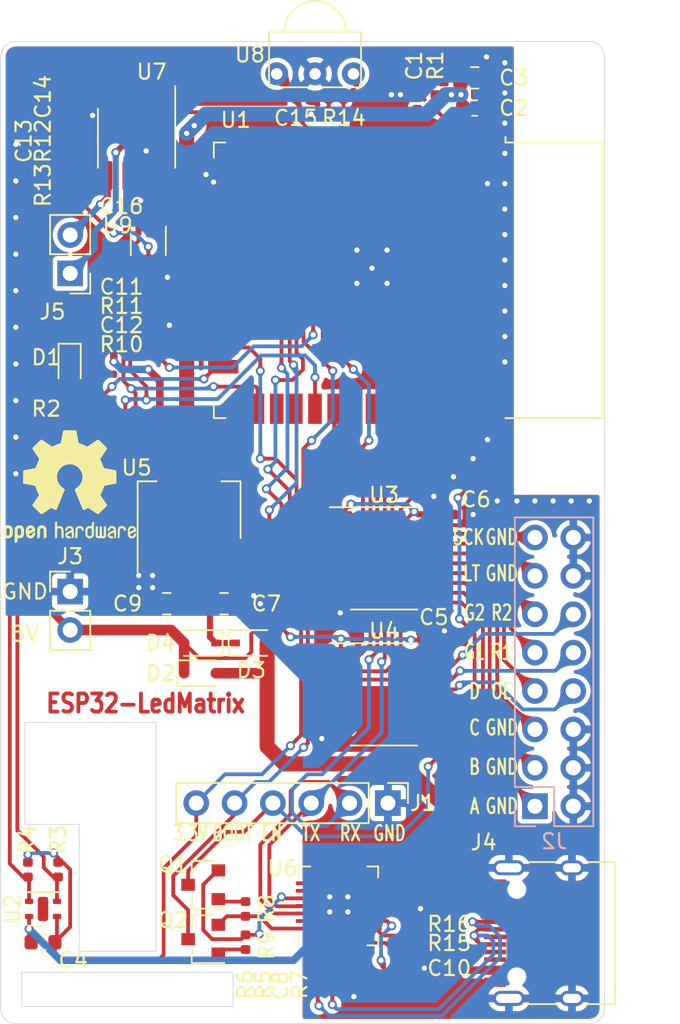
<source format=kicad_pcb>
(kicad_pcb (version 20171130) (host pcbnew "(5.1.6)-1")
  (layers (0 F.Cu signal) (31 B.Cu signal) (34 B.Paste user) (35 F.Paste user) (36 B.SilkS user) (37 F.SilkS user) (38 B.Mask user) (39 F.Mask user) (44 Edge.Cuts user))
  (net 0 "")
  (net 1 GND)
  (net 2 /EN)
  (net 3 +3V3)
  (net 4 +5V)
  (net 5 "Net-(C7-Pad1)")
  (net 6 VBUS)
  (net 7 "Net-(C11-Pad2)")
  (net 8 "Net-(C12-Pad2)")
  (net 9 "Net-(C13-Pad1)")
  (net 10 "Net-(C14-Pad1)")
  (net 11 "Net-(D1-Pad2)")
  (net 12 /BOOT)
  (net 13 /TXD0)
  (net 14 /RXD0)
  (net 15 "Net-(J4-PadB8)")
  (net 16 "Net-(J4-PadA5)")
  (net 17 "Net-(J4-PadA7)")
  (net 18 "Net-(J4-PadA6)")
  (net 19 "Net-(J4-PadA8)")
  (net 20 "Net-(J4-PadB5)")
  (net 21 "Net-(J5-Pad2)")
  (net 22 "Net-(J5-Pad1)")
  (net 23 "Net-(Q1-Pad2)")
  (net 24 "Net-(Q1-Pad1)")
  (net 25 "Net-(Q2-Pad2)")
  (net 26 "Net-(Q2-Pad1)")
  (net 27 "Net-(R2-Pad2)")
  (net 28 "Net-(R5-Pad2)")
  (net 29 "Net-(R6-Pad2)")
  (net 30 "Net-(R7-Pad1)")
  (net 31 /Sheet5FA7C877/INPUT)
  (net 32 "Net-(R12-Pad1)")
  (net 33 /LED_OE)
  (net 34 /LED_SCK)
  (net 35 /LED_STCP)
  (net 36 "Net-(U1-Pad32)")
  (net 37 /LED_G2)
  (net 38 /LED_G1)
  (net 39 "Net-(U1-Pad28)")
  (net 40 "Net-(U1-Pad27)")
  (net 41 /LED_D)
  (net 42 "Net-(U1-Pad22)")
  (net 43 "Net-(U1-Pad21)")
  (net 44 "Net-(U1-Pad20)")
  (net 45 "Net-(U1-Pad19)")
  (net 46 "Net-(U1-Pad18)")
  (net 47 "Net-(U1-Pad17)")
  (net 48 /LED_B)
  (net 49 /LED_A)
  (net 50 /LED_C)
  (net 51 /LED_R1)
  (net 52 /Sheet5FA7C877/SHUTDOWN)
  (net 53 /LED_R2)
  (net 54 "Net-(U1-Pad7)")
  (net 55 "Net-(U1-Pad6)")
  (net 56 "Net-(U1-Pad5)")
  (net 57 "Net-(U1-Pad4)")
  (net 58 "Net-(U2-Pad5)")
  (net 59 "Net-(U4-Pad15)")
  (net 60 "Net-(U4-Pad14)")
  (net 61 "Net-(U4-Pad13)")
  (net 62 "Net-(U4-Pad12)")
  (net 63 "Net-(U4-Pad9)")
  (net 64 "Net-(U4-Pad8)")
  (net 65 "Net-(U4-Pad7)")
  (net 66 "Net-(U4-Pad6)")
  (net 67 "Net-(U4-Pad5)")
  (net 68 "Net-(U6-Pad27)")
  (net 69 "Net-(U6-Pad23)")
  (net 70 "Net-(U6-Pad22)")
  (net 71 "Net-(U6-Pad21)")
  (net 72 "Net-(U6-Pad20)")
  (net 73 "Net-(U6-Pad19)")
  (net 74 "Net-(U6-Pad18)")
  (net 75 "Net-(U6-Pad17)")
  (net 76 "Net-(U6-Pad16)")
  (net 77 "Net-(U6-Pad15)")
  (net 78 "Net-(U6-Pad14)")
  (net 79 "Net-(U6-Pad13)")
  (net 80 "Net-(U6-Pad12)")
  (net 81 "Net-(U6-Pad11)")
  (net 82 "Net-(U6-Pad10)")
  (net 83 "Net-(U6-Pad2)")
  (net 84 "Net-(U6-Pad1)")
  (net 85 /_LED_SCK)
  (net 86 /_LED_STCP)
  (net 87 /_LED_R2)
  (net 88 /_LED_G2)
  (net 89 /_LED_R1)
  (net 90 /_LED_G1)
  (net 91 /_LED_OE)
  (net 92 /_LED_D)
  (net 93 /_LED_C)
  (net 94 /_LED_B)
  (net 95 /_LED_A)
  (net 96 "Net-(U4-Pad11)")
  (net 97 "Net-(C8-Pad2)")
  (net 98 "Net-(C13-Pad2)")
  (net 99 /SCL)
  (net 100 /SDA)
  (net 101 /IR_SIGNAL)
  (net 102 "Net-(R15-Pad2)")
  (module Symbol:OSHW-Logo2_9.8x8mm_SilkScreen (layer F.Cu) (at 135.572 94.44)
    (fp_text reference REF** hide)
    (fp_text value OSHW-Logo2_9.8x8mm_SilkScreen hide)
  )
  (module Connector_PinHeader_2.54mm:PinHeader_1x06_P2.54mm_Vertical (layer F.Cu) (at 156.654 115.395 270)
    (fp_text reference J1 (at 0 -2.33 180) (layer F.SilkS))
    (fp_text value download)
    (pad 6 thru_hole oval (at 0 12.7 270) (size 1.7 1.7) (drill 1) (layers *.Cu *.Mask) (net 3 +3V3))
    (pad 5 thru_hole oval (at 0 10.16 270) (size 1.7 1.7) (drill 1) (layers *.Cu *.Mask) (net 12 /BOOT))
    (pad 4 thru_hole oval (at 0 7.62 270) (size 1.7 1.7) (drill 1) (layers *.Cu *.Mask) (net 2 /EN))
    (pad 3 thru_hole oval (at 0 5.08 270) (size 1.7 1.7) (drill 1) (layers *.Cu *.Mask) (net 13 /TXD0))
    (pad 2 thru_hole oval (at 0 2.54 270) (size 1.7 1.7) (drill 1) (layers *.Cu *.Mask) (net 14 /RXD0))
    (pad 1 thru_hole rect (at 0 0 270) (size 1.7 1.7) (drill 1) (layers *.Cu *.Mask) (net 1 GND))
  )
  (module Capacitor_SMD:C_0402_1005Metric (layer F.Cu) (at 141.287 76.025 180)
    (fp_text reference C16 (at 2.286 0.127) (layer F.SilkS))
    (fp_text value 0.1uf)
    (pad 2 smd roundrect (at 0.485 0 180) (size 0.59 0.64) (layers F.Cu F.Paste F.Mask) (net 1 GND))
    (pad 1 smd roundrect (at -0.485 0 180) (size 0.59 0.64) (layers F.Cu F.Paste F.Mask) (net 3 +3V3))
  )
  (module Package_TO_SOT_SMD:Texas_R-PDSO-G6 (layer F.Cu) (at 140.779 78.438 270)
    (fp_text reference U9 (at -1.27 2.032) (layer F.SilkS))
    (fp_text value TPL0401A-10-Q1)
    (pad 6 smd rect (at 1.1 -0.65 270) (size 0.9 0.4) (layers F.Cu F.Paste F.Mask) (net 7 "Net-(C11-Pad2)"))
    (pad 4 smd rect (at 1.1 0.65 270) (size 0.9 0.4) (layers F.Cu F.Paste F.Mask) (net 100 /SDA))
    (pad 2 smd rect (at -1.1 0 270) (size 0.9 0.4) (layers F.Cu F.Paste F.Mask) (net 1 GND))
    (pad 5 smd rect (at 1.1 0 270) (size 0.9 0.4) (layers F.Cu F.Paste F.Mask) (net 98 "Net-(C13-Pad2)"))
    (pad 3 smd rect (at -1.1 0.65 270) (size 0.9 0.4) (layers F.Cu F.Paste F.Mask) (net 99 /SCL))
    (pad 1 smd rect (at -1.1 -0.65 270) (size 0.9 0.4) (layers F.Cu F.Paste F.Mask) (net 3 +3V3))
  )
  (module esp32:Infrared_Receiver_module (layer F.Cu) (at 151.828 66.5 180)
    (fp_text reference U8 (at 4.318 0.635) (layer F.SilkS))
    (fp_text value VS1838)
    (pad 1 thru_hole circle (at -2.54 -0.635 180) (size 1.524 1.524) (drill 0.762) (layers *.Cu *.Mask) (net 101 /IR_SIGNAL))
    (pad 3 thru_hole circle (at 2.54 -0.635 180) (size 1.524 1.524) (drill 0.762) (layers *.Cu *.Mask) (net 3 +3V3))
    (pad 2 thru_hole circle (at 0 -0.635 180) (size 1.524 1.524) (drill 0.762) (layers *.Cu *.Mask) (net 1 GND))
  )
  (module Resistor_SMD:R_0402_1005Metric (layer F.Cu) (at 158.305 123.523)
    (fp_text reference R16 (at 2.413 -0.127) (layer F.SilkS))
    (fp_text value 47k)
    (pad 2 smd roundrect (at 0.485 0) (size 0.59 0.64) (layers F.Cu F.Paste F.Mask) (net 1 GND))
    (pad 1 smd roundrect (at -0.485 0) (size 0.59 0.64) (layers F.Cu F.Paste F.Mask) (net 102 "Net-(R15-Pad2)"))
  )
  (module Resistor_SMD:R_0402_1005Metric (layer F.Cu) (at 158.328 124.666 180)
    (fp_text reference R15 (at -2.39 0) (layer F.SilkS))
    (fp_text value 24k)
    (pad 2 smd roundrect (at 0.485 0 180) (size 0.59 0.64) (layers F.Cu F.Paste F.Mask) (net 102 "Net-(R15-Pad2)"))
    (pad 1 smd roundrect (at -0.485 0 180) (size 0.59 0.64) (layers F.Cu F.Paste F.Mask) (net 6 VBUS))
  )
  (module Resistor_SMD:R_0402_1005Metric (layer F.Cu) (at 153.225 68.786 180)
    (fp_text reference R14 (at -0.508 -1.27) (layer F.SilkS))
    (fp_text value 10K)
    (pad 2 smd roundrect (at 0.485 0 180) (size 0.59 0.64) (layers F.Cu F.Paste F.Mask) (net 3 +3V3))
    (pad 1 smd roundrect (at -0.485 0 180) (size 0.59 0.64) (layers F.Cu F.Paste F.Mask) (net 101 /IR_SIGNAL))
  )
  (module Capacitor_SMD:C_0402_1005Metric (layer F.Cu) (at 151.066 68.786 180)
    (fp_text reference C15 (at 0.508 -1.27) (layer F.SilkS))
    (fp_text value 0.1uf)
    (pad 2 smd roundrect (at 0.485 0 180) (size 0.59 0.64) (layers F.Cu F.Paste F.Mask) (net 3 +3V3))
    (pad 1 smd roundrect (at -0.485 0 180) (size 0.59 0.64) (layers F.Cu F.Paste F.Mask) (net 1 GND))
  )
  (module Capacitor_SMD:C_0402_1005Metric (layer F.Cu) (at 158.305 126.317)
    (fp_text reference C10 (at 2.413 0) (layer F.SilkS))
    (fp_text value 1uf)
    (pad 2 smd roundrect (at 0.485 0) (size 0.59 0.64) (layers F.Cu F.Paste F.Mask) (net 1 GND))
    (pad 1 smd roundrect (at -0.485 0) (size 0.59 0.64) (layers F.Cu F.Paste F.Mask) (net 6 VBUS))
  )
  (module Capacitor_SMD:C_0402_1005Metric (layer F.Cu) (at 154.368 127.4 90)
    (fp_text reference C8 (at -0.06 -4.826 90) (layer F.SilkS))
    (fp_text value 1uf)
    (pad 2 smd roundrect (at 0.485 0 90) (size 0.59 0.64) (layers F.Cu F.Paste F.Mask) (net 97 "Net-(C8-Pad2)"))
    (pad 1 smd roundrect (at -0.485 0 90) (size 0.59 0.64) (layers F.Cu F.Paste F.Mask) (net 1 GND))
  )
  (module Package_SO:TSSOP-20_4.4x6.5mm_P0.65mm (layer F.Cu) (at 156.4 108.2)
    (fp_text reference U4 (at 0 -4.2) (layer F.SilkS))
    (fp_text value 74HC245)
    (pad 20 smd roundrect (at 2.8625 -2.925) (size 1.475 0.4) (layers F.Cu F.Paste F.Mask) (net 4 +5V))
    (pad 19 smd roundrect (at 2.8625 -2.275) (size 1.475 0.4) (layers F.Cu F.Paste F.Mask) (net 1 GND))
    (pad 18 smd roundrect (at 2.8625 -1.625) (size 1.475 0.4) (layers F.Cu F.Paste F.Mask) (net 87 /_LED_R2))
    (pad 17 smd roundrect (at 2.8625 -0.975) (size 1.475 0.4) (layers F.Cu F.Paste F.Mask) (net 89 /_LED_R1))
    (pad 16 smd roundrect (at 2.8625 -0.325) (size 1.475 0.4) (layers F.Cu F.Paste F.Mask) (net 91 /_LED_OE))
    (pad 15 smd roundrect (at 2.8625 0.325) (size 1.475 0.4) (layers F.Cu F.Paste F.Mask) (net 59 "Net-(U4-Pad15)"))
    (pad 14 smd roundrect (at 2.8625 0.975) (size 1.475 0.4) (layers F.Cu F.Paste F.Mask) (net 60 "Net-(U4-Pad14)"))
    (pad 13 smd roundrect (at 2.8625 1.625) (size 1.475 0.4) (layers F.Cu F.Paste F.Mask) (net 61 "Net-(U4-Pad13)"))
    (pad 12 smd roundrect (at 2.8625 2.275) (size 1.475 0.4) (layers F.Cu F.Paste F.Mask) (net 62 "Net-(U4-Pad12)"))
    (pad 11 smd roundrect (at 2.8625 2.925) (size 1.475 0.4) (layers F.Cu F.Paste F.Mask) (net 96 "Net-(U4-Pad11)"))
    (pad 10 smd roundrect (at -2.8625 2.925) (size 1.475 0.4) (layers F.Cu F.Paste F.Mask) (net 1 GND))
    (pad 9 smd roundrect (at -2.8625 2.275) (size 1.475 0.4) (layers F.Cu F.Paste F.Mask) (net 63 "Net-(U4-Pad9)"))
    (pad 8 smd roundrect (at -2.8625 1.625) (size 1.475 0.4) (layers F.Cu F.Paste F.Mask) (net 64 "Net-(U4-Pad8)"))
    (pad 7 smd roundrect (at -2.8625 0.975) (size 1.475 0.4) (layers F.Cu F.Paste F.Mask) (net 65 "Net-(U4-Pad7)"))
    (pad 6 smd roundrect (at -2.8625 0.325) (size 1.475 0.4) (layers F.Cu F.Paste F.Mask) (net 66 "Net-(U4-Pad6)"))
    (pad 5 smd roundrect (at -2.8625 -0.325) (size 1.475 0.4) (layers F.Cu F.Paste F.Mask) (net 67 "Net-(U4-Pad5)"))
    (pad 4 smd roundrect (at -2.8625 -0.975) (size 1.475 0.4) (layers F.Cu F.Paste F.Mask) (net 33 /LED_OE))
    (pad 3 smd roundrect (at -2.8625 -1.625) (size 1.475 0.4) (layers F.Cu F.Paste F.Mask) (net 51 /LED_R1))
    (pad 2 smd roundrect (at -2.8625 -2.275) (size 1.475 0.4) (layers F.Cu F.Paste F.Mask) (net 53 /LED_R2))
    (pad 1 smd roundrect (at -2.8625 -2.925) (size 1.475 0.4) (layers F.Cu F.Paste F.Mask) (net 4 +5V))
  )
  (module Package_SO:TSSOP-20_4.4x6.5mm_P0.65mm (layer F.Cu) (at 156.4 99.2)
    (fp_text reference U3 (at 0 -4.2) (layer F.SilkS))
    (fp_text value 74HC245)
    (pad 20 smd roundrect (at 2.8625 -2.925) (size 1.475 0.4) (layers F.Cu F.Paste F.Mask) (net 4 +5V))
    (pad 19 smd roundrect (at 2.8625 -2.275) (size 1.475 0.4) (layers F.Cu F.Paste F.Mask) (net 1 GND))
    (pad 18 smd roundrect (at 2.8625 -1.625) (size 1.475 0.4) (layers F.Cu F.Paste F.Mask) (net 85 /_LED_SCK))
    (pad 17 smd roundrect (at 2.8625 -0.975) (size 1.475 0.4) (layers F.Cu F.Paste F.Mask) (net 86 /_LED_STCP))
    (pad 16 smd roundrect (at 2.8625 -0.325) (size 1.475 0.4) (layers F.Cu F.Paste F.Mask) (net 88 /_LED_G2))
    (pad 15 smd roundrect (at 2.8625 0.325) (size 1.475 0.4) (layers F.Cu F.Paste F.Mask) (net 90 /_LED_G1))
    (pad 14 smd roundrect (at 2.8625 0.975) (size 1.475 0.4) (layers F.Cu F.Paste F.Mask) (net 92 /_LED_D))
    (pad 13 smd roundrect (at 2.8625 1.625) (size 1.475 0.4) (layers F.Cu F.Paste F.Mask) (net 93 /_LED_C))
    (pad 12 smd roundrect (at 2.8625 2.275) (size 1.475 0.4) (layers F.Cu F.Paste F.Mask) (net 94 /_LED_B))
    (pad 11 smd roundrect (at 2.8625 2.925) (size 1.475 0.4) (layers F.Cu F.Paste F.Mask) (net 95 /_LED_A))
    (pad 10 smd roundrect (at -2.8625 2.925) (size 1.475 0.4) (layers F.Cu F.Paste F.Mask) (net 1 GND))
    (pad 9 smd roundrect (at -2.8625 2.275) (size 1.475 0.4) (layers F.Cu F.Paste F.Mask) (net 49 /LED_A))
    (pad 8 smd roundrect (at -2.8625 1.625) (size 1.475 0.4) (layers F.Cu F.Paste F.Mask) (net 48 /LED_B))
    (pad 7 smd roundrect (at -2.8625 0.975) (size 1.475 0.4) (layers F.Cu F.Paste F.Mask) (net 50 /LED_C))
    (pad 6 smd roundrect (at -2.8625 0.325) (size 1.475 0.4) (layers F.Cu F.Paste F.Mask) (net 41 /LED_D))
    (pad 5 smd roundrect (at -2.8625 -0.325) (size 1.475 0.4) (layers F.Cu F.Paste F.Mask) (net 38 /LED_G1))
    (pad 4 smd roundrect (at -2.8625 -0.975) (size 1.475 0.4) (layers F.Cu F.Paste F.Mask) (net 37 /LED_G2))
    (pad 3 smd roundrect (at -2.8625 -1.625) (size 1.475 0.4) (layers F.Cu F.Paste F.Mask) (net 35 /LED_STCP))
    (pad 2 smd roundrect (at -2.8625 -2.275) (size 1.475 0.4) (layers F.Cu F.Paste F.Mask) (net 34 /LED_SCK))
    (pad 1 smd roundrect (at -2.8625 -2.925) (size 1.475 0.4) (layers F.Cu F.Paste F.Mask) (net 4 +5V))
  )
  (module Package_SO:SOIC-8_3.9x4.9mm_P1.27mm (layer F.Cu) (at 140 71.4 270)
    (fp_text reference U7 (at -4.4 -1 180) (layer F.SilkS))
    (fp_text value TC8002D)
    (pad 8 smd roundrect (at 2.475 -1.905 270) (size 1.95 0.6) (layers F.Cu F.Paste F.Mask) (net 22 "Net-(J5-Pad1)"))
    (pad 7 smd roundrect (at 2.475 -0.635 270) (size 1.95 0.6) (layers F.Cu F.Paste F.Mask) (net 1 GND))
    (pad 6 smd roundrect (at 2.475 0.635 270) (size 1.95 0.6) (layers F.Cu F.Paste F.Mask) (net 4 +5V))
    (pad 5 smd roundrect (at 2.475 1.905 270) (size 1.95 0.6) (layers F.Cu F.Paste F.Mask) (net 21 "Net-(J5-Pad2)"))
    (pad 4 smd roundrect (at -2.475 1.905 270) (size 1.95 0.6) (layers F.Cu F.Paste F.Mask) (net 32 "Net-(R12-Pad1)"))
    (pad 3 smd roundrect (at -2.475 0.635 270) (size 1.95 0.6) (layers F.Cu F.Paste F.Mask) (net 10 "Net-(C14-Pad1)"))
    (pad 2 smd roundrect (at -2.475 -0.635 270) (size 1.95 0.6) (layers F.Cu F.Paste F.Mask) (net 10 "Net-(C14-Pad1)"))
    (pad 1 smd roundrect (at -2.475 -1.905 270) (size 1.95 0.6) (layers F.Cu F.Paste F.Mask) (net 52 /Sheet5FA7C877/SHUTDOWN))
  )
  (module Package_DFN_QFN:QFN-28-1EP_5x5mm_P0.5mm_EP3.35x3.35mm (layer F.Cu) (at 153.4 122.2 90)
    (fp_text reference U6 (at 2.487 -3.731 180) (layer F.SilkS))
    (fp_text value CP2102N-A01-GQFN28)
    (pad 29 smd rect (at 0 0 90) (size 3.35 3.35) (layers F.Cu F.Mask) (net 1 GND))
    (pad 28 smd roundrect (at -1.5 -2.45 90) (size 0.25 0.8) (layers F.Cu F.Paste F.Mask) (net 25 "Net-(Q2-Pad2)"))
    (pad 27 smd roundrect (at -1 -2.45 90) (size 0.25 0.8) (layers F.Cu F.Paste F.Mask) (net 68 "Net-(U6-Pad27)"))
    (pad 26 smd roundrect (at -0.5 -2.45 90) (size 0.25 0.8) (layers F.Cu F.Paste F.Mask) (net 14 /RXD0))
    (pad 25 smd roundrect (at 0 -2.45 90) (size 0.25 0.8) (layers F.Cu F.Paste F.Mask) (net 13 /TXD0))
    (pad 24 smd roundrect (at 0.5 -2.45 90) (size 0.25 0.8) (layers F.Cu F.Paste F.Mask) (net 23 "Net-(Q1-Pad2)"))
    (pad 23 smd roundrect (at 1 -2.45 90) (size 0.25 0.8) (layers F.Cu F.Paste F.Mask) (net 69 "Net-(U6-Pad23)"))
    (pad 22 smd roundrect (at 1.5 -2.45 90) (size 0.25 0.8) (layers F.Cu F.Paste F.Mask) (net 70 "Net-(U6-Pad22)"))
    (pad 21 smd roundrect (at 2.45 -1.5 90) (size 0.8 0.25) (layers F.Cu F.Paste F.Mask) (net 71 "Net-(U6-Pad21)"))
    (pad 20 smd roundrect (at 2.45 -1 90) (size 0.8 0.25) (layers F.Cu F.Paste F.Mask) (net 72 "Net-(U6-Pad20)"))
    (pad 19 smd roundrect (at 2.45 -0.5 90) (size 0.8 0.25) (layers F.Cu F.Paste F.Mask) (net 73 "Net-(U6-Pad19)"))
    (pad 18 smd roundrect (at 2.45 0 90) (size 0.8 0.25) (layers F.Cu F.Paste F.Mask) (net 74 "Net-(U6-Pad18)"))
    (pad 17 smd roundrect (at 2.45 0.5 90) (size 0.8 0.25) (layers F.Cu F.Paste F.Mask) (net 75 "Net-(U6-Pad17)"))
    (pad 16 smd roundrect (at 2.45 1 90) (size 0.8 0.25) (layers F.Cu F.Paste F.Mask) (net 76 "Net-(U6-Pad16)"))
    (pad 15 smd roundrect (at 2.45 1.5 90) (size 0.8 0.25) (layers F.Cu F.Paste F.Mask) (net 77 "Net-(U6-Pad15)"))
    (pad 14 smd roundrect (at 1.5 2.45 90) (size 0.25 0.8) (layers F.Cu F.Paste F.Mask) (net 78 "Net-(U6-Pad14)"))
    (pad 13 smd roundrect (at 1 2.45 90) (size 0.25 0.8) (layers F.Cu F.Paste F.Mask) (net 79 "Net-(U6-Pad13)"))
    (pad 12 smd roundrect (at 0.5 2.45 90) (size 0.25 0.8) (layers F.Cu F.Paste F.Mask) (net 80 "Net-(U6-Pad12)"))
    (pad 11 smd roundrect (at 0 2.45 90) (size 0.25 0.8) (layers F.Cu F.Paste F.Mask) (net 81 "Net-(U6-Pad11)"))
    (pad 10 smd roundrect (at -0.5 2.45 90) (size 0.25 0.8) (layers F.Cu F.Paste F.Mask) (net 82 "Net-(U6-Pad10)"))
    (pad 9 smd roundrect (at -1 2.45 90) (size 0.25 0.8) (layers F.Cu F.Paste F.Mask) (net 30 "Net-(R7-Pad1)"))
    (pad 8 smd roundrect (at -1.5 2.45 90) (size 0.25 0.8) (layers F.Cu F.Paste F.Mask) (net 102 "Net-(R15-Pad2)"))
    (pad 7 smd roundrect (at -2.45 1.5 90) (size 0.8 0.25) (layers F.Cu F.Paste F.Mask) (net 6 VBUS))
    (pad 6 smd roundrect (at -2.45 1 90) (size 0.8 0.25) (layers F.Cu F.Paste F.Mask) (net 97 "Net-(C8-Pad2)"))
    (pad 5 smd roundrect (at -2.45 0.5 90) (size 0.8 0.25) (layers F.Cu F.Paste F.Mask) (net 28 "Net-(R5-Pad2)"))
    (pad 4 smd roundrect (at -2.45 0 90) (size 0.8 0.25) (layers F.Cu F.Paste F.Mask) (net 29 "Net-(R6-Pad2)"))
    (pad 3 smd roundrect (at -2.45 -0.5 90) (size 0.8 0.25) (layers F.Cu F.Paste F.Mask) (net 1 GND))
    (pad 2 smd roundrect (at -2.45 -1 90) (size 0.8 0.25) (layers F.Cu F.Paste F.Mask) (net 83 "Net-(U6-Pad2)"))
    (pad 1 smd roundrect (at -2.45 -1.5 90) (size 0.8 0.25) (layers F.Cu F.Paste F.Mask) (net 84 "Net-(U6-Pad1)"))
  )
  (module Package_TO_SOT_SMD:SOT-223-3_TabPin2 (layer F.Cu) (at 143.48 96.01 90)
    (fp_text reference U5 (at 2.81 -3.48 180) (layer F.SilkS))
    (fp_text value AMS1117-3.3)
    (pad 1 smd rect (at -3.15 -2.3 90) (size 2 1.5) (layers F.Cu F.Paste F.Mask) (net 1 GND))
    (pad 3 smd rect (at -3.15 2.3 90) (size 2 1.5) (layers F.Cu F.Paste F.Mask) (net 5 "Net-(C7-Pad1)"))
    (pad 2 smd rect (at -3.15 0 90) (size 2 1.5) (layers F.Cu F.Paste F.Mask) (net 3 +3V3))
    (pad 2 smd rect (at 3.15 0 90) (size 2 3.8) (layers F.Cu F.Paste F.Mask) (net 3 +3V3))
  )
  (module Sensor_Humidity:Sensirion_DFN-4-1EP_2x2mm_P1mm_EP0.7x1.6mm (layer F.Cu) (at 133.8 122.4 180)
    (fp_text reference U2 (at 2 0 90) (layer F.SilkS))
    (fp_text value SHTC3)
    (pad 5 smd roundrect (at 0 0 180) (size 0.7 1.6) (layers F.Cu F.Mask) (net 58 "Net-(U2-Pad5)"))
    (pad 4 smd roundrect (at 0.925 -0.5 180) (size 0.55 0.35) (layers F.Cu F.Mask) (net 1 GND))
    (pad 3 smd roundrect (at 0.925 0.5 180) (size 0.55 0.35) (layers F.Cu F.Mask) (net 100 /SDA))
    (pad 2 smd roundrect (at -0.925 0.5 180) (size 0.55 0.35) (layers F.Cu F.Mask) (net 99 /SCL))
    (pad 1 smd roundrect (at -0.925 -0.5 180) (size 0.55 0.35) (layers F.Cu F.Mask) (net 3 +3V3))
  )
  (module RF_Module:ESP32-WROOM-32 (layer F.Cu) (at 155 80.8 270)
    (fp_text reference U1 (at -10.61 8.43) (layer F.SilkS))
    (fp_text value ESP32-WROOM-32D)
    (pad 38 smd rect (at 8.5 -8.255 270) (size 2 0.9) (layers F.Cu F.Paste F.Mask) (net 1 GND))
    (pad 37 smd rect (at 8.5 -6.985 270) (size 2 0.9) (layers F.Cu F.Paste F.Mask) (net 33 /LED_OE))
    (pad 36 smd rect (at 8.5 -5.715 270) (size 2 0.9) (layers F.Cu F.Paste F.Mask) (net 51 /LED_R1))
    (pad 35 smd rect (at 8.5 -4.445 270) (size 2 0.9) (layers F.Cu F.Paste F.Mask) (net 13 /TXD0))
    (pad 34 smd rect (at 8.5 -3.175 270) (size 2 0.9) (layers F.Cu F.Paste F.Mask) (net 14 /RXD0))
    (pad 33 smd rect (at 8.5 -1.905 270) (size 2 0.9) (layers F.Cu F.Paste F.Mask) (net 53 /LED_R2))
    (pad 32 smd rect (at 8.5 -0.635 270) (size 2 0.9) (layers F.Cu F.Paste F.Mask) (net 36 "Net-(U1-Pad32)"))
    (pad 31 smd rect (at 8.5 0.635 270) (size 2 0.9) (layers F.Cu F.Paste F.Mask) (net 34 /LED_SCK))
    (pad 30 smd rect (at 8.5 1.905 270) (size 2 0.9) (layers F.Cu F.Paste F.Mask) (net 35 /LED_STCP))
    (pad 29 smd rect (at 8.5 3.175 270) (size 2 0.9) (layers F.Cu F.Paste F.Mask) (net 100 /SDA))
    (pad 28 smd rect (at 8.5 4.445 270) (size 2 0.9) (layers F.Cu F.Paste F.Mask) (net 39 "Net-(U1-Pad28)"))
    (pad 27 smd rect (at 8.5 5.715 270) (size 2 0.9) (layers F.Cu F.Paste F.Mask) (net 40 "Net-(U1-Pad27)"))
    (pad 26 smd rect (at 8.5 6.985 270) (size 2 0.9) (layers F.Cu F.Paste F.Mask) (net 99 /SCL))
    (pad 25 smd rect (at 8.5 8.255 270) (size 2 0.9) (layers F.Cu F.Paste F.Mask) (net 12 /BOOT))
    (pad 24 smd rect (at 5.715 9.255) (size 2 0.9) (layers F.Cu F.Paste F.Mask) (net 27 "Net-(R2-Pad2)"))
    (pad 23 smd rect (at 4.445 9.255) (size 2 0.9) (layers F.Cu F.Paste F.Mask) (net 41 /LED_D))
    (pad 22 smd rect (at 3.175 9.255) (size 2 0.9) (layers F.Cu F.Paste F.Mask) (net 42 "Net-(U1-Pad22)"))
    (pad 21 smd rect (at 1.905 9.255) (size 2 0.9) (layers F.Cu F.Paste F.Mask) (net 43 "Net-(U1-Pad21)"))
    (pad 20 smd rect (at 0.635 9.255) (size 2 0.9) (layers F.Cu F.Paste F.Mask) (net 44 "Net-(U1-Pad20)"))
    (pad 19 smd rect (at -0.635 9.255) (size 2 0.9) (layers F.Cu F.Paste F.Mask) (net 45 "Net-(U1-Pad19)"))
    (pad 18 smd rect (at -1.905 9.255) (size 2 0.9) (layers F.Cu F.Paste F.Mask) (net 46 "Net-(U1-Pad18)"))
    (pad 17 smd rect (at -3.175 9.255) (size 2 0.9) (layers F.Cu F.Paste F.Mask) (net 47 "Net-(U1-Pad17)"))
    (pad 16 smd rect (at -4.445 9.255) (size 2 0.9) (layers F.Cu F.Paste F.Mask) (net 48 /LED_B))
    (pad 15 smd rect (at -5.715 9.255) (size 2 0.9) (layers F.Cu F.Paste F.Mask) (net 1 GND))
    (pad 14 smd rect (at -8.5 8.255 270) (size 2 0.9) (layers F.Cu F.Paste F.Mask) (net 49 /LED_A))
    (pad 13 smd rect (at -8.5 6.985 270) (size 2 0.9) (layers F.Cu F.Paste F.Mask) (net 50 /LED_C))
    (pad 12 smd rect (at -8.5 5.715 270) (size 2 0.9) (layers F.Cu F.Paste F.Mask) (net 38 /LED_G1))
    (pad 11 smd rect (at -8.5 4.445 270) (size 2 0.9) (layers F.Cu F.Paste F.Mask) (net 31 /Sheet5FA7C877/INPUT))
    (pad 10 smd rect (at -8.5 3.175 270) (size 2 0.9) (layers F.Cu F.Paste F.Mask) (net 52 /Sheet5FA7C877/SHUTDOWN))
    (pad 9 smd rect (at -8.5 1.905 270) (size 2 0.9) (layers F.Cu F.Paste F.Mask) (net 101 /IR_SIGNAL))
    (pad 8 smd rect (at -8.5 0.635 270) (size 2 0.9) (layers F.Cu F.Paste F.Mask) (net 37 /LED_G2))
    (pad 7 smd rect (at -8.5 -0.635 270) (size 2 0.9) (layers F.Cu F.Paste F.Mask) (net 54 "Net-(U1-Pad7)"))
    (pad 6 smd rect (at -8.5 -1.905 270) (size 2 0.9) (layers F.Cu F.Paste F.Mask) (net 55 "Net-(U1-Pad6)"))
    (pad 5 smd rect (at -8.5 -3.175 270) (size 2 0.9) (layers F.Cu F.Paste F.Mask) (net 56 "Net-(U1-Pad5)"))
    (pad 4 smd rect (at -8.5 -4.445 270) (size 2 0.9) (layers F.Cu F.Paste F.Mask) (net 57 "Net-(U1-Pad4)"))
    (pad 3 smd rect (at -8.5 -5.715 270) (size 2 0.9) (layers F.Cu F.Paste F.Mask) (net 2 /EN))
    (pad 2 smd rect (at -8.5 -6.985 270) (size 2 0.9) (layers F.Cu F.Paste F.Mask) (net 3 +3V3))
    (pad 1 smd rect (at -8.5 -8.255 270) (size 2 0.9) (layers F.Cu F.Paste F.Mask) (net 1 GND))
    (pad 39 smd rect (at -1 -0.755 270) (size 5 5) (layers F.Cu F.Paste F.Mask) (net 1 GND))
  )
  (module Resistor_SMD:R_0402_1005Metric (layer F.Cu) (at 136.4 73.715 90)
    (fp_text reference R13 (at -0.786 -2.606 90) (layer F.SilkS))
    (fp_text value 20k)
    (pad 2 smd roundrect (at 0.485 0 90) (size 0.59 0.64) (layers F.Cu F.Paste F.Mask) (net 32 "Net-(R12-Pad1)"))
    (pad 1 smd roundrect (at -0.485 0 90) (size 0.59 0.64) (layers F.Cu F.Paste F.Mask) (net 21 "Net-(J5-Pad2)"))
  )
  (module Resistor_SMD:R_0402_1005Metric (layer F.Cu) (at 136.4 71.6 90)
    (fp_text reference R12 (at 0.02 -2.606 90) (layer F.SilkS))
    (fp_text value 10k)
    (pad 2 smd roundrect (at 0.485 0 90) (size 0.59 0.64) (layers F.Cu F.Paste F.Mask) (net 9 "Net-(C13-Pad1)"))
    (pad 1 smd roundrect (at -0.485 0 90) (size 0.59 0.64) (layers F.Cu F.Paste F.Mask) (net 32 "Net-(R12-Pad1)"))
  )
  (module Resistor_SMD:R_0402_1005Metric (layer F.Cu) (at 141.316 82.355)
    (fp_text reference R11 (at -2.315 0.147) (layer F.SilkS))
    (fp_text value 20k)
    (pad 2 smd roundrect (at 0.485 0) (size 0.59 0.64) (layers F.Cu F.Paste F.Mask) (net 8 "Net-(C12-Pad2)"))
    (pad 1 smd roundrect (at -0.485 0) (size 0.59 0.64) (layers F.Cu F.Paste F.Mask) (net 7 "Net-(C11-Pad2)"))
  )
  (module Resistor_SMD:R_0402_1005Metric (layer F.Cu) (at 141.316 84.755)
    (fp_text reference R10 (at -2.315 0.287) (layer F.SilkS))
    (fp_text value 20k)
    (pad 2 smd roundrect (at 0.485 0) (size 0.59 0.64) (layers F.Cu F.Paste F.Mask) (net 31 /Sheet5FA7C877/INPUT))
    (pad 1 smd roundrect (at -0.485 0) (size 0.59 0.64) (layers F.Cu F.Paste F.Mask) (net 8 "Net-(C12-Pad2)"))
  )
  (module Resistor_SMD:R_0402_1005Metric (layer F.Cu) (at 147.216 124.6 90)
    (fp_text reference R9 (at -0.2 1.4 90) (layer F.SilkS))
    (fp_text value 10K)
    (pad 2 smd roundrect (at 0.485 0 90) (size 0.59 0.64) (layers F.Cu F.Paste F.Mask) (net 23 "Net-(Q1-Pad2)"))
    (pad 1 smd roundrect (at -0.485 0 90) (size 0.59 0.64) (layers F.Cu F.Paste F.Mask) (net 26 "Net-(Q2-Pad1)"))
  )
  (module Resistor_SMD:R_0402_1005Metric (layer F.Cu) (at 147.216 122.4 270)
    (fp_text reference R8 (at 0 -1.4 90) (layer F.SilkS))
    (fp_text value 10K)
    (pad 2 smd roundrect (at 0.485 0 270) (size 0.59 0.64) (layers F.Cu F.Paste F.Mask) (net 25 "Net-(Q2-Pad2)"))
    (pad 1 smd roundrect (at -0.485 0 270) (size 0.59 0.64) (layers F.Cu F.Paste F.Mask) (net 24 "Net-(Q1-Pad1)"))
  )
  (module Resistor_SMD:R_0402_1005Metric (layer F.Cu) (at 155.6 127.4 90)
    (fp_text reference R7 (at 0 -4.8 90) (layer F.SilkS))
    (fp_text value 10K)
    (pad 2 smd roundrect (at 0.485 0 90) (size 0.59 0.64) (layers F.Cu F.Paste F.Mask) (net 97 "Net-(C8-Pad2)"))
    (pad 1 smd roundrect (at -0.485 0 90) (size 0.59 0.64) (layers F.Cu F.Paste F.Mask) (net 30 "Net-(R7-Pad1)"))
  )
  (module Resistor_SMD:R_0402_1005Metric (layer F.Cu) (at 152 127.4 90)
    (fp_text reference R6 (at 0 -4.8 90) (layer F.SilkS))
    (fp_text value 22)
    (pad 2 smd roundrect (at 0.485 0 90) (size 0.59 0.64) (layers F.Cu F.Paste F.Mask) (net 29 "Net-(R6-Pad2)"))
    (pad 1 smd roundrect (at -0.485 0 90) (size 0.59 0.64) (layers F.Cu F.Paste F.Mask) (net 18 "Net-(J4-PadA6)"))
  )
  (module Resistor_SMD:R_0402_1005Metric (layer F.Cu) (at 153.2 127.4 90)
    (fp_text reference R5 (at 0 -4.8 90) (layer F.SilkS))
    (fp_text value 22)
    (pad 2 smd roundrect (at 0.485 0 90) (size 0.59 0.64) (layers F.Cu F.Paste F.Mask) (net 28 "Net-(R5-Pad2)"))
    (pad 1 smd roundrect (at -0.485 0 90) (size 0.59 0.64) (layers F.Cu F.Paste F.Mask) (net 17 "Net-(J4-PadA7)"))
  )
  (module Resistor_SMD:R_0402_1005Metric (layer F.Cu) (at 132.8 119.8 270)
    (fp_text reference R4 (at -1.992 0.022 90) (layer F.SilkS))
    (fp_text value 10K)
    (pad 2 smd roundrect (at 0.485 0 270) (size 0.59 0.64) (layers F.Cu F.Paste F.Mask) (net 100 /SDA))
    (pad 1 smd roundrect (at -0.485 0 270) (size 0.59 0.64) (layers F.Cu F.Paste F.Mask) (net 3 +3V3))
  )
  (module Resistor_SMD:R_0402_1005Metric (layer F.Cu) (at 134.8 119.8 270)
    (fp_text reference R3 (at -1.992 -0.01 90) (layer F.SilkS))
    (fp_text value 10K)
    (pad 2 smd roundrect (at 0.485 0 270) (size 0.59 0.64) (layers F.Cu F.Paste F.Mask) (net 99 /SCL))
    (pad 1 smd roundrect (at -0.485 0 270) (size 0.59 0.64) (layers F.Cu F.Paste F.Mask) (net 3 +3V3))
  )
  (module Resistor_SMD:R_0402_1005Metric (layer F.Cu) (at 135.515 89.402 270)
    (fp_text reference R2 (at -0.1 1.5 180) (layer F.SilkS))
    (fp_text value 4.7K)
    (pad 2 smd roundrect (at 0.485 0 270) (size 0.59 0.64) (layers F.Cu F.Paste F.Mask) (net 27 "Net-(R2-Pad2)"))
    (pad 1 smd roundrect (at -0.485 0 270) (size 0.59 0.64) (layers F.Cu F.Paste F.Mask) (net 11 "Net-(D1-Pad2)"))
  )
  (module Resistor_SMD:R_0402_1005Metric (layer F.Cu) (at 159.8 69 270)
    (fp_text reference R1 (at -2.4 0 90) (layer F.SilkS))
    (fp_text value 10K)
    (pad 2 smd roundrect (at 0.485 0 270) (size 0.59 0.64) (layers F.Cu F.Paste F.Mask) (net 2 /EN))
    (pad 1 smd roundrect (at -0.485 0 270) (size 0.59 0.64) (layers F.Cu F.Paste F.Mask) (net 3 +3V3))
  )
  (module Package_TO_SOT_SMD:SOT-23 (layer F.Cu) (at 144.416 124.4 180)
    (fp_text reference Q2 (at 1.986 1.258) (layer F.SilkS))
    (fp_text value MMBT5551L)
    (pad 3 smd rect (at 1 0 180) (size 0.9 0.8) (layers F.Cu F.Paste F.Mask) (net 12 /BOOT))
    (pad 2 smd rect (at -1 0.95 180) (size 0.9 0.8) (layers F.Cu F.Paste F.Mask) (net 25 "Net-(Q2-Pad2)"))
    (pad 1 smd rect (at -1 -0.95 180) (size 0.9 0.8) (layers F.Cu F.Paste F.Mask) (net 26 "Net-(Q2-Pad1)"))
  )
  (module Package_TO_SOT_SMD:SOT-23 (layer F.Cu) (at 144.416 120.8 180)
    (fp_text reference Q1 (at 1.986 1.341) (layer F.SilkS))
    (fp_text value MMBT5551L)
    (pad 3 smd rect (at 1 0 180) (size 0.9 0.8) (layers F.Cu F.Paste F.Mask) (net 2 /EN))
    (pad 2 smd rect (at -1 0.95 180) (size 0.9 0.8) (layers F.Cu F.Paste F.Mask) (net 23 "Net-(Q1-Pad2)"))
    (pad 1 smd rect (at -1 -0.95 180) (size 0.9 0.8) (layers F.Cu F.Paste F.Mask) (net 24 "Net-(Q1-Pad1)"))
  )
  (module Connector_PinHeader_2.54mm:PinHeader_1x02_P2.54mm_Vertical (layer F.Cu) (at 135.6 80.343 180)
    (fp_text reference J5 (at 1.171 -2.54) (layer F.SilkS))
    (fp_text value Speaker)
    (pad 2 thru_hole oval (at 0 2.54 180) (size 1.7 1.7) (drill 1) (layers *.Cu *.Mask) (net 21 "Net-(J5-Pad2)"))
    (pad 1 thru_hole rect (at 0 0 180) (size 1.7 1.7) (drill 1) (layers *.Cu *.Mask) (net 22 "Net-(J5-Pad1)"))
  )
  (module Connector_USB:USB_C_Receptacle_HRO_TYPE-C-31-M-12 (layer F.Cu) (at 167.8 124 90)
    (fp_text reference J4 (at 6 -4.8 180) (layer F.SilkS))
    (fp_text value USB_C_Receptacle_USB2.0)
    (pad B1 smd rect (at 3.25 -4.045 90) (size 0.6 1.45) (layers F.Cu F.Paste F.Mask) (net 1 GND))
    (pad A9 smd rect (at 2.45 -4.045 90) (size 0.6 1.45) (layers F.Cu F.Paste F.Mask) (net 6 VBUS))
    (pad B9 smd rect (at -2.45 -4.045 90) (size 0.6 1.45) (layers F.Cu F.Paste F.Mask) (net 6 VBUS))
    (pad B12 smd rect (at -3.25 -4.045 90) (size 0.6 1.45) (layers F.Cu F.Paste F.Mask) (net 1 GND))
    (pad A1 smd rect (at -3.25 -4.045 90) (size 0.6 1.45) (layers F.Cu F.Paste F.Mask) (net 1 GND))
    (pad A4 smd rect (at -2.45 -4.045 90) (size 0.6 1.45) (layers F.Cu F.Paste F.Mask) (net 6 VBUS))
    (pad B4 smd rect (at 2.45 -4.045 90) (size 0.6 1.45) (layers F.Cu F.Paste F.Mask) (net 6 VBUS))
    (pad A12 smd rect (at 3.25 -4.045 90) (size 0.6 1.45) (layers F.Cu F.Paste F.Mask) (net 1 GND))
    (pad B8 smd rect (at -1.75 -4.045 90) (size 0.3 1.45) (layers F.Cu F.Paste F.Mask) (net 15 "Net-(J4-PadB8)"))
    (pad A5 smd rect (at -1.25 -4.045 90) (size 0.3 1.45) (layers F.Cu F.Paste F.Mask) (net 16 "Net-(J4-PadA5)"))
    (pad B7 smd rect (at -0.75 -4.045 90) (size 0.3 1.45) (layers F.Cu F.Paste F.Mask) (net 17 "Net-(J4-PadA7)"))
    (pad A7 smd rect (at 0.25 -4.045 90) (size 0.3 1.45) (layers F.Cu F.Paste F.Mask) (net 17 "Net-(J4-PadA7)"))
    (pad B6 smd rect (at 0.75 -4.045 90) (size 0.3 1.45) (layers F.Cu F.Paste F.Mask) (net 18 "Net-(J4-PadA6)"))
    (pad A8 smd rect (at 1.25 -4.045 90) (size 0.3 1.45) (layers F.Cu F.Paste F.Mask) (net 19 "Net-(J4-PadA8)"))
    (pad B5 smd rect (at 1.75 -4.045 90) (size 0.3 1.45) (layers F.Cu F.Paste F.Mask) (net 20 "Net-(J4-PadB5)"))
    (pad A6 smd rect (at -0.25 -4.045 90) (size 0.3 1.45) (layers F.Cu F.Paste F.Mask) (net 18 "Net-(J4-PadA6)"))
    (pad S1 thru_hole oval (at 4.32 -3.13 90) (size 1 2.1) (drill oval 0.6 1.7) (layers *.Cu *.Mask) (net 1 GND))
    (pad S1 thru_hole oval (at -4.32 -3.13 90) (size 1 2.1) (drill oval 0.6 1.7) (layers *.Cu *.Mask) (net 1 GND))
    (pad "" np_thru_hole circle (at -2.89 -2.6 90) (size 0.65 0.65) (drill 0.65) (layers *.Cu *.Mask))
    (pad S1 thru_hole oval (at -4.32 1.05 90) (size 1 1.6) (drill oval 0.6 1.2) (layers *.Cu *.Mask) (net 1 GND))
    (pad "" np_thru_hole circle (at 2.89 -2.6 90) (size 0.65 0.65) (drill 0.65) (layers *.Cu *.Mask))
    (pad S1 thru_hole oval (at 4.32 1.05 90) (size 1 1.6) (drill oval 0.6 1.2) (layers *.Cu *.Mask) (net 1 GND))
  )
  (module Connector_PinHeader_2.54mm:PinHeader_1x02_P2.54mm_Vertical (layer F.Cu) (at 135.6 101.4)
    (fp_text reference J3 (at 0 -2.33) (layer F.SilkS))
    (fp_text value Conn_01x02)
    (pad 2 thru_hole oval (at 0 2.54) (size 1.7 1.7) (drill 1) (layers *.Cu *.Mask) (net 4 +5V))
    (pad 1 thru_hole rect (at 0 0) (size 1.7 1.7) (drill 1) (layers *.Cu *.Mask) (net 1 GND))
  )
  (module Connector_PinHeader_2.54mm:PinHeader_2x08_P2.54mm_Vertical (layer B.Cu) (at 166.4 115.6)
    (fp_text reference J2 (at 1.27 2.33) (layer B.SilkS) (effects (justify mirror)))
    (fp_text value Conn_02x08_Counter_Clockwise)
    (pad 16 thru_hole oval (at 2.54 -17.78) (size 1.7 1.7) (drill 1) (layers *.Cu *.Mask) (net 1 GND))
    (pad 15 thru_hole oval (at 0 -17.78) (size 1.7 1.7) (drill 1) (layers *.Cu *.Mask) (net 85 /_LED_SCK))
    (pad 14 thru_hole oval (at 2.54 -15.24) (size 1.7 1.7) (drill 1) (layers *.Cu *.Mask) (net 1 GND))
    (pad 13 thru_hole oval (at 0 -15.24) (size 1.7 1.7) (drill 1) (layers *.Cu *.Mask) (net 86 /_LED_STCP))
    (pad 12 thru_hole oval (at 2.54 -12.7) (size 1.7 1.7) (drill 1) (layers *.Cu *.Mask) (net 87 /_LED_R2))
    (pad 11 thru_hole oval (at 0 -12.7) (size 1.7 1.7) (drill 1) (layers *.Cu *.Mask) (net 88 /_LED_G2))
    (pad 10 thru_hole oval (at 2.54 -10.16) (size 1.7 1.7) (drill 1) (layers *.Cu *.Mask) (net 89 /_LED_R1))
    (pad 9 thru_hole oval (at 0 -10.16) (size 1.7 1.7) (drill 1) (layers *.Cu *.Mask) (net 90 /_LED_G1))
    (pad 8 thru_hole oval (at 2.54 -7.62) (size 1.7 1.7) (drill 1) (layers *.Cu *.Mask) (net 91 /_LED_OE))
    (pad 7 thru_hole oval (at 0 -7.62) (size 1.7 1.7) (drill 1) (layers *.Cu *.Mask) (net 92 /_LED_D))
    (pad 6 thru_hole oval (at 2.54 -5.08) (size 1.7 1.7) (drill 1) (layers *.Cu *.Mask) (net 1 GND))
    (pad 5 thru_hole oval (at 0 -5.08) (size 1.7 1.7) (drill 1) (layers *.Cu *.Mask) (net 93 /_LED_C))
    (pad 4 thru_hole oval (at 2.54 -2.54) (size 1.7 1.7) (drill 1) (layers *.Cu *.Mask) (net 1 GND))
    (pad 3 thru_hole oval (at 0 -2.54) (size 1.7 1.7) (drill 1) (layers *.Cu *.Mask) (net 94 /_LED_B))
    (pad 2 thru_hole oval (at 2.54 0) (size 1.7 1.7) (drill 1) (layers *.Cu *.Mask) (net 1 GND))
    (pad 1 thru_hole rect (at 0 0) (size 1.7 1.7) (drill 1) (layers *.Cu *.Mask) (net 95 /_LED_A))
  )
  (module Diode_SMD:D_SOD-323 (layer F.Cu) (at 144.2 104.8 180)
    (fp_text reference D4 (at 2.6 0) (layer F.SilkS))
    (fp_text value 1N4148WS)
    (pad 2 smd rect (at 1.05 0 180) (size 0.6 0.45) (layers F.Cu F.Paste F.Mask) (net 4 +5V))
    (pad 1 smd rect (at -1.05 0 180) (size 0.6 0.45) (layers F.Cu F.Paste F.Mask) (net 5 "Net-(C7-Pad1)"))
  )
  (module Diode_SMD:D_SOD-323 (layer F.Cu) (at 147.6 104.8)
    (fp_text reference D3 (at 0 1.8) (layer F.SilkS))
    (fp_text value 1N4148WS)
    (pad 2 smd rect (at 1.05 0) (size 0.6 0.45) (layers F.Cu F.Paste F.Mask) (net 6 VBUS))
    (pad 1 smd rect (at -1.05 0) (size 0.6 0.45) (layers F.Cu F.Paste F.Mask) (net 5 "Net-(C7-Pad1)"))
  )
  (module Diode_SMD:D_SOD-323 (layer F.Cu) (at 144.2 106.8)
    (fp_text reference D2 (at -2.6 0) (layer F.SilkS))
    (fp_text value 1N4148WS)
    (pad 2 smd rect (at 1.05 0) (size 0.6 0.45) (layers F.Cu F.Paste F.Mask) (net 6 VBUS))
    (pad 1 smd rect (at -1.05 0) (size 0.6 0.45) (layers F.Cu F.Paste F.Mask) (net 4 +5V))
  )
  (module LED_SMD:LED_0603_1608Metric (layer F.Cu) (at 135.565 86.482 270)
    (fp_text reference D1 (at -0.58 1.55 180) (layer F.SilkS))
    (fp_text value LED_BLUE)
    (pad 2 smd roundrect (at 0.7875 0 270) (size 0.875 0.95) (layers F.Cu F.Paste F.Mask) (net 11 "Net-(D1-Pad2)"))
    (pad 1 smd roundrect (at -0.7875 0 270) (size 0.875 0.95) (layers F.Cu F.Paste F.Mask) (net 1 GND))
  )
  (module Capacitor_SMD:C_0402_1005Metric (layer F.Cu) (at 136.4 69.4 270)
    (fp_text reference C14 (at -0.741 2.606 90) (layer F.SilkS))
    (fp_text value 1uf)
    (pad 2 smd roundrect (at 0.485 0 270) (size 0.59 0.64) (layers F.Cu F.Paste F.Mask) (net 1 GND))
    (pad 1 smd roundrect (at -0.485 0 270) (size 0.59 0.64) (layers F.Cu F.Paste F.Mask) (net 10 "Net-(C14-Pad1)"))
  )
  (module Capacitor_SMD:C_0402_1005Metric (layer F.Cu) (at 135.191 71.6 270)
    (fp_text reference C13 (at -0.02 2.667 90) (layer F.SilkS))
    (fp_text value 0.39uf)
    (pad 2 smd roundrect (at 0.485 0 270) (size 0.59 0.64) (layers F.Cu F.Paste F.Mask) (net 98 "Net-(C13-Pad2)"))
    (pad 1 smd roundrect (at -0.485 0 270) (size 0.59 0.64) (layers F.Cu F.Paste F.Mask) (net 9 "Net-(C13-Pad1)"))
  )
  (module Capacitor_SMD:C_0402_1005Metric (layer F.Cu) (at 141.316 83.518 180)
    (fp_text reference C12 (at 2.315 -0.254) (layer F.SilkS))
    (fp_text value 0.39uf)
    (pad 2 smd roundrect (at 0.485 0 180) (size 0.59 0.64) (layers F.Cu F.Paste F.Mask) (net 8 "Net-(C12-Pad2)"))
    (pad 1 smd roundrect (at -0.485 0 180) (size 0.59 0.64) (layers F.Cu F.Paste F.Mask) (net 1 GND))
  )
  (module Capacitor_SMD:C_0402_1005Metric (layer F.Cu) (at 141.287 81.232 180)
    (fp_text reference C11 (at 2.286 0) (layer F.SilkS))
    (fp_text value "0.39uf(NC)")
    (pad 2 smd roundrect (at 0.485 0 180) (size 0.59 0.64) (layers F.Cu F.Paste F.Mask) (net 7 "Net-(C11-Pad2)"))
    (pad 1 smd roundrect (at -0.485 0 180) (size 0.59 0.64) (layers F.Cu F.Paste F.Mask) (net 1 GND))
  )
  (module Capacitor_SMD:C_0805_2012Metric (layer F.Cu) (at 142 102.2 180)
    (fp_text reference C9 (at 2.6 0) (layer F.SilkS))
    (fp_text value 10uf)
    (pad 2 smd roundrect (at 0.9375 0 180) (size 0.975 1.4) (layers F.Cu F.Paste F.Mask) (net 1 GND))
    (pad 1 smd roundrect (at -0.9375 0 180) (size 0.975 1.4) (layers F.Cu F.Paste F.Mask) (net 3 +3V3))
  )
  (module Capacitor_SMD:C_0805_2012Metric (layer F.Cu) (at 145.8 102.2)
    (fp_text reference C7 (at 2.8 0) (layer F.SilkS))
    (fp_text value 10uf)
    (pad 2 smd roundrect (at 0.9375 0) (size 0.975 1.4) (layers F.Cu F.Paste F.Mask) (net 1 GND))
    (pad 1 smd roundrect (at -0.9375 0) (size 0.975 1.4) (layers F.Cu F.Paste F.Mask) (net 5 "Net-(C7-Pad1)"))
  )
  (module Capacitor_SMD:C_0402_1005Metric (layer F.Cu) (at 161.485 96.3 180)
    (fp_text reference C6 (at -1.015 1) (layer F.SilkS))
    (fp_text value 0.1uf)
    (pad 2 smd roundrect (at 0.485 0 180) (size 0.59 0.64) (layers F.Cu F.Paste F.Mask) (net 4 +5V))
    (pad 1 smd roundrect (at -0.485 0 180) (size 0.59 0.64) (layers F.Cu F.Paste F.Mask) (net 1 GND))
  )
  (module Capacitor_SMD:C_0402_1005Metric (layer F.Cu) (at 159.3 104 180)
    (fp_text reference C5 (at -0.4 0.9) (layer F.SilkS))
    (fp_text value 0.1uf)
    (pad 2 smd roundrect (at 0.485 0 180) (size 0.59 0.64) (layers F.Cu F.Paste F.Mask) (net 4 +5V))
    (pad 1 smd roundrect (at -0.485 0 180) (size 0.59 0.64) (layers F.Cu F.Paste F.Mask) (net 1 GND))
  )
  (module Capacitor_SMD:C_0603_1608Metric (layer F.Cu) (at 133.8 124.6)
    (fp_text reference C4 (at 2 1.2) (layer F.SilkS))
    (fp_text value 1uf)
    (pad 2 smd roundrect (at 0.7875 0) (size 0.875 0.95) (layers F.Cu F.Paste F.Mask) (net 3 +3V3))
    (pad 1 smd roundrect (at -0.7875 0) (size 0.875 0.95) (layers F.Cu F.Paste F.Mask) (net 1 GND))
  )
  (module Capacitor_SMD:C_0805_2012Metric (layer F.Cu) (at 162.4 67.4)
    (fp_text reference C3 (at 2.6 0) (layer F.SilkS))
    (fp_text value 10uf)
    (pad 2 smd roundrect (at 0.9375 0) (size 0.975 1.4) (layers F.Cu F.Paste F.Mask) (net 1 GND))
    (pad 1 smd roundrect (at -0.9375 0) (size 0.975 1.4) (layers F.Cu F.Paste F.Mask) (net 3 +3V3))
  )
  (module Capacitor_SMD:C_0603_1608Metric (layer F.Cu) (at 162.4 69.4)
    (fp_text reference C2 (at 2.6 0) (layer F.SilkS))
    (fp_text value 1uf)
    (pad 2 smd roundrect (at 0.7875 0) (size 0.875 0.95) (layers F.Cu F.Paste F.Mask) (net 1 GND))
    (pad 1 smd roundrect (at -0.7875 0) (size 0.875 0.95) (layers F.Cu F.Paste F.Mask) (net 3 +3V3))
  )
  (module Capacitor_SMD:C_0402_1005Metric (layer F.Cu) (at 158.6 69 90)
    (fp_text reference C1 (at 2.4 -0.2 90) (layer F.SilkS))
    (fp_text value 0.1uf)
    (pad 2 smd roundrect (at 0.485 0 90) (size 0.59 0.64) (layers F.Cu F.Paste F.Mask) (net 1 GND))
    (pad 1 smd roundrect (at -0.485 0 90) (size 0.59 0.64) (layers F.Cu F.Paste F.Mask) (net 2 /EN))
  )
  (gr_text ESP32-LedMatrix (at 140.6 108.8) (layer F.Cu) (effects (font (size 1.2 1) (thickness 0.25))))
  (gr_text GND (at 132.6 101.4) (layer F.SilkS) (effects (font (size 1 1))))
  (gr_text 5V (at 132.6 104.2) (layer F.SilkS) (effects (font (size 1 1))))
  (gr_text GND (at 164.2 115.6) (layer F.SilkS) (effects (font (size 1 0.7))))
  (gr_text GND (at 164.2 113) (layer F.SilkS) (effects (font (size 1 0.7))))
  (gr_text GND (at 164.2 100.2) (layer F.SilkS) (effects (font (size 1 0.7))))
  (gr_text GND (at 164.2 110.4) (layer F.SilkS) (effects (font (size 1 0.7))))
  (gr_text A (at 162.4 115.6) (layer F.SilkS) (effects (font (size 1 0.7))))
  (gr_text B (at 162.4 113) (layer F.SilkS) (effects (font (size 1 0.7))))
  (gr_text C (at 162.4 110.4) (layer F.SilkS) (effects (font (size 1 0.7))))
  (gr_text D (at 162.4 108) (layer F.SilkS) (effects (font (size 1 0.7))))
  (gr_text OE (at 164.2 108) (layer F.SilkS) (effects (font (size 1 0.7))))
  (gr_text R1 (at 164.2 105.4) (layer F.SilkS) (effects (font (size 1 0.7))))
  (gr_text G1 (at 162.4 105.4) (layer F.SilkS) (effects (font (size 1 0.7))))
  (gr_text R2 (at 164.2 102.8) (layer F.SilkS) (effects (font (size 1 0.7))))
  (gr_text G2 (at 162.4 102.8) (layer F.SilkS) (effects (font (size 1 0.7))))
  (gr_text LT (at 162.2 100.2) (layer F.SilkS) (effects (font (size 1 0.7))))
  (gr_text GND (at 164.2 97.8) (layer F.SilkS) (effects (font (size 1 0.7))))
  (gr_text SCK (at 162 97.8) (layer F.SilkS) (effects (font (size 1 0.7))))
  (gr_text GND (at 156.759 117.4) (layer F.SilkS) (effects (font (size 1 0.7))))
  (gr_text RX (at 154.159 117.4) (layer F.SilkS) (effects (font (size 1 0.7))))
  (gr_text TX (at 151.559 117.4) (layer F.SilkS) (effects (font (size 1 0.7))))
  (gr_text EN (at 148.959 117.4) (layer F.SilkS) (effects (font (size 1 0.7))))
  (gr_text 3.3V (at 143.559 117.4) (layer F.SilkS) (effects (font (size 1 0.7))))
  (gr_text BOOT (at 146.359 117.4) (layer F.SilkS) (effects (font (size 1 0.7))))
  (gr_arc (start 132 66) (end 132 65) (angle -90) (layer Edge.Cuts) (width 0.05))
  (gr_arc (start 170 66) (end 171 66) (angle -90) (layer Edge.Cuts) (width 0.05))
  (gr_arc (start 170 129) (end 170 130) (angle -90) (layer Edge.Cuts) (width 0.05))
  (gr_arc (start 132 129) (end 131 129) (angle -90) (layer Edge.Cuts) (width 0.05))
  (gr_line (start 132.6 116.8) (end 136.2 116.8) (layer Edge.Cuts) (width 0.05))
  (gr_line (start 132.6 110.061) (end 132.6 116.8) (layer Edge.Cuts) (width 0.05))
  (gr_line (start 141.287 110.061) (end 132.6 110.061) (layer Edge.Cuts) (width 0.05))
  (gr_line (start 141.287 125.2) (end 136.2 125.2) (layer Edge.Cuts) (width 0.05))
  (gr_line (start 141.287 110.061) (end 141.287 125.2) (layer Edge.Cuts) (width 0.05))
  (gr_line (start 136.2 125.2) (end 136.2 116.8) (layer Edge.Cuts) (width 0.05))
  (gr_line (start 146.4 126.6) (end 132.4 126.6) (layer Edge.Cuts) (width 0.05))
  (gr_line (start 146.4 128.857) (end 146.4 126.6) (layer Edge.Cuts) (width 0.05))
  (gr_line (start 132.397 128.857) (end 146.397 128.857) (layer Edge.Cuts) (width 0.05))
  (gr_line (start 132.4 126.6) (end 132.4 128.857) (layer Edge.Cuts) (width 0.05))
  (gr_line (start 132 130) (end 170 130) (layer Edge.Cuts) (width 0.05))
  (gr_line (start 132 65) (end 170 65) (layer Edge.Cuts) (width 0.05))
  (gr_line (start 131 129) (end 131 66) (layer Edge.Cuts) (width 0.05))
  (gr_line (start 171 66) (end 171 129) (layer Edge.Cuts) (width 0.05))
  (via (at 159.067 126.317) (size 0.6) (drill 0.35) (layers F.Cu B.Cu) (net 1))
  (via (at 155.6 80) (size 0.6) (drill 0.35) (layers F.Cu B.Cu) (net 1))
  (via (at 156.6 81) (size 0.6) (drill 0.35) (layers F.Cu B.Cu) (net 1))
  (via (at 154.6 81) (size 0.6) (drill 0.35) (layers F.Cu B.Cu) (net 1))
  (via (at 156.6 78.8) (size 0.6) (drill 0.35) (layers F.Cu B.Cu) (net 1))
  (via (at 154.6 78.8) (size 0.6) (drill 0.35) (layers F.Cu B.Cu) (net 1))
  (via (at 152.8 122.6) (size 0.6) (drill 0.35) (layers F.Cu B.Cu) (net 1))
  (via (at 154 122.6) (size 0.6) (drill 0.35) (layers F.Cu B.Cu) (net 1))
  (via (at 154 121.6) (size 0.6) (drill 0.35) (layers F.Cu B.Cu) (net 1))
  (via (at 152.8 121.6) (size 0.6) (drill 0.35) (layers F.Cu B.Cu) (net 1))
  (segment (start 152.9 122.7) (end 153.4 122.2) (width 0.25) (layer F.Cu) (net 1))
  (segment (start 152.9 124.65) (end 152.9 122.7) (width 0.25) (layer F.Cu) (net 1))
  (segment (start 158.6 68.515) (end 157.485 68.515) (width 0.25) (layer F.Cu) (net 1))
  (segment (start 156.885 68.515) (end 156.885 68.515) (width 0.25) (layer F.Cu) (net 1))
  (via (at 156.885 68.515) (size 0.6) (drill 0.35) (layers F.Cu B.Cu) (net 1))
  (segment (start 157.485 68.515) (end 156.885 68.515) (width 0.25) (layer F.Cu) (net 1))
  (via (at 157.485 68.515) (size 0.6) (drill 0.35) (layers F.Cu B.Cu) (net 1))
  (segment (start 163.1875 69.4) (end 163.1875 66.0125) (width 0.25) (layer F.Cu) (net 1))
  (segment (start 163.1875 66.0125) (end 163.1875 66.0125) (width 0.25) (layer F.Cu) (net 1))
  (via (at 163.1875 66.0125) (size 0.6) (drill 0.35) (layers F.Cu B.Cu) (net 1))
  (segment (start 163.255 69.4675) (end 163.1875 69.4) (width 0.25) (layer F.Cu) (net 1))
  (segment (start 163.255 72.3) (end 163.255 69.4675) (width 0.25) (layer F.Cu) (net 1))
  (segment (start 145.745 75.085) (end 145.745 74.945) (width 0.6) (layer F.Cu) (net 1))
  (segment (start 145.745 74.945) (end 145.1 74.3) (width 0.6) (layer F.Cu) (net 1))
  (segment (start 144.6 73.8) (end 144.6 73.8) (width 0.6) (layer F.Cu) (net 1))
  (via (at 144.6 73.8) (size 0.6) (drill 0.35) (layers F.Cu B.Cu) (net 1))
  (segment (start 145.1 74.3) (end 144.6 73.8) (width 0.6) (layer F.Cu) (net 1))
  (via (at 145.1 74.3) (size 0.6) (drill 0.35) (layers F.Cu B.Cu) (net 1))
  (segment (start 136.4 69.885) (end 137.085 69.885) (width 0.25) (layer F.Cu) (net 1))
  (segment (start 137.085 69.885) (end 137.085 69.885) (width 0.25) (layer F.Cu) (net 1))
  (via (at 137.085 69.885) (size 0.6) (drill 0.35) (layers F.Cu B.Cu) (net 1))
  (segment (start 140.635 73.875) (end 140.635 72.235) (width 0.25) (layer F.Cu) (net 1))
  (segment (start 140.635 72.235) (end 140.635 72.235) (width 0.25) (layer F.Cu) (net 1))
  (via (at 140.635 72.235) (size 0.6) (drill 0.35) (layers F.Cu B.Cu) (net 1))
  (segment (start 141.0625 99.2775) (end 141.18 99.16) (width 0.25) (layer F.Cu) (net 1))
  (segment (start 141.0625 102.2) (end 141.0625 101.1375) (width 0.25) (layer F.Cu) (net 1))
  (segment (start 140.2625 101.4) (end 141.0625 102.2) (width 0.25) (layer F.Cu) (net 1))
  (segment (start 135.6 101.4) (end 140.2625 101.4) (width 0.25) (layer F.Cu) (net 1))
  (segment (start 146.7375 102.2) (end 147.497 102.2) (width 0.5) (layer F.Cu) (net 1))
  (segment (start 148.2 102.2) (end 148.2 102.2) (width 0.5) (layer F.Cu) (net 1))
  (via (at 148.2 102.2) (size 0.6) (drill 0.35) (layers F.Cu B.Cu) (net 1))
  (segment (start 154.4 127.885) (end 154.4 128.2) (width 0.25) (layer F.Cu) (net 1))
  (via (at 154.4 128.2) (size 0.6) (drill 0.35) (layers F.Cu B.Cu) (net 1))
  (segment (start 132.875 124.4625) (end 133.0125 124.6) (width 0.25) (layer F.Cu) (net 1))
  (segment (start 132.875 122.9) (end 132.875 123.725) (width 0.25) (layer F.Cu) (net 1))
  (segment (start 132.875 123.725) (end 132.875 124.4625) (width 0.25) (layer F.Cu) (net 1))
  (via (at 132.875 123.725) (size 0.6) (drill 0.35) (layers F.Cu B.Cu) (net 1))
  (segment (start 141.0625 100.3375) (end 141.0625 99.2775) (width 0.25) (layer F.Cu) (net 1))
  (via (at 141.0625 100.3375) (size 0.6) (drill 0.35) (layers F.Cu B.Cu) (net 1))
  (segment (start 141.0625 101.1375) (end 141.0625 100.5065) (width 0.25) (layer F.Cu) (net 1))
  (via (at 141.0625 101.1375) (size 0.6) (drill 0.35) (layers F.Cu B.Cu) (net 1))
  (segment (start 163.255 72.3) (end 163.255 74.345) (width 0.25) (layer F.Cu) (net 1))
  (segment (start 163.255 74.345) (end 163.255 74.345) (width 0.25) (layer F.Cu) (net 1))
  (via (at 163.255 74.4) (size 0.6) (drill 0.35) (layers F.Cu B.Cu) (net 1))
  (segment (start 163.255 89.3) (end 163.255 91.345) (width 0.25) (layer F.Cu) (net 1))
  (segment (start 163.255 91.345) (end 163.255 91.345) (width 0.25) (layer F.Cu) (net 1))
  (via (at 163.255 91.345) (size 0.6) (drill 0.35) (layers F.Cu B.Cu) (net 1))
  (via (at 165.2 95.4) (size 0.6) (drill 0.35) (layers F.Cu B.Cu) (net 1))
  (via (at 166.4 95.4) (size 0.6) (drill 0.35) (layers F.Cu B.Cu) (net 1))
  (via (at 167.6 95.4) (size 0.6) (drill 0.35) (layers F.Cu B.Cu) (net 1))
  (via (at 168.8 95.4) (size 0.6) (drill 0.35) (layers F.Cu B.Cu) (net 1))
  (via (at 170 95.4) (size 0.6) (drill 0.35) (layers F.Cu B.Cu) (net 1))
  (via (at 164.4 86.2) (size 0.6) (drill 0.35) (layers F.Cu B.Cu) (net 1))
  (via (at 164.4 84.514284) (size 0.6) (drill 0.35) (layers F.Cu B.Cu) (net 1))
  (via (at 164.4 82.82857) (size 0.6) (drill 0.35) (layers F.Cu B.Cu) (net 1))
  (via (at 164.4 81.142856) (size 0.6) (drill 0.35) (layers F.Cu B.Cu) (net 1))
  (via (at 164.4 79.457142) (size 0.6) (drill 0.35) (layers F.Cu B.Cu) (net 1))
  (via (at 164.4 77.771428) (size 0.6) (drill 0.35) (layers F.Cu B.Cu) (net 1))
  (via (at 164.4 76.085714) (size 0.6) (drill 0.35) (layers F.Cu B.Cu) (net 1))
  (via (at 164.4 74.4) (size 0.6) (drill 0.35) (layers F.Cu B.Cu) (net 1))
  (via (at 164.4 72.4) (size 0.6) (drill 0.35) (layers F.Cu B.Cu) (net 1))
  (via (at 164.4 70.4) (size 0.6) (drill 0.35) (layers F.Cu B.Cu) (net 1))
  (via (at 164.4 68.4) (size 0.6) (drill 0.35) (layers F.Cu B.Cu) (net 1))
  (via (at 164.4 66.4) (size 0.6) (drill 0.35) (layers F.Cu B.Cu) (net 1))
  (via (at 132 71.8) (size 0.6) (drill 0.35) (layers F.Cu B.Cu) (net 1))
  (via (at 132 74.222222) (size 0.6) (drill 0.35) (layers F.Cu B.Cu) (net 1))
  (via (at 132 76.644444) (size 0.6) (drill 0.35) (layers F.Cu B.Cu) (net 1))
  (via (at 132 79.066666) (size 0.6) (drill 0.35) (layers F.Cu B.Cu) (net 1))
  (via (at 132 81.488888) (size 0.6) (drill 0.35) (layers F.Cu B.Cu) (net 1))
  (via (at 132 83.91111) (size 0.6) (drill 0.35) (layers F.Cu B.Cu) (net 1))
  (via (at 132 86.333332) (size 0.6) (drill 0.35) (layers F.Cu B.Cu) (net 1))
  (via (at 132 88.755554) (size 0.6) (drill 0.35) (layers F.Cu B.Cu) (net 1))
  (via (at 132 91.177776) (size 0.6) (drill 0.35) (layers F.Cu B.Cu) (net 1))
  (via (at 132 93.6) (size 0.6) (drill 0.35) (layers F.Cu B.Cu) (net 1))
  (segment (start 159.8 97) (end 161.605 97) (width 0.25) (layer F.Cu) (net 1))
  (segment (start 161.605 97) (end 161.885 96.72) (width 0.25) (layer F.Cu) (net 1))
  (segment (start 159.2625 96.925) (end 159.725 96.925) (width 0.25) (layer F.Cu) (net 1))
  (segment (start 161.885 96.72) (end 161.885 96.4) (width 0.25) (layer F.Cu) (net 1))
  (segment (start 159.725 96.925) (end 159.8 97) (width 0.25) (layer F.Cu) (net 1))
  (segment (start 161.97 96.3) (end 162.3 96.3) (width 0.25) (layer F.Cu) (net 1))
  (segment (start 162.3 96.3) (end 162.3 96.3) (width 0.25) (layer F.Cu) (net 1))
  (via (at 162.3 96.3) (size 0.6) (drill 0.35) (layers F.Cu B.Cu) (net 1))
  (segment (start 153.5375 102.125) (end 153.5375 102.7625) (width 0.25) (layer F.Cu) (net 1))
  (via (at 153.5 102.8) (size 0.6) (drill 0.35) (layers F.Cu B.Cu) (net 1))
  (segment (start 153.5375 102.7625) (end 153.5 102.8) (width 0.25) (layer F.Cu) (net 1))
  (segment (start 153.5375 111.125) (end 152.275 111.125) (width 0.25) (layer F.Cu) (net 1))
  (segment (start 152.275 111.125) (end 152.225 111.125) (width 0.25) (layer F.Cu) (net 1))
  (via (at 152.275 111.125) (size 0.6) (drill 0.35) (layers F.Cu B.Cu) (net 1))
  (segment (start 159.785 104) (end 160.4 104) (width 0.25) (layer F.Cu) (net 1))
  (segment (start 160.4 104) (end 160.4 104) (width 0.25) (layer F.Cu) (net 1))
  (via (at 160.4 104) (size 0.6) (drill 0.35) (layers F.Cu B.Cu) (net 1))
  (segment (start 159.2625 105.925) (end 160.275 105.925) (width 0.25) (layer F.Cu) (net 1))
  (segment (start 160.275 105.925) (end 160.8 105.4) (width 0.25) (layer F.Cu) (net 1))
  (segment (start 160.8 104.4) (end 160.4 104) (width 0.25) (layer F.Cu) (net 1))
  (segment (start 160.8 105.4) (end 160.8 104.4) (width 0.25) (layer F.Cu) (net 1))
  (via (at 159.7 95.1) (size 0.6) (drill 0.35) (layers F.Cu B.Cu) (net 1))
  (via (at 163.9 95.4) (size 0.6) (drill 0.35) (layers F.Cu B.Cu) (net 1))
  (via (at 162.3 92.6) (size 0.6) (drill 0.35) (layers F.Cu B.Cu) (net 1))
  (via (at 161 93.8) (size 0.6) (drill 0.35) (layers F.Cu B.Cu) (net 1))
  (segment (start 150.4 125.8) (end 151.4 124.8) (width 0.5) (layer B.Cu) (net 1))
  (segment (start 132.875 123.725) (end 134.95 125.8) (width 0.5) (layer B.Cu) (net 1))
  (segment (start 134.95 125.8) (end 150.4 125.8) (width 0.5) (layer B.Cu) (net 1))
  (via (at 158.813 122.38) (size 0.6) (drill 0.35) (layers F.Cu B.Cu) (net 1))
  (via (at 142.049 80.597) (size 0.6) (drill 0.35) (layers F.Cu B.Cu) (net 1))
  (via (at 142.176 83.772) (size 0.6) (drill 0.35) (layers F.Cu B.Cu) (net 1))
  (via (at 140.271 75.517) (size 0.6) (drill 0.35) (layers F.Cu B.Cu) (net 1))
  (segment (start 140.779 76.048) (end 140.802 76.025) (width 0.25) (layer F.Cu) (net 1))
  (segment (start 140.779 77.338) (end 140.779 76.048) (width 0.25) (layer F.Cu) (net 1))
  (segment (start 141.0625 100.5065) (end 141.0625 100.3375) (width 0.25) (layer F.Cu) (net 1))
  (via (at 140.144 100.3375) (size 0.6) (drill 0.35) (layers F.Cu B.Cu) (net 1))
  (via (at 140.144 101.1375) (size 0.6) (drill 0.35) (layers F.Cu B.Cu) (net 1))
  (segment (start 147.497 102.2) (end 148.2 102.2) (width 0.5) (layer F.Cu) (net 1))
  (via (at 147.764 101.679) (size 0.6) (drill 0.35) (layers F.Cu B.Cu) (net 1))
  (segment (start 158.6 69.485) (end 159.8 69.485) (width 0.25) (layer F.Cu) (net 2))
  (segment (start 160.715 70.4) (end 160.715 72.3) (width 0.25) (layer F.Cu) (net 2))
  (segment (start 159.8 69.485) (end 160.715 70.4) (width 0.25) (layer F.Cu) (net 2))
  (segment (start 161.4 103.2) (end 161.4 103.2) (width 0.25) (layer B.Cu) (net 2))
  (via (at 161.4 103.2) (size 0.6) (drill 0.35) (layers F.Cu B.Cu) (net 2))
  (via (at 161.3 95.2) (size 0.6) (drill 0.35) (layers F.Cu B.Cu) (net 2))
  (segment (start 164.3 88.07) (end 164.3 92.2) (width 0.25) (layer F.Cu) (net 2))
  (segment (start 160.715 84.485) (end 164.3 88.07) (width 0.25) (layer F.Cu) (net 2))
  (segment (start 161.4 103.2) (end 161.4 95.3) (width 0.25) (layer B.Cu) (net 2))
  (segment (start 164.3 92.2) (end 161.3 95.2) (width 0.25) (layer F.Cu) (net 2))
  (segment (start 160.715 72.3) (end 160.715 84.485) (width 0.25) (layer F.Cu) (net 2))
  (segment (start 161.4 95.3) (end 161.3 95.2) (width 0.25) (layer B.Cu) (net 2))
  (via (at 159.321 112.982006) (size 0.6) (drill 0.35) (layers F.Cu B.Cu) (net 2))
  (segment (start 162.4 104.2) (end 162.4 109.903006) (width 0.25) (layer F.Cu) (net 2))
  (segment (start 162.4 109.903006) (end 159.321 112.982006) (width 0.25) (layer F.Cu) (net 2))
  (segment (start 161.4 103.2) (end 162.4 104.2) (width 0.25) (layer F.Cu) (net 2))
  (segment (start 143.416 120.8) (end 143.416 119.87) (width 0.25) (layer F.Cu) (net 2))
  (segment (start 143.416 119.87) (end 145.986 117.3) (width 0.25) (layer F.Cu) (net 2))
  (segment (start 147.129 117.3) (end 149.034 115.395) (width 0.25) (layer F.Cu) (net 2))
  (segment (start 145.986 117.3) (end 147.129 117.3) (width 0.25) (layer F.Cu) (net 2))
  (segment (start 157.37 117.6) (end 159.321 115.649) (width 0.25) (layer B.Cu) (net 2))
  (segment (start 149.034 115.395) (end 151.239 117.6) (width 0.25) (layer B.Cu) (net 2))
  (segment (start 159.321 115.649) (end 159.321 112.982006) (width 0.25) (layer B.Cu) (net 2))
  (segment (start 151.239 117.6) (end 157.37 117.6) (width 0.25) (layer B.Cu) (net 2))
  (segment (start 161.985 69.7725) (end 161.6125 69.4) (width 0.5) (layer F.Cu) (net 3))
  (segment (start 161.985 72.3) (end 161.985 69.7725) (width 0.5) (layer F.Cu) (net 3))
  (segment (start 161.6125 67.55) (end 161.4625 67.4) (width 0.5) (layer F.Cu) (net 3))
  (segment (start 161.515 68.515) (end 161.6125 68.6125) (width 0.5) (layer F.Cu) (net 3))
  (segment (start 159.8 68.515) (end 161.515 68.515) (width 0.5) (layer F.Cu) (net 3))
  (segment (start 161.6125 69.4) (end 161.6125 68.6125) (width 0.5) (layer F.Cu) (net 3))
  (segment (start 161.6125 68.6125) (end 161.6125 67.55) (width 0.5) (layer F.Cu) (net 3))
  (via (at 143.319 71.072) (size 0.6) (drill 0.35) (layers F.Cu B.Cu) (net 3))
  (via (at 143.827 70.564) (size 0.6) (drill 0.35) (layers F.Cu B.Cu) (net 3))
  (segment (start 143.48 101.6575) (end 142.9375 102.2) (width 0.25) (layer F.Cu) (net 3))
  (segment (start 143.48 92.86) (end 143.48 96.72) (width 0.25) (layer F.Cu) (net 3))
  (segment (start 143.48 96.72) (end 143.48 101.6575) (width 0.25) (layer F.Cu) (net 3))
  (segment (start 134.8 119.315) (end 134.8 119) (width 0.25) (layer F.Cu) (net 3))
  (segment (start 134.8 119) (end 134.5 118.7) (width 0.25) (layer F.Cu) (net 3))
  (via (at 134.5 118.7) (size 0.6) (drill 0.35) (layers F.Cu B.Cu) (net 3))
  (segment (start 134.725 124.4625) (end 134.5875 124.6) (width 0.25) (layer F.Cu) (net 3))
  (segment (start 134.725 122.9) (end 134.725 124.4625) (width 0.25) (layer F.Cu) (net 3))
  (segment (start 135.6 123.5875) (end 134.5875 124.6) (width 0.25) (layer F.Cu) (net 3))
  (segment (start 135.6 119.795) (end 135.6 123.5875) (width 0.25) (layer F.Cu) (net 3))
  (segment (start 134.8 119.315) (end 135.12 119.315) (width 0.25) (layer F.Cu) (net 3))
  (segment (start 135.12 119.315) (end 135.6 119.795) (width 0.25) (layer F.Cu) (net 3))
  (via (at 150.2 111.6) (size 0.6) (drill 0.35) (layers F.Cu B.Cu) (net 3))
  (via (at 132.8 118.799982) (size 0.6) (drill 0.35) (layers F.Cu B.Cu) (net 3))
  (segment (start 132.8 119.315) (end 132.8 118.799982) (width 0.25) (layer F.Cu) (net 3))
  (segment (start 132.899982 118.7) (end 132.8 118.799982) (width 0.25) (layer B.Cu) (net 3))
  (segment (start 134.5 118.7) (end 132.899982 118.7) (width 0.25) (layer B.Cu) (net 3))
  (segment (start 159.194 69.802) (end 160.481 68.515) (width 1) (layer B.Cu) (net 3))
  (segment (start 160.481 68.515) (end 160.862 68.515) (width 1) (layer B.Cu) (net 3))
  (segment (start 161.497 68.515) (end 161.515 68.515) (width 0.6) (layer B.Cu) (net 3))
  (via (at 161.497 68.515) (size 0.6) (drill 0.35) (layers F.Cu B.Cu) (net 3))
  (segment (start 160.862 68.515) (end 161.497 68.515) (width 1) (layer B.Cu) (net 3))
  (via (at 160.862 68.515) (size 0.6) (drill 0.35) (layers F.Cu B.Cu) (net 3))
  (segment (start 151.574 69.802) (end 159.194 69.802) (width 1) (layer B.Cu) (net 3))
  (via (at 151.574 69.802) (size 0.6) (drill 0.35) (layers F.Cu B.Cu) (net 3))
  (segment (start 149.542 67.747) (end 150.581 68.786) (width 0.25) (layer F.Cu) (net 3))
  (segment (start 149.542 67.135) (end 149.542 67.747) (width 0.25) (layer F.Cu) (net 3))
  (segment (start 150.581 68.786) (end 150.581 69.063) (width 0.25) (layer F.Cu) (net 3))
  (segment (start 151.32 69.802) (end 151.574 69.802) (width 0.25) (layer F.Cu) (net 3))
  (segment (start 150.581 69.063) (end 151.32 69.802) (width 0.25) (layer F.Cu) (net 3))
  (segment (start 151.574 69.802) (end 152.209 69.802) (width 0.25) (layer F.Cu) (net 3))
  (segment (start 152.74 69.271) (end 152.74 68.786) (width 0.25) (layer F.Cu) (net 3))
  (segment (start 152.209 69.802) (end 152.74 69.271) (width 0.25) (layer F.Cu) (net 3))
  (segment (start 144.589 69.802) (end 151.574 69.802) (width 1) (layer B.Cu) (net 3))
  (segment (start 143.319 92.699) (end 143.48 92.86) (width 1) (layer F.Cu) (net 3))
  (segment (start 143.319 76.533) (end 143.319 92.699) (width 1) (layer F.Cu) (net 3))
  (segment (start 143.319 76.533) (end 143.319 71.072) (width 1) (layer F.Cu) (net 3))
  (segment (start 143.319 71.072) (end 143.827 70.564) (width 1) (layer F.Cu) (net 3))
  (segment (start 144.589 69.802) (end 143.319 71.072) (width 1) (layer B.Cu) (net 3))
  (segment (start 141.429 77.338) (end 141.429 76.772) (width 0.25) (layer F.Cu) (net 3))
  (segment (start 141.772 76.429) (end 141.772 76.025) (width 0.25) (layer F.Cu) (net 3))
  (segment (start 141.429 76.772) (end 141.772 76.429) (width 0.25) (layer F.Cu) (net 3))
  (segment (start 143.065 76.025) (end 143.319 76.279) (width 0.25) (layer F.Cu) (net 3))
  (segment (start 141.772 76.025) (end 143.065 76.025) (width 0.25) (layer F.Cu) (net 3))
  (segment (start 150.899999 110.900001) (end 150.2 111.6) (width 0.25) (layer F.Cu) (net 3))
  (segment (start 146.52 96.72) (end 147.8 98) (width 0.25) (layer F.Cu) (net 3))
  (segment (start 147.8 100.191) (end 150.899999 103.290999) (width 0.25) (layer F.Cu) (net 3))
  (segment (start 143.48 96.72) (end 146.52 96.72) (width 0.25) (layer F.Cu) (net 3))
  (segment (start 147.8 98) (end 147.8 100.191) (width 0.25) (layer F.Cu) (net 3))
  (segment (start 150.899999 103.290999) (end 150.899999 110.900001) (width 0.25) (layer F.Cu) (net 3))
  (segment (start 145.859 113.49) (end 143.954 115.395) (width 0.25) (layer B.Cu) (net 3))
  (segment (start 150.2 111.6) (end 148.31 113.49) (width 0.25) (layer B.Cu) (net 3))
  (segment (start 148.31 113.49) (end 145.859 113.49) (width 0.25) (layer B.Cu) (net 3))
  (segment (start 134.5875 125.3875) (end 135 125.8) (width 0.25) (layer F.Cu) (net 3))
  (segment (start 143.954 117.554) (end 143.954 115.395) (width 0.25) (layer F.Cu) (net 3))
  (segment (start 141.795 119.713) (end 143.954 117.554) (width 0.25) (layer F.Cu) (net 3))
  (segment (start 134.5875 124.6) (end 134.5875 125.3875) (width 0.25) (layer F.Cu) (net 3))
  (segment (start 135 125.8) (end 141.423 125.8) (width 0.25) (layer F.Cu) (net 3))
  (segment (start 141.795 125.428) (end 141.795 119.713) (width 0.25) (layer F.Cu) (net 3))
  (segment (start 141.423 125.8) (end 141.795 125.428) (width 0.25) (layer F.Cu) (net 3))
  (via (at 158.4 96.1) (size 0.6) (drill 0.35) (layers F.Cu B.Cu) (net 4))
  (segment (start 142.29 103.94) (end 143.15 104.8) (width 0.7) (layer F.Cu) (net 4))
  (segment (start 135.6 103.94) (end 142.29 103.94) (width 0.7) (layer F.Cu) (net 4))
  (segment (start 143.15 104.8) (end 143.15 106.8) (width 0.7) (layer F.Cu) (net 4))
  (via (at 154.20625 95.60625) (size 0.6) (drill 0.35) (layers F.Cu B.Cu) (net 4))
  (segment (start 153.5375 96.275) (end 154.20625 95.60625) (width 0.25) (layer F.Cu) (net 4))
  (segment (start 154.20625 95.60625) (end 154.2125 95.6) (width 0.25) (layer F.Cu) (net 4))
  (segment (start 159.2625 96.275) (end 158.225 96.275) (width 0.25) (layer F.Cu) (net 4))
  (segment (start 158.225 96.275) (end 157.95001 96.54999) (width 0.25) (layer F.Cu) (net 4))
  (segment (start 157.95001 103.03501) (end 158.715 103.8) (width 0.25) (layer F.Cu) (net 4))
  (segment (start 157.95001 96.54999) (end 157.95001 103.03501) (width 0.25) (layer F.Cu) (net 4))
  (segment (start 160.79 96.275) (end 160.915 96.4) (width 0.25) (layer F.Cu) (net 4))
  (segment (start 159.2625 96.275) (end 160.79 96.275) (width 0.25) (layer F.Cu) (net 4))
  (segment (start 157.9 95.6) (end 158.4 96.1) (width 0.25) (layer B.Cu) (net 4))
  (segment (start 154.20625 95.60625) (end 154.2125 95.6) (width 0.25) (layer B.Cu) (net 4))
  (segment (start 154.2125 95.6) (end 157.9 95.6) (width 0.25) (layer B.Cu) (net 4))
  (segment (start 144.15 105.8) (end 147.2 105.8) (width 0.25) (layer F.Cu) (net 4))
  (segment (start 147.2 105.8) (end 147.6 105.4) (width 0.25) (layer F.Cu) (net 4))
  (segment (start 147.6 104.2) (end 148 103.8) (width 0.25) (layer F.Cu) (net 4))
  (segment (start 147.6 105.4) (end 147.6 104.2) (width 0.25) (layer F.Cu) (net 4))
  (segment (start 143.15 104.8) (end 144.15 105.8) (width 0.25) (layer F.Cu) (net 4))
  (segment (start 149.6 103.8) (end 150.2 104.4) (width 0.25) (layer F.Cu) (net 4))
  (segment (start 148 103.8) (end 149.6 103.8) (width 0.25) (layer F.Cu) (net 4))
  (segment (start 150.2 104.4) (end 150.2 104.4) (width 0.25) (layer F.Cu) (net 4))
  (via (at 150.2 104.4) (size 0.6) (drill 0.35) (layers F.Cu B.Cu) (net 4))
  (segment (start 153.5375 105.275) (end 153.5375 104.5375) (width 0.25) (layer F.Cu) (net 4))
  (segment (start 153.5375 104.5375) (end 153.5375 104.5375) (width 0.25) (layer F.Cu) (net 4))
  (via (at 153.5375 104.5375) (size 0.6) (drill 0.35) (layers F.Cu B.Cu) (net 4))
  (segment (start 153.4 104.4) (end 153.5375 104.5375) (width 0.25) (layer B.Cu) (net 4))
  (segment (start 150.2 104.4) (end 153.4 104.4) (width 0.25) (layer B.Cu) (net 4))
  (via (at 138.493 86.185) (size 0.6) (drill 0.35) (layers F.Cu B.Cu) (net 4))
  (segment (start 138.493 78.819) (end 138.493 86.185) (width 0.5) (layer F.Cu) (net 4))
  (segment (start 139.365 77.947) (end 138.493 78.819) (width 0.5) (layer F.Cu) (net 4))
  (segment (start 139.365 73.875) (end 139.365 77.947) (width 0.5) (layer F.Cu) (net 4))
  (via (at 140.779 86.693008) (size 0.6) (drill 0.35) (layers F.Cu B.Cu) (net 4))
  (segment (start 139.001008 86.693008) (end 140.779 86.693008) (width 0.5) (layer B.Cu) (net 4))
  (segment (start 141.541 87.455008) (end 140.779 86.693008) (width 0.5) (layer F.Cu) (net 4))
  (segment (start 135.6 103.94) (end 133.667 102.007) (width 0.5) (layer F.Cu) (net 4))
  (segment (start 133.667 98.758) (end 141.541 90.884) (width 0.5) (layer F.Cu) (net 4))
  (segment (start 138.493 86.185) (end 139.001008 86.693008) (width 0.5) (layer B.Cu) (net 4))
  (segment (start 141.541 90.884) (end 141.541 87.455008) (width 0.5) (layer F.Cu) (net 4))
  (segment (start 133.667 102.007) (end 133.667 98.758) (width 0.5) (layer F.Cu) (net 4))
  (via (at 158.178 104.6) (size 0.6) (drill 0.35) (layers F.Cu B.Cu) (net 4))
  (segment (start 158.715 104.444) (end 158.715 104.685) (width 0.25) (layer F.Cu) (net 4))
  (segment (start 158.715 104.7275) (end 159.2625 105.275) (width 0.25) (layer F.Cu) (net 4))
  (segment (start 158.715 103.8) (end 158.715 104.444) (width 0.25) (layer F.Cu) (net 4))
  (segment (start 158.715 104.685) (end 158.715 104.7275) (width 0.25) (layer F.Cu) (net 4))
  (segment (start 158.1155 104.5375) (end 158.178 104.6) (width 0.25) (layer B.Cu) (net 4))
  (segment (start 153.5375 104.5375) (end 158.1155 104.5375) (width 0.25) (layer B.Cu) (net 4))
  (segment (start 158.63 104.6) (end 158.715 104.685) (width 0.25) (layer F.Cu) (net 4))
  (segment (start 158.178 104.6) (end 158.63 104.6) (width 0.25) (layer F.Cu) (net 4))
  (segment (start 145.78 99.16) (end 145.78 100.22) (width 0.4) (layer F.Cu) (net 5))
  (segment (start 144.8625 101.1375) (end 144.8625 102.2) (width 0.4) (layer F.Cu) (net 5))
  (segment (start 145.78 100.22) (end 144.8625 101.1375) (width 0.4) (layer F.Cu) (net 5))
  (segment (start 144.8625 104.4125) (end 145.25 104.8) (width 0.4) (layer F.Cu) (net 5))
  (segment (start 144.8625 102.2) (end 144.8625 104.4125) (width 0.4) (layer F.Cu) (net 5))
  (segment (start 145.25 104.8) (end 146.55 104.8) (width 0.4) (layer F.Cu) (net 5))
  (segment (start 161.85 126.45) (end 163.755 126.45) (width 0.5) (layer F.Cu) (net 6))
  (segment (start 161.3 125.9) (end 161.85 126.45) (width 0.5) (layer F.Cu) (net 6))
  (segment (start 160.6 125.2) (end 161.3 125.9) (width 0.5) (layer F.Cu) (net 6))
  (segment (start 148.6 106.8) (end 148.65 106.85) (width 0.5) (layer F.Cu) (net 6))
  (segment (start 145.25 106.8) (end 148.6 106.8) (width 0.7) (layer F.Cu) (net 6))
  (segment (start 160.75 121.55) (end 160.6 121.4) (width 0.5) (layer F.Cu) (net 6))
  (segment (start 163.755 121.55) (end 160.75 121.55) (width 0.5) (layer F.Cu) (net 6))
  (segment (start 160.245 125.555) (end 160.6 125.2) (width 0.25) (layer F.Cu) (net 6))
  (segment (start 154.9 124.65) (end 156.511 124.65) (width 0.25) (layer F.Cu) (net 6))
  (segment (start 156.511 124.65) (end 157.416 125.555) (width 0.25) (layer F.Cu) (net 6))
  (segment (start 158.813 124.666) (end 158.813 125.555) (width 0.25) (layer F.Cu) (net 6))
  (segment (start 158.813 125.555) (end 160.245 125.555) (width 0.25) (layer F.Cu) (net 6))
  (segment (start 157.82 125.578) (end 157.797 125.555) (width 0.25) (layer F.Cu) (net 6))
  (segment (start 157.82 126.317) (end 157.82 125.578) (width 0.25) (layer F.Cu) (net 6))
  (segment (start 157.416 125.555) (end 157.797 125.555) (width 0.25) (layer F.Cu) (net 6))
  (segment (start 157.797 125.555) (end 158.813 125.555) (width 0.25) (layer F.Cu) (net 6))
  (segment (start 148.65 111.65) (end 148.65 104.8) (width 1) (layer F.Cu) (net 6))
  (segment (start 149.8 112.8) (end 148.65 111.65) (width 1) (layer F.Cu) (net 6))
  (segment (start 160.6 125.2) (end 160.6 115.785) (width 1) (layer F.Cu) (net 6))
  (segment (start 157.615 112.8) (end 149.8 112.8) (width 1) (layer F.Cu) (net 6))
  (segment (start 160.6 115.785) (end 157.615 112.8) (width 1) (layer F.Cu) (net 6))
  (segment (start 140.802 82.326) (end 140.831 82.355) (width 0.25) (layer F.Cu) (net 7))
  (segment (start 140.802 81.232) (end 140.802 82.326) (width 0.25) (layer F.Cu) (net 7))
  (segment (start 141.429 79.538) (end 141.429 80.201) (width 0.25) (layer F.Cu) (net 7))
  (segment (start 140.802 80.828) (end 140.802 81.232) (width 0.25) (layer F.Cu) (net 7))
  (segment (start 141.429 80.201) (end 140.802 80.828) (width 0.25) (layer F.Cu) (net 7))
  (segment (start 141.801 82.355) (end 141.801 82.369) (width 0.2) (layer F.Cu) (net 8))
  (segment (start 140.831 83.339) (end 140.831 83.518) (width 0.2) (layer F.Cu) (net 8))
  (segment (start 141.801 82.369) (end 140.831 83.339) (width 0.2) (layer F.Cu) (net 8))
  (segment (start 140.831 84.755) (end 140.831 83.518) (width 0.2) (layer F.Cu) (net 8))
  (segment (start 136.38 71.095) (end 136.4 71.115) (width 0.25) (layer F.Cu) (net 9))
  (segment (start 135.191 71.095) (end 136.38 71.095) (width 0.25) (layer F.Cu) (net 9))
  (segment (start 136.4 68.915) (end 136.4 68.2) (width 0.25) (layer F.Cu) (net 10))
  (segment (start 136.4 68.2) (end 137.4 67.2) (width 0.25) (layer F.Cu) (net 10))
  (segment (start 137.4 67.2) (end 139.2 67.2) (width 0.25) (layer F.Cu) (net 10))
  (segment (start 139.365 67.365) (end 139.365 68.925) (width 0.25) (layer F.Cu) (net 10))
  (segment (start 139.2 67.2) (end 139.365 67.365) (width 0.25) (layer F.Cu) (net 10))
  (segment (start 140.635 68.925) (end 139.365 68.925) (width 0.25) (layer F.Cu) (net 10))
  (segment (start 135.565 88.867) (end 135.515 88.917) (width 0.25) (layer F.Cu) (net 11))
  (segment (start 135.565 87.2695) (end 135.565 88.867) (width 0.25) (layer F.Cu) (net 11))
  (segment (start 146.745 89.3) (end 146.745 96.088) (width 0.25) (layer F.Cu) (net 12))
  (segment (start 146.745 96.088) (end 148.25001 97.59301) (width 0.25) (layer F.Cu) (net 12))
  (segment (start 148.25001 97.59301) (end 148.25001 100.0046) (width 0.25) (layer F.Cu) (net 12))
  (segment (start 148.25001 100.0046) (end 151.350009 103.104599) (width 0.25) (layer F.Cu) (net 12))
  (segment (start 151.350009 103.104599) (end 151.350009 111.427991) (width 0.25) (layer F.Cu) (net 12))
  (segment (start 151.350009 111.427991) (end 151.066 111.712) (width 0.25) (layer F.Cu) (net 12))
  (segment (start 151.066 111.712) (end 151.066 111.712) (width 0.25) (layer F.Cu) (net 12))
  (via (at 151.066 111.712) (size 0.6) (drill 0.35) (layers F.Cu B.Cu) (net 12))
  (segment (start 143.416 124.4) (end 143.416 122.477) (width 0.25) (layer F.Cu) (net 12))
  (segment (start 143.416 122.477) (end 142.43 121.491) (width 0.25) (layer F.Cu) (net 12))
  (segment (start 146.494 116.15559) (end 146.494 115.395) (width 0.25) (layer F.Cu) (net 12))
  (segment (start 142.43 120.21959) (end 146.494 116.15559) (width 0.25) (layer F.Cu) (net 12))
  (segment (start 142.43 121.491) (end 142.43 120.21959) (width 0.25) (layer F.Cu) (net 12))
  (segment (start 147.891 113.998) (end 146.494 115.395) (width 0.25) (layer B.Cu) (net 12))
  (segment (start 151.066 111.712) (end 148.78 113.998) (width 0.25) (layer B.Cu) (net 12))
  (segment (start 148.78 113.998) (end 147.891 113.998) (width 0.25) (layer B.Cu) (net 12))
  (segment (start 149.299999 122.225001) (end 148.8 121.725002) (width 0.25) (layer F.Cu) (net 13))
  (segment (start 150.95 122.2) (end 150.924999 122.225001) (width 0.25) (layer F.Cu) (net 13))
  (segment (start 150.924999 122.225001) (end 149.299999 122.225001) (width 0.25) (layer F.Cu) (net 13))
  (segment (start 159.445 89.3) (end 159.445 92.055) (width 0.25) (layer F.Cu) (net 13))
  (via (at 156.236772 106.047127) (size 0.6) (drill 0.35) (layers F.Cu B.Cu) (net 13))
  (segment (start 156.44999 105.833909) (end 156.236772 106.047127) (width 0.25) (layer F.Cu) (net 13))
  (segment (start 159.445 92.055) (end 156.44999 95.05001) (width 0.25) (layer F.Cu) (net 13))
  (segment (start 156.44999 95.05001) (end 156.44999 105.833909) (width 0.25) (layer F.Cu) (net 13))
  (segment (start 148.8 118.169) (end 151.574 115.395) (width 0.25) (layer F.Cu) (net 13))
  (segment (start 148.8 121.725002) (end 148.8 118.169) (width 0.25) (layer F.Cu) (net 13))
  (segment (start 156.236772 110.732228) (end 151.574 115.395) (width 0.25) (layer B.Cu) (net 13))
  (segment (start 156.236772 106.047127) (end 156.236772 110.732228) (width 0.25) (layer B.Cu) (net 13))
  (segment (start 149.138588 122.7) (end 148.2 121.761412) (width 0.25) (layer F.Cu) (net 14))
  (segment (start 150.95 122.7) (end 149.138588 122.7) (width 0.25) (layer F.Cu) (net 14))
  (via (at 155.4 105.899996) (size 0.6) (drill 0.35) (layers F.Cu B.Cu) (net 14))
  (segment (start 158.175 89.3) (end 158.175 92.425) (width 0.25) (layer F.Cu) (net 14))
  (segment (start 155.95001 105.349986) (end 155.4 105.899996) (width 0.25) (layer F.Cu) (net 14))
  (segment (start 155.95001 94.64999) (end 155.95001 105.349986) (width 0.25) (layer F.Cu) (net 14))
  (segment (start 158.175 92.425) (end 155.95001 94.64999) (width 0.25) (layer F.Cu) (net 14))
  (segment (start 148.2 121.761412) (end 148.2 118.13259) (width 0.25) (layer F.Cu) (net 14))
  (segment (start 150.209001 116.123589) (end 150.209001 114.600999) (width 0.25) (layer F.Cu) (net 14))
  (segment (start 148.2 118.13259) (end 150.209001 116.123589) (width 0.25) (layer F.Cu) (net 14))
  (segment (start 150.209001 114.600999) (end 150.812 113.998) (width 0.25) (layer F.Cu) (net 14))
  (segment (start 152.717 113.998) (end 154.114 115.395) (width 0.25) (layer F.Cu) (net 14))
  (segment (start 150.812 113.998) (end 152.717 113.998) (width 0.25) (layer F.Cu) (net 14))
  (segment (start 150.304 116.02859) (end 151.19441 116.919) (width 0.25) (layer B.Cu) (net 14))
  (segment (start 151.19441 116.919) (end 152.59 116.919) (width 0.25) (layer B.Cu) (net 14))
  (segment (start 155.4 110.4) (end 152.31 113.49) (width 0.25) (layer B.Cu) (net 14))
  (segment (start 150.304 114.506) (end 150.304 116.02859) (width 0.25) (layer B.Cu) (net 14))
  (segment (start 155.4 105.899996) (end 155.4 110.4) (width 0.25) (layer B.Cu) (net 14))
  (segment (start 152.31 113.49) (end 151.32 113.49) (width 0.25) (layer B.Cu) (net 14))
  (segment (start 151.32 113.49) (end 150.304 114.506) (width 0.25) (layer B.Cu) (net 14))
  (segment (start 152.59 116.919) (end 154.114 115.395) (width 0.25) (layer B.Cu) (net 14))
  (segment (start 162.78 124.75) (end 162.4 124.37) (width 0.25) (layer F.Cu) (net 17))
  (segment (start 163.755 124.75) (end 162.78 124.75) (width 0.25) (layer F.Cu) (net 17))
  (segment (start 162.4 124.37) (end 162.4 124) (width 0.25) (layer F.Cu) (net 17))
  (segment (start 162.65 123.75) (end 163.755 123.75) (width 0.25) (layer F.Cu) (net 17))
  (segment (start 162.4 124) (end 162.65 123.75) (width 0.25) (layer F.Cu) (net 17))
  (segment (start 162.4 124) (end 162.4 124) (width 0.25) (layer F.Cu) (net 17))
  (via (at 152.971 128.73) (size 0.6) (drill 0.35) (layers F.Cu B.Cu) (net 17))
  (segment (start 162.4 124.37) (end 162.4 124.37) (width 0.25) (layer F.Cu) (net 17))
  (via (at 162.369 124.158) (size 0.6) (drill 0.35) (layers F.Cu B.Cu) (net 17))
  (segment (start 152.971 128.114) (end 153.2 127.885) (width 0.25) (layer F.Cu) (net 17))
  (segment (start 152.971 128.73) (end 152.971 128.114) (width 0.25) (layer F.Cu) (net 17))
  (segment (start 163.258 124.158) (end 162.369 124.158) (width 0.25) (layer B.Cu) (net 17))
  (segment (start 153.270999 129.029999) (end 160.037001 129.029999) (width 0.25) (layer B.Cu) (net 17))
  (segment (start 152.971 128.73) (end 153.270999 129.029999) (width 0.25) (layer B.Cu) (net 17))
  (segment (start 160.037001 129.029999) (end 163.639 125.428) (width 0.25) (layer B.Cu) (net 17))
  (segment (start 163.639 125.428) (end 163.639 124.539) (width 0.25) (layer B.Cu) (net 17))
  (segment (start 163.639 124.539) (end 163.258 124.158) (width 0.25) (layer B.Cu) (net 17))
  (segment (start 165.05 123.25) (end 163.755 123.25) (width 0.25) (layer F.Cu) (net 18))
  (segment (start 165.2 123.4) (end 165.2 123.4) (width 0.25) (layer F.Cu) (net 18))
  (segment (start 165.2 124) (end 165.2 123.4) (width 0.25) (layer F.Cu) (net 18))
  (segment (start 163.755 124.25) (end 164.95 124.25) (width 0.25) (layer F.Cu) (net 18))
  (segment (start 164.95 124.25) (end 165.2 124) (width 0.25) (layer F.Cu) (net 18))
  (segment (start 165.2 123.4) (end 165.05 123.25) (width 0.25) (layer F.Cu) (net 18))
  (segment (start 152 128.8) (end 152 128.8) (width 0.25) (layer B.Cu) (net 18))
  (via (at 152.082 128.8) (size 0.6) (drill 0.35) (layers F.Cu B.Cu) (net 18))
  (segment (start 152 128.8) (end 152 127.885) (width 0.25) (layer F.Cu) (net 18))
  (segment (start 163.755 123.25) (end 162.261 123.25) (width 0.25) (layer F.Cu) (net 18))
  (segment (start 162.261 123.25) (end 162.261 123.25) (width 0.25) (layer F.Cu) (net 18))
  (via (at 162.261 123.25) (size 0.6) (drill 0.35) (layers F.Cu B.Cu) (net 18))
  (segment (start 151.955 128.845) (end 152 128.8) (width 0.25) (layer B.Cu) (net 18))
  (segment (start 152.762009 129.480009) (end 152.082 128.8) (width 0.25) (layer B.Cu) (net 18))
  (segment (start 160.223401 129.480009) (end 152.762009 129.480009) (width 0.25) (layer B.Cu) (net 18))
  (segment (start 162.534 123.523) (end 163.385 123.523) (width 0.25) (layer B.Cu) (net 18))
  (segment (start 164.089009 124.227009) (end 164.089009 125.614401) (width 0.25) (layer B.Cu) (net 18))
  (segment (start 162.261 123.25) (end 162.534 123.523) (width 0.25) (layer B.Cu) (net 18))
  (segment (start 164.089009 125.614401) (end 160.223401 129.480009) (width 0.25) (layer B.Cu) (net 18))
  (segment (start 163.385 123.523) (end 164.089009 124.227009) (width 0.25) (layer B.Cu) (net 18))
  (segment (start 137.77 74.2) (end 138.095 73.875) (width 0.25) (layer F.Cu) (net 21))
  (segment (start 136.4 74.2) (end 137.016 74.2) (width 0.25) (layer F.Cu) (net 21))
  (segment (start 137.016 74.2) (end 137.77 74.2) (width 0.25) (layer F.Cu) (net 21))
  (segment (start 135.6 77.803) (end 137.604004 75.798996) (width 0.4) (layer B.Cu) (net 21))
  (segment (start 138.095 75.280004) (end 137.604004 75.771) (width 0.4) (layer F.Cu) (net 21))
  (segment (start 137.604004 75.798996) (end 137.604004 75.771) (width 0.4) (layer B.Cu) (net 21))
  (via (at 137.604004 75.771) (size 0.6) (drill 0.35) (layers F.Cu B.Cu) (net 21))
  (segment (start 138.095 73.875) (end 138.095 75.280004) (width 0.4) (layer F.Cu) (net 21))
  (segment (start 141.905 72.071) (end 141.905 73.875) (width 0.4) (layer F.Cu) (net 22))
  (segment (start 141.368999 71.534999) (end 141.905 72.071) (width 0.4) (layer F.Cu) (net 22))
  (segment (start 139.427001 71.534999) (end 141.368999 71.534999) (width 0.4) (layer F.Cu) (net 22))
  (segment (start 138.62 72.342) (end 139.427001 71.534999) (width 0.4) (layer F.Cu) (net 22))
  (via (at 138.62 72.342) (size 0.6) (drill 0.35) (layers F.Cu B.Cu) (net 22))
  (segment (start 138.62 72.342) (end 138.62 76.172002) (width 0.4) (layer B.Cu) (net 22))
  (segment (start 137.223 77.569002) (end 137.223 78.72) (width 0.4) (layer B.Cu) (net 22))
  (segment (start 137.223 78.72) (end 135.6 80.343) (width 0.4) (layer B.Cu) (net 22))
  (segment (start 138.62 76.172002) (end 137.223 77.569002) (width 0.4) (layer B.Cu) (net 22))
  (segment (start 150.95 121.7) (end 149.7 121.7) (width 0.25) (layer F.Cu) (net 23))
  (segment (start 149.7 121.7) (end 149.6 121.6) (width 0.25) (layer F.Cu) (net 23))
  (segment (start 149.6 121.6) (end 149.6 121.6) (width 0.25) (layer F.Cu) (net 23))
  (via (at 149.6 121.6) (size 0.6) (drill 0.35) (layers F.Cu B.Cu) (net 23))
  (segment (start 145.416 119.85) (end 145.366 119.85) (width 0.25) (layer F.Cu) (net 23))
  (segment (start 145.366 119.85) (end 144.416 120.8) (width 0.25) (layer F.Cu) (net 23))
  (segment (start 144.416 120.8) (end 144.416 123.8) (width 0.25) (layer F.Cu) (net 23))
  (segment (start 144.416 123.8) (end 145.016 124.4) (width 0.25) (layer F.Cu) (net 23))
  (segment (start 146.931 124.4) (end 147.216 124.115) (width 0.25) (layer F.Cu) (net 23))
  (segment (start 145.016 124.4) (end 146.931 124.4) (width 0.25) (layer F.Cu) (net 23))
  (segment (start 148.131 124.115) (end 148.131 124.115) (width 0.25) (layer F.Cu) (net 23))
  (segment (start 148.16601 124.04999) (end 148.140176 124.04999) (width 0.25) (layer B.Cu) (net 23))
  (segment (start 148.075166 124.115) (end 148.140176 124.04999) (width 0.25) (layer F.Cu) (net 23))
  (segment (start 147.216 124.115) (end 148.075166 124.115) (width 0.25) (layer F.Cu) (net 23))
  (via (at 148.140176 124.04999) (size 0.6) (drill 0.35) (layers F.Cu B.Cu) (net 23))
  (segment (start 148.140176 123.059824) (end 149.6 121.6) (width 0.25) (layer B.Cu) (net 23))
  (segment (start 148.140176 124.04999) (end 148.140176 123.059824) (width 0.25) (layer B.Cu) (net 23))
  (segment (start 145.581 121.915) (end 145.416 121.75) (width 0.25) (layer F.Cu) (net 24))
  (segment (start 147.216 121.915) (end 145.581 121.915) (width 0.25) (layer F.Cu) (net 24))
  (segment (start 145.981 122.885) (end 145.416 123.45) (width 0.25) (layer F.Cu) (net 25))
  (segment (start 147.216 122.885) (end 145.981 122.885) (width 0.25) (layer F.Cu) (net 25))
  (segment (start 148.142 122.885) (end 147.216 122.885) (width 0.25) (layer F.Cu) (net 25))
  (segment (start 150.95 123.7) (end 148.957 123.7) (width 0.25) (layer F.Cu) (net 25))
  (segment (start 148.957 123.7) (end 148.142 122.885) (width 0.25) (layer F.Cu) (net 25))
  (segment (start 145.681 125.085) (end 145.416 125.35) (width 0.25) (layer F.Cu) (net 26))
  (segment (start 147.216 125.085) (end 145.681 125.085) (width 0.25) (layer F.Cu) (net 26))
  (segment (start 145.745 86.515) (end 145.275 86.515) (width 0.25) (layer F.Cu) (net 27))
  (segment (start 145.275 86.515) (end 144.462 87.328) (width 0.25) (layer F.Cu) (net 27))
  (segment (start 144.462 87.328) (end 144.462 87.328) (width 0.25) (layer F.Cu) (net 27))
  (via (at 144.462 87.328) (size 0.6) (drill 0.35) (layers F.Cu B.Cu) (net 27))
  (segment (start 144.462 87.328) (end 138.874 87.328) (width 0.25) (layer B.Cu) (net 27))
  (segment (start 138.874 87.328) (end 138.366 87.836) (width 0.25) (layer B.Cu) (net 27))
  (segment (start 138.366 87.836) (end 138.366 87.836) (width 0.25) (layer B.Cu) (net 27))
  (via (at 138.366 87.836) (size 0.6) (drill 0.35) (layers F.Cu B.Cu) (net 27))
  (segment (start 136.315 89.887) (end 138.366 87.836) (width 0.25) (layer F.Cu) (net 27))
  (segment (start 135.515 89.887) (end 136.315 89.887) (width 0.25) (layer F.Cu) (net 27))
  (segment (start 153.9 126.215) (end 153.2 126.915) (width 0.25) (layer F.Cu) (net 28))
  (segment (start 153.9 124.65) (end 153.9 126.215) (width 0.25) (layer F.Cu) (net 28))
  (segment (start 153.4 125.515) (end 152 126.915) (width 0.25) (layer F.Cu) (net 29))
  (segment (start 153.4 124.65) (end 153.4 125.515) (width 0.25) (layer F.Cu) (net 29))
  (segment (start 155.85 123.2) (end 156.6 123.2) (width 0.25) (layer F.Cu) (net 30))
  (via (at 156.908 123.523) (size 0.6) (drill 0.35) (layers F.Cu B.Cu) (net 30))
  (segment (start 155.6 127.885) (end 156.115 127.885) (width 0.25) (layer F.Cu) (net 30))
  (segment (start 156.115 127.885) (end 156.4 127.6) (width 0.25) (layer F.Cu) (net 30))
  (segment (start 156.4 127.6) (end 156.4 126) (width 0.25) (layer F.Cu) (net 30))
  (segment (start 156.4 126) (end 156.2 125.8) (width 0.25) (layer F.Cu) (net 30))
  (segment (start 156.2 125.8) (end 156.2 125.8) (width 0.25) (layer F.Cu) (net 30))
  (via (at 156.2 125.8) (size 0.6) (drill 0.35) (layers F.Cu B.Cu) (net 30))
  (segment (start 156.6 123.2) (end 157 123.6) (width 0.25) (layer F.Cu) (net 30))
  (segment (start 156.2 124.231) (end 156.908 123.523) (width 0.25) (layer B.Cu) (net 30))
  (segment (start 156.2 125.8) (end 156.2 124.231) (width 0.25) (layer B.Cu) (net 30))
  (segment (start 142.176 86.566) (end 142.176 86.566) (width 0.25) (layer F.Cu) (net 31))
  (via (at 142.176 86.566) (size 0.6) (drill 0.35) (layers F.Cu B.Cu) (net 31))
  (segment (start 151.701 84.407) (end 151.701 84.407) (width 0.25) (layer F.Cu) (net 31))
  (via (at 151.701 84.407) (size 0.6) (drill 0.35) (layers F.Cu B.Cu) (net 31))
  (segment (start 146.367 86.566) (end 142.176 86.566) (width 0.25) (layer B.Cu) (net 31))
  (segment (start 147.764 85.169) (end 146.367 86.566) (width 0.25) (layer B.Cu) (net 31))
  (segment (start 151.701 84.407) (end 150.939 85.169) (width 0.25) (layer B.Cu) (net 31))
  (segment (start 150.939 85.169) (end 147.764 85.169) (width 0.25) (layer B.Cu) (net 31))
  (segment (start 151.701 82.629) (end 151.701 84.407) (width 0.25) (layer F.Cu) (net 31))
  (segment (start 151.701 76.152) (end 151.701 82.629) (width 0.25) (layer F.Cu) (net 31))
  (segment (start 150.555 72.3) (end 150.555 75.006) (width 0.25) (layer F.Cu) (net 31))
  (segment (start 150.555 75.006) (end 151.701 76.152) (width 0.25) (layer F.Cu) (net 31))
  (segment (start 142.176 86.566) (end 141.795 86.185) (width 0.25) (layer F.Cu) (net 31))
  (segment (start 141.795 84.761) (end 141.801 84.755) (width 0.25) (layer F.Cu) (net 31))
  (segment (start 141.795 86.185) (end 141.795 84.761) (width 0.25) (layer F.Cu) (net 31))
  (segment (start 136.4 73.23) (end 136.4 72.085) (width 0.25) (layer F.Cu) (net 32))
  (segment (start 138.095 70.71) (end 138.095 68.925) (width 0.25) (layer F.Cu) (net 32))
  (segment (start 136.72 72.085) (end 138.095 70.71) (width 0.25) (layer F.Cu) (net 32))
  (segment (start 136.4 72.085) (end 136.72 72.085) (width 0.25) (layer F.Cu) (net 32))
  (segment (start 156.775 107.225) (end 153.5375 107.225) (width 0.25) (layer F.Cu) (net 33))
  (segment (start 157.5 95.93641) (end 157.5 106.5) (width 0.25) (layer F.Cu) (net 33))
  (segment (start 157.5 106.5) (end 156.775 107.225) (width 0.25) (layer F.Cu) (net 33))
  (segment (start 161.985 89.3) (end 161.985 91.45141) (width 0.25) (layer F.Cu) (net 33))
  (segment (start 161.985 91.45141) (end 157.5 95.93641) (width 0.25) (layer F.Cu) (net 33))
  (segment (start 154.365 89.3) (end 154.365 91.235) (width 0.25) (layer F.Cu) (net 34))
  (segment (start 153.54501 92.05499) (end 153.545009 93.291401) (width 0.25) (layer F.Cu) (net 34))
  (segment (start 154.365 91.235) (end 153.54501 92.05499) (width 0.25) (layer F.Cu) (net 34))
  (segment (start 153.545009 93.291401) (end 152.05001 94.7864) (width 0.25) (layer F.Cu) (net 34))
  (segment (start 152.05001 94.7864) (end 152.05001 96.65001) (width 0.25) (layer F.Cu) (net 34))
  (segment (start 152.325 96.925) (end 153.5375 96.925) (width 0.25) (layer F.Cu) (net 34))
  (segment (start 152.05001 96.65001) (end 152.325 96.925) (width 0.25) (layer F.Cu) (net 34))
  (segment (start 151.6 94.6) (end 151.6 97) (width 0.25) (layer F.Cu) (net 35))
  (segment (start 152.275 97.675) (end 153.5375 97.675) (width 0.25) (layer F.Cu) (net 35))
  (segment (start 151.6 97) (end 152.275 97.675) (width 0.25) (layer F.Cu) (net 35))
  (segment (start 153.095 93.105) (end 151.6 94.6) (width 0.25) (layer F.Cu) (net 35))
  (segment (start 153.095 89.3) (end 153.095 93.105) (width 0.25) (layer F.Cu) (net 35))
  (segment (start 154.2 86.8) (end 154.2 86.8) (width 0.25) (layer F.Cu) (net 37))
  (segment (start 153.5375 98.325) (end 154.475 98.325) (width 0.25) (layer F.Cu) (net 37))
  (segment (start 154.475 98.325) (end 155 97.8) (width 0.25) (layer F.Cu) (net 37))
  (segment (start 155 97.8) (end 155 91.8) (width 0.25) (layer F.Cu) (net 37))
  (segment (start 155 91.8) (end 155.4 91.4) (width 0.25) (layer F.Cu) (net 37))
  (segment (start 155.4 91.4) (end 155.4 91.4) (width 0.25) (layer F.Cu) (net 37))
  (via (at 155.4 91.4) (size 0.6) (drill 0.35) (layers F.Cu B.Cu) (net 37))
  (segment (start 154.2 86.8) (end 154.2 86.8) (width 0.25) (layer F.Cu) (net 37))
  (via (at 154.368 86.693) (size 0.6) (drill 0.35) (layers F.Cu B.Cu) (net 37))
  (segment (start 155.4 91.4) (end 155.4 87.725) (width 0.25) (layer B.Cu) (net 37))
  (segment (start 155.4 87.725) (end 154.368 86.693) (width 0.25) (layer B.Cu) (net 37))
  (segment (start 152.336 84.661) (end 154.368 86.693) (width 0.25) (layer F.Cu) (net 37))
  (segment (start 152.336 76.464) (end 152.336 84.661) (width 0.25) (layer F.Cu) (net 37))
  (segment (start 154.365 72.3) (end 154.365 74.435) (width 0.25) (layer F.Cu) (net 37))
  (segment (start 154.365 74.435) (end 152.336 76.464) (width 0.25) (layer F.Cu) (net 37))
  (segment (start 153 86.8) (end 153 86.8) (width 0.25) (layer F.Cu) (net 38))
  (segment (start 153.5375 98.975) (end 151.975 98.975) (width 0.25) (layer F.Cu) (net 38))
  (segment (start 151.975 98.975) (end 151.2 98.2) (width 0.25) (layer F.Cu) (net 38))
  (segment (start 151.2 98.2) (end 151.05001 98.05001) (width 0.25) (layer F.Cu) (net 38))
  (segment (start 151.05001 98.05001) (end 151.05001 91.94999) (width 0.25) (layer F.Cu) (net 38))
  (segment (start 151.05001 91.94999) (end 151.6 91.4) (width 0.25) (layer F.Cu) (net 38))
  (segment (start 153 86.8) (end 153 86.8) (width 0.25) (layer F.Cu) (net 38))
  (via (at 153 86.8) (size 0.6) (drill 0.35) (layers F.Cu B.Cu) (net 38))
  (segment (start 151.6 91.4) (end 151.6 91.4) (width 0.25) (layer F.Cu) (net 38))
  (via (at 151.6 91.4) (size 0.6) (drill 0.35) (layers F.Cu B.Cu) (net 38))
  (segment (start 153 90) (end 151.6 91.4) (width 0.25) (layer B.Cu) (net 38))
  (segment (start 153 86.8) (end 153 90) (width 0.25) (layer B.Cu) (net 38))
  (segment (start 151.066 84.866) (end 153 86.8) (width 0.25) (layer F.Cu) (net 38))
  (segment (start 151.066 76.466) (end 151.066 84.866) (width 0.25) (layer F.Cu) (net 38))
  (segment (start 149.285 72.3) (end 149.285 74.685) (width 0.25) (layer F.Cu) (net 38))
  (segment (start 149.285 74.685) (end 151.066 76.466) (width 0.25) (layer F.Cu) (net 38))
  (segment (start 145.745 85.245) (end 147.445 85.245) (width 0.25) (layer F.Cu) (net 41))
  (segment (start 147.445 85.245) (end 148.2 86) (width 0.25) (layer F.Cu) (net 41))
  (segment (start 148.2 86.8) (end 148.2 86.8) (width 0.25) (layer B.Cu) (net 41))
  (segment (start 148.2 92.6) (end 148.2 92.6) (width 0.25) (layer B.Cu) (net 41))
  (via (at 148.2 92.6) (size 0.6) (drill 0.35) (layers F.Cu B.Cu) (net 41))
  (segment (start 148.2 86) (end 148.2 86) (width 0.25) (layer F.Cu) (net 41))
  (segment (start 148.2 86.8) (end 148.2 92.6) (width 0.25) (layer B.Cu) (net 41))
  (via (at 148.2 86.8) (size 0.6) (drill 0.35) (layers F.Cu B.Cu) (net 41))
  (segment (start 148.2 86) (end 148.2 86.8) (width 0.25) (layer F.Cu) (net 41))
  (segment (start 149.2 92.6) (end 148.2 92.6) (width 0.25) (layer F.Cu) (net 41))
  (segment (start 150.6 94) (end 149.2 92.6) (width 0.25) (layer F.Cu) (net 41))
  (segment (start 151.625 99.625) (end 150.6 98.6) (width 0.25) (layer F.Cu) (net 41))
  (segment (start 150.6 98.6) (end 150.6 94) (width 0.25) (layer F.Cu) (net 41))
  (segment (start 153.5375 99.625) (end 151.625 99.625) (width 0.25) (layer F.Cu) (net 41))
  (segment (start 145.745 76.355) (end 147.955 76.355) (width 0.25) (layer F.Cu) (net 48))
  (segment (start 147.955 76.355) (end 149.6 78) (width 0.25) (layer F.Cu) (net 48))
  (segment (start 149.6 78) (end 149.6 86.6) (width 0.25) (layer F.Cu) (net 48))
  (segment (start 149.6 86.6) (end 149.6 86.6) (width 0.25) (layer F.Cu) (net 48))
  (via (at 149.6 86.6) (size 0.6) (drill 0.35) (layers F.Cu B.Cu) (net 48))
  (segment (start 150 87) (end 149.6 86.6) (width 0.25) (layer B.Cu) (net 48))
  (segment (start 150 92) (end 150 87) (width 0.25) (layer B.Cu) (net 48))
  (segment (start 150 92) (end 150 93.2) (width 0.25) (layer B.Cu) (net 48))
  (segment (start 150 93.2) (end 148.6 94.6) (width 0.25) (layer B.Cu) (net 48))
  (segment (start 148.6 94.6) (end 148.6 94.6) (width 0.25) (layer B.Cu) (net 48))
  (via (at 148.6 94.6) (size 0.6) (drill 0.35) (layers F.Cu B.Cu) (net 48))
  (segment (start 149.6 95.6) (end 148.6 94.6) (width 0.25) (layer F.Cu) (net 48))
  (segment (start 149.6 99.4) (end 149.6 95.6) (width 0.25) (layer F.Cu) (net 48))
  (segment (start 153.5375 100.925) (end 151.125 100.925) (width 0.25) (layer F.Cu) (net 48))
  (segment (start 151.125 100.925) (end 149.6 99.4) (width 0.25) (layer F.Cu) (net 48))
  (segment (start 146.745 72.3) (end 146.745 73.345) (width 0.25) (layer F.Cu) (net 49))
  (segment (start 146.745 73.345) (end 147.56499 74.16499) (width 0.25) (layer F.Cu) (net 49))
  (segment (start 147.56499 74.16499) (end 147.564991 74.601401) (width 0.25) (layer F.Cu) (net 49))
  (segment (start 147.564991 74.601401) (end 150.14999 77.1864) (width 0.25) (layer F.Cu) (net 49))
  (segment (start 150.14999 77.1864) (end 150.14999 86.14999) (width 0.25) (layer F.Cu) (net 49))
  (segment (start 150.14999 86.14999) (end 150.4 86.4) (width 0.25) (layer F.Cu) (net 49))
  (segment (start 150.4 86.4) (end 150.4 86.4) (width 0.25) (layer F.Cu) (net 49))
  (via (at 150.4 86.4) (size 0.6) (drill 0.35) (layers F.Cu B.Cu) (net 49))
  (segment (start 153.5375 101.575) (end 150.975 101.575) (width 0.25) (layer F.Cu) (net 49))
  (segment (start 148.8 99.4) (end 148.8 96) (width 0.25) (layer F.Cu) (net 49))
  (segment (start 150.975 101.575) (end 148.8 99.4) (width 0.25) (layer F.Cu) (net 49))
  (segment (start 148.8 96) (end 148.8 96) (width 0.25) (layer F.Cu) (net 49))
  (via (at 148.8 96) (size 0.6) (drill 0.35) (layers F.Cu B.Cu) (net 49))
  (segment (start 150.6 94.2) (end 148.8 96) (width 0.25) (layer B.Cu) (net 49))
  (segment (start 150.4 86.4) (end 150.6 86.6) (width 0.25) (layer B.Cu) (net 49))
  (segment (start 150.6 86.6) (end 150.6 94.2) (width 0.25) (layer B.Cu) (net 49))
  (segment (start 148.015 72.3) (end 148.015 74.415) (width 0.25) (layer F.Cu) (net 50))
  (segment (start 148.015 74.415) (end 150.6 77) (width 0.25) (layer F.Cu) (net 50))
  (segment (start 150.6 77) (end 150.6 85.6) (width 0.25) (layer F.Cu) (net 50))
  (segment (start 150.6 85.6) (end 151.025001 86.025001) (width 0.25) (layer F.Cu) (net 50))
  (segment (start 151.025001 86.700001) (end 150.325002 87.4) (width 0.25) (layer F.Cu) (net 50))
  (segment (start 151.025001 86.025001) (end 151.025001 86.700001) (width 0.25) (layer F.Cu) (net 50))
  (segment (start 150.325002 87.4) (end 149.2 87.4) (width 0.25) (layer F.Cu) (net 50))
  (segment (start 149.2 87.4) (end 149.2 87.4) (width 0.25) (layer F.Cu) (net 50))
  (via (at 149.2 87.4) (size 0.6) (drill 0.35) (layers F.Cu B.Cu) (net 50))
  (segment (start 149.2 92.6) (end 149.2 87.4) (width 0.25) (layer B.Cu) (net 50))
  (segment (start 149.2 92.6) (end 149.2 92.8) (width 0.25) (layer B.Cu) (net 50))
  (segment (start 149.2 92.8) (end 148.7 93.3) (width 0.25) (layer B.Cu) (net 50))
  (segment (start 148.7 93.3) (end 148.6 93.4) (width 0.25) (layer B.Cu) (net 50))
  (via (at 148.7 93.3) (size 0.6) (drill 0.35) (layers F.Cu B.Cu) (net 50))
  (segment (start 150.149989 94.749989) (end 150.149989 99.149989) (width 0.25) (layer F.Cu) (net 50))
  (segment (start 148.7 93.3) (end 150.149989 94.749989) (width 0.25) (layer F.Cu) (net 50))
  (segment (start 151.275 100.275) (end 153.5375 100.275) (width 0.25) (layer F.Cu) (net 50))
  (segment (start 150.149989 99.149989) (end 151.275 100.275) (width 0.25) (layer F.Cu) (net 50))
  (segment (start 153.634628 106.672128) (end 156.527872 106.672128) (width 0.25) (layer F.Cu) (net 51))
  (segment (start 156.94999 95.45001) (end 160.715 91.685) (width 0.25) (layer F.Cu) (net 51))
  (segment (start 156.94999 106.25001) (end 156.94999 95.45001) (width 0.25) (layer F.Cu) (net 51))
  (segment (start 153.5375 106.575) (end 153.634628 106.672128) (width 0.25) (layer F.Cu) (net 51))
  (segment (start 160.715 91.685) (end 160.715 89.3) (width 0.25) (layer F.Cu) (net 51))
  (segment (start 156.527872 106.672128) (end 156.94999 106.25001) (width 0.25) (layer F.Cu) (net 51))
  (segment (start 150.304 69.675) (end 142.655 69.675) (width 0.25) (layer F.Cu) (net 52))
  (segment (start 151.825 72.3) (end 151.825 71.196) (width 0.25) (layer F.Cu) (net 52))
  (segment (start 142.655 69.675) (end 141.905 68.925) (width 0.25) (layer F.Cu) (net 52))
  (segment (start 151.825 71.196) (end 150.304 69.675) (width 0.25) (layer F.Cu) (net 52))
  (segment (start 155.5 104.9) (end 154.475 105.925) (width 0.25) (layer F.Cu) (net 53))
  (segment (start 155.5 94.3) (end 155.5 104.9) (width 0.25) (layer F.Cu) (net 53))
  (segment (start 156.905 89.3) (end 156.905 92.895) (width 0.25) (layer F.Cu) (net 53))
  (segment (start 154.475 105.925) (end 153.5375 105.925) (width 0.25) (layer F.Cu) (net 53))
  (segment (start 156.905 92.895) (end 155.5 94.3) (width 0.25) (layer F.Cu) (net 53))
  (segment (start 166.155 97.575) (end 159.2625 97.575) (width 0.25) (layer F.Cu) (net 85))
  (segment (start 166.4 97.82) (end 166.155 97.575) (width 0.25) (layer F.Cu) (net 85))
  (segment (start 164.265 98.225) (end 166.4 100.36) (width 0.25) (layer F.Cu) (net 86))
  (segment (start 159.2625 98.225) (end 164.265 98.225) (width 0.25) (layer F.Cu) (net 86))
  (via (at 161.599996 105.6) (size 0.6) (drill 0.35) (layers F.Cu B.Cu) (net 87))
  (segment (start 159.2625 106.575) (end 160.624996 106.575) (width 0.25) (layer F.Cu) (net 87))
  (segment (start 167.64 104.2) (end 162.999996 104.2) (width 0.25) (layer B.Cu) (net 87))
  (segment (start 160.624996 106.575) (end 161.599996 105.6) (width 0.25) (layer F.Cu) (net 87))
  (segment (start 162.999996 104.2) (end 161.599996 105.6) (width 0.25) (layer B.Cu) (net 87))
  (segment (start 168.94 102.9) (end 167.64 104.2) (width 0.25) (layer B.Cu) (net 87))
  (segment (start 162.375 98.875) (end 166.4 102.9) (width 0.25) (layer F.Cu) (net 88))
  (segment (start 159.2625 98.875) (end 162.375 98.875) (width 0.25) (layer F.Cu) (net 88))
  (segment (start 161.415001 106.615001) (end 161.415001 106.615001) (width 0.25) (layer B.Cu) (net 89))
  (segment (start 161.375 106.575) (end 161.415001 106.615001) (width 0.25) (layer F.Cu) (net 89))
  (segment (start 159.2625 107.225) (end 160.858898 107.225) (width 0.25) (layer F.Cu) (net 89))
  (segment (start 160.858898 107.225) (end 161.441949 106.641949) (width 0.25) (layer F.Cu) (net 89))
  (segment (start 168.94 105.44) (end 167.738051 106.641949) (width 0.25) (layer B.Cu) (net 89))
  (segment (start 167.738051 106.641949) (end 161.441949 106.641949) (width 0.25) (layer B.Cu) (net 89))
  (via (at 161.441949 106.641949) (size 0.6) (drill 0.35) (layers F.Cu B.Cu) (net 89))
  (segment (start 164.8 102.6) (end 164.8 103.84) (width 0.25) (layer F.Cu) (net 90))
  (segment (start 164.8 103.84) (end 166.4 105.44) (width 0.25) (layer F.Cu) (net 90))
  (segment (start 159.2625 99.525) (end 161.725 99.525) (width 0.25) (layer F.Cu) (net 90))
  (segment (start 161.725 99.525) (end 164.8 102.6) (width 0.25) (layer F.Cu) (net 90))
  (segment (start 162 107.4) (end 162 107.4) (width 0.25) (layer B.Cu) (net 91))
  (via (at 161.4 107.6) (size 0.6) (drill 0.35) (layers F.Cu B.Cu) (net 91))
  (segment (start 161.6 107.4) (end 161.4 107.6) (width 0.25) (layer B.Cu) (net 91))
  (segment (start 163.8 107.4) (end 161.6 107.4) (width 0.25) (layer B.Cu) (net 91))
  (segment (start 165.6 109.2) (end 163.8 107.4) (width 0.25) (layer B.Cu) (net 91))
  (segment (start 168.94 107.98) (end 167.72 109.2) (width 0.25) (layer B.Cu) (net 91))
  (segment (start 167.72 109.2) (end 165.6 109.2) (width 0.25) (layer B.Cu) (net 91))
  (segment (start 161.125 107.875) (end 159.2625 107.875) (width 0.25) (layer F.Cu) (net 91))
  (segment (start 161.4 107.6) (end 161.125 107.875) (width 0.25) (layer F.Cu) (net 91))
  (segment (start 161.73859 100.175) (end 159.2625 100.175) (width 0.25) (layer F.Cu) (net 92))
  (segment (start 164.34999 102.7864) (end 161.73859 100.175) (width 0.25) (layer F.Cu) (net 92))
  (segment (start 166.4 107.98) (end 164.34999 105.92999) (width 0.25) (layer F.Cu) (net 92))
  (segment (start 164.34999 105.92999) (end 164.34999 102.7864) (width 0.25) (layer F.Cu) (net 92))
  (segment (start 163.89998 108.01998) (end 166.4 110.52) (width 0.25) (layer F.Cu) (net 93))
  (segment (start 159.2625 100.825) (end 161.75218 100.825) (width 0.25) (layer F.Cu) (net 93))
  (segment (start 163.89998 102.9728) (end 163.89998 108.01998) (width 0.25) (layer F.Cu) (net 93))
  (segment (start 161.75218 100.825) (end 163.89998 102.9728) (width 0.25) (layer F.Cu) (net 93))
  (segment (start 163.4 103.2) (end 161.675 101.475) (width 0.25) (layer F.Cu) (net 94))
  (segment (start 166.4 113.06) (end 163.4 110.06) (width 0.25) (layer F.Cu) (net 94))
  (segment (start 161.675 101.475) (end 159.2625 101.475) (width 0.25) (layer F.Cu) (net 94))
  (segment (start 163.4 110.06) (end 163.4 103.2) (width 0.25) (layer F.Cu) (net 94))
  (segment (start 161.525 102.125) (end 159.2625 102.125) (width 0.25) (layer F.Cu) (net 95))
  (segment (start 162.94999 103.54999) (end 161.525 102.125) (width 0.25) (layer F.Cu) (net 95))
  (segment (start 166.4 115.6) (end 162.94999 112.14999) (width 0.25) (layer F.Cu) (net 95))
  (segment (start 162.94999 112.14999) (end 162.94999 103.54999) (width 0.25) (layer F.Cu) (net 95))
  (segment (start 154.4 124.65) (end 154.4 126.915) (width 0.25) (layer F.Cu) (net 97))
  (segment (start 155.6 126.915) (end 154.4 126.915) (width 0.25) (layer F.Cu) (net 97))
  (segment (start 140.779 79.538) (end 140.779 78.565) (width 0.25) (layer F.Cu) (net 98))
  (segment (start 140.779 78.565) (end 140.779 78.565) (width 0.25) (layer F.Cu) (net 98))
  (via (at 140.779 78.565) (size 0.6) (drill 0.35) (layers F.Cu B.Cu) (net 98))
  (segment (start 135.191 72.085) (end 135.191 74.501) (width 0.25) (layer F.Cu) (net 98))
  (segment (start 135.191 74.501) (end 138.366 77.676) (width 0.25) (layer F.Cu) (net 98))
  (segment (start 138.366 77.676) (end 138.493 77.676) (width 0.25) (layer F.Cu) (net 98))
  (segment (start 138.493 77.676) (end 138.493 77.676) (width 0.25) (layer F.Cu) (net 98))
  (via (at 138.493 77.676) (size 0.6) (drill 0.35) (layers F.Cu B.Cu) (net 98))
  (segment (start 139.89 77.676) (end 140.779 78.565) (width 0.25) (layer B.Cu) (net 98))
  (segment (start 138.493 77.676) (end 139.89 77.676) (width 0.25) (layer B.Cu) (net 98))
  (segment (start 134.725 120.36) (end 134.8 120.285) (width 0.25) (layer F.Cu) (net 99))
  (segment (start 134.725 121.9) (end 134.725 120.36) (width 0.25) (layer F.Cu) (net 99))
  (via (at 139.63601 87.963) (size 0.6) (drill 0.35) (layers F.Cu B.Cu) (net 99))
  (segment (start 134.48 120.285) (end 133.85001 119.65501) (width 0.25) (layer F.Cu) (net 99))
  (segment (start 134.8 120.285) (end 134.48 120.285) (width 0.25) (layer F.Cu) (net 99))
  (segment (start 139.936009 90.263991) (end 139.936009 88.262999) (width 0.25) (layer F.Cu) (net 99))
  (segment (start 133.85001 119.65501) (end 133.85001 118.95001) (width 0.25) (layer F.Cu) (net 99))
  (segment (start 132.1 117.2) (end 132.1 98.1) (width 0.25) (layer F.Cu) (net 99))
  (segment (start 139.936009 88.262999) (end 139.63601 87.963) (width 0.25) (layer F.Cu) (net 99))
  (segment (start 133.85001 118.95001) (end 132.1 117.2) (width 0.25) (layer F.Cu) (net 99))
  (segment (start 132.1 98.1) (end 139.936009 90.263991) (width 0.25) (layer F.Cu) (net 99))
  (segment (start 139.128 87.45499) (end 139.63601 87.963) (width 0.25) (layer F.Cu) (net 99))
  (segment (start 139.128 79.2) (end 139.128 87.45499) (width 0.25) (layer F.Cu) (net 99))
  (segment (start 140.129 77.338) (end 140.129 78.199) (width 0.25) (layer F.Cu) (net 99))
  (segment (start 140.129 78.199) (end 139.128 79.2) (width 0.25) (layer F.Cu) (net 99))
  (segment (start 147.891 87.836) (end 145.097 87.836) (width 0.25) (layer F.Cu) (net 99))
  (segment (start 144.97 87.963) (end 145.097 87.836) (width 0.25) (layer B.Cu) (net 99))
  (segment (start 148.015 87.96) (end 147.891 87.836) (width 0.25) (layer F.Cu) (net 99))
  (via (at 145.097 87.836) (size 0.6) (drill 0.35) (layers F.Cu B.Cu) (net 99))
  (segment (start 148.015 89.3) (end 148.015 87.96) (width 0.25) (layer F.Cu) (net 99))
  (segment (start 139.63601 87.963) (end 144.97 87.963) (width 0.25) (layer B.Cu) (net 99))
  (segment (start 151.825 89.3) (end 151.825 87.225) (width 0.25) (layer F.Cu) (net 100))
  (segment (start 151.825 87.225) (end 151.825 87.225) (width 0.25) (layer F.Cu) (net 100))
  (via (at 151.825 87.225) (size 0.6) (drill 0.35) (layers F.Cu B.Cu) (net 100))
  (segment (start 132.875 120.36) (end 132.8 120.285) (width 0.25) (layer F.Cu) (net 100))
  (segment (start 132.875 121.9) (end 132.875 120.36) (width 0.25) (layer F.Cu) (net 100))
  (via (at 139.255 88.725) (size 0.6) (drill 0.35) (layers F.Cu B.Cu) (net 100))
  (segment (start 139.255 90.249) (end 139.255 88.725) (width 0.25) (layer F.Cu) (net 100))
  (segment (start 132.8 120.285) (end 132.48 120.285) (width 0.25) (layer F.Cu) (net 100))
  (segment (start 131.6 97.904) (end 139.255 90.249) (width 0.25) (layer F.Cu) (net 100))
  (segment (start 131.6 119.405) (end 131.6 97.904) (width 0.25) (layer F.Cu) (net 100))
  (segment (start 132.48 120.285) (end 131.6 119.405) (width 0.25) (layer F.Cu) (net 100))
  (segment (start 140.652 88.725) (end 140.652 88.725) (width 0.25) (layer F.Cu) (net 100))
  (via (at 140.652 88.725) (size 0.6) (drill 0.35) (layers F.Cu B.Cu) (net 100))
  (segment (start 140.652 87.836) (end 140.652 88.725) (width 0.25) (layer F.Cu) (net 100))
  (segment (start 139.57801 86.76201) (end 140.652 87.836) (width 0.25) (layer F.Cu) (net 100))
  (segment (start 140.129 79.538) (end 139.57801 80.08899) (width 0.25) (layer F.Cu) (net 100))
  (segment (start 139.57801 80.08899) (end 139.57801 86.76201) (width 0.25) (layer F.Cu) (net 100))
  (segment (start 139.320999 88.659001) (end 139.255 88.725) (width 0.25) (layer B.Cu) (net 100))
  (segment (start 151.825 86.425) (end 151.174999 85.774999) (width 0.25) (layer B.Cu) (net 100))
  (segment (start 151.825 87.225) (end 151.825 86.425) (width 0.25) (layer B.Cu) (net 100))
  (segment (start 145.371501 88.659001) (end 139.320999 88.659001) (width 0.25) (layer B.Cu) (net 100))
  (segment (start 148.255503 85.774999) (end 145.371501 88.659001) (width 0.25) (layer B.Cu) (net 100))
  (segment (start 151.174999 85.774999) (end 148.255503 85.774999) (width 0.25) (layer B.Cu) (net 100))
  (segment (start 154.622 67.874) (end 153.71 68.786) (width 0.25) (layer F.Cu) (net 101))
  (segment (start 154.622 67.135) (end 154.622 67.874) (width 0.25) (layer F.Cu) (net 101))
  (segment (start 153.71 70.435) (end 153.71 68.786) (width 0.25) (layer F.Cu) (net 101))
  (segment (start 153.095 71.05) (end 153.71 70.435) (width 0.25) (layer F.Cu) (net 101))
  (segment (start 153.095 72.3) (end 153.095 71.05) (width 0.25) (layer F.Cu) (net 101))
  (segment (start 155.85 123.7) (end 156.308 124.158) (width 0.25) (layer F.Cu) (net 102))
  (segment (start 156.308 124.158) (end 157.797 124.158) (width 0.25) (layer F.Cu) (net 102))
  (segment (start 157.797 123.546) (end 157.82 123.523) (width 0.25) (layer F.Cu) (net 102))
  (segment (start 157.843 123.546) (end 157.82 123.523) (width 0.25) (layer F.Cu) (net 102))
  (segment (start 157.843 124.666) (end 157.843 123.546) (width 0.25) (layer F.Cu) (net 102))
  (zone (net 0) (net_name "") (layers F&B.Cu) (connect_pads (clearance 0.508)) (min_thickness 0.254)
    (keepout (tracks not_allowed) (vias not_allowed) (copperpour not_allowed))
    (fill (arc_segments 32) (thermal_gap 0.508) (thermal_bridge_width 0.508))
    (polygon (pts (xy 172.2 95) (xy 165 95) (xy 165 65) (xy 172.2 65)))
  )
  (zone (net 1) (net_name GND) (layer F.Cu) (connect_pads thru_hole_only (clearance 0.3)) (min_thickness 0.254) (fill yes (arc_segments 32) (thermal_gap 0.35) (thermal_bridge_width 0.508))
    (polygon (pts (xy 171 130) (xy 131 130) (xy 131 65) (xy 171 65)))
  )
  (zone (net 1) (net_name GND) (layer B.Cu) (connect_pads thru_hole_only (clearance 0.3)) (min_thickness 0.254) (fill yes (arc_segments 32) (thermal_gap 0.35) (thermal_bridge_width 0.508))
    (polygon (pts (xy 171 130) (xy 131 130) (xy 131 65) (xy 171 65)))
  )
  (zone (net 0) (net_name "") (layers F&B.Cu) (connect_pads thru_hole_only (clearance 0.3)) (min_thickness 0.254)
    (keepout (tracks allowed) (vias allowed) (copperpour not_allowed))
    (fill (arc_segments 32) (thermal_gap 0.508) (thermal_bridge_width 0.508))
    (polygon (pts (xy 151 130) (xy 131 130) (xy 131 103) (xy 146.6 103) (xy 151 107.4)))
  )
  (zone (net 2) (net_name /EN) (layer F.Cu) (priority 16962) (connect_pads yes (clearance 0.2)) (min_thickness 0.0254) (fill yes (arc_segments 32) (thermal_gap 0.508) (thermal_bridge_width 0.508))
    (polygon (pts (xy 159.389586 69.61) (xy 159.413157 69.610815) (xy 159.435929 69.61326) (xy 159.457902 69.617335) (xy 159.479075 69.62304) (xy 159.499449 69.630375) (xy 159.519024 69.63934) (xy 159.537799 69.649935) (xy 159.555774 69.66216) (xy 159.572951 69.676015) (xy 159.589328 69.6915) (xy 159.9475 69.485) (xy 159.589328 69.2785) (xy 159.572951 69.293985) (xy 159.555774 69.30784) (xy 159.537799 69.320065) (xy 159.519024 69.33066) (xy 159.499449 69.339625) (xy 159.479075 69.34696) (xy 159.457902 69.352665) (xy 159.435929 69.35674) (xy 159.413157 69.359185) (xy 159.389586 69.36)))
  )
  (zone (net 2) (net_name /EN) (layer F.Cu) (priority 16962) (connect_pads yes (clearance 0.2)) (min_thickness 0.0254) (fill yes (arc_segments 32) (thermal_gap 0.508) (thermal_bridge_width 0.508))
    (polygon (pts (xy 159.010414 69.36) (xy 158.986842 69.359185) (xy 158.96407 69.35674) (xy 158.942097 69.352665) (xy 158.920924 69.34696) (xy 158.90055 69.339625) (xy 158.880976 69.33066) (xy 158.8622 69.320065) (xy 158.844225 69.30784) (xy 158.827048 69.293985) (xy 158.810672 69.2785) (xy 158.4525 69.485) (xy 158.810672 69.6915) (xy 158.827048 69.676015) (xy 158.844225 69.66216) (xy 158.8622 69.649935) (xy 158.880976 69.63934) (xy 158.90055 69.630375) (xy 158.920924 69.62304) (xy 158.942097 69.617335) (xy 158.96407 69.61326) (xy 158.986842 69.610815) (xy 159.010414 69.61)))
  )
  (zone (net 2) (net_name /EN) (layer F.Cu) (priority 16962) (connect_pads yes (clearance 0.2)) (min_thickness 0.0254) (fill yes (arc_segments 32) (thermal_gap 0.508) (thermal_bridge_width 0.508))
    (polygon (pts (xy 160.59 71.515385) (xy 160.5881 71.56988) (xy 160.5824 71.622559) (xy 160.5729 71.673423) (xy 160.5596 71.722471) (xy 160.5425 71.769704) (xy 160.5216 71.815122) (xy 160.4969 71.858723) (xy 160.4684 71.90051) (xy 160.4361 71.94048) (xy 160.4 71.978636) (xy 160.715 72.525) (xy 161.03 71.978636) (xy 160.9939 71.94048) (xy 160.9616 71.90051) (xy 160.9331 71.858723) (xy 160.9084 71.815122) (xy 160.8875 71.769704) (xy 160.8704 71.722471) (xy 160.8571 71.673423) (xy 160.8476 71.622559) (xy 160.8419 71.56988) (xy 160.84 71.515385)))
  )
  (zone (net 2) (net_name /EN) (layer F.Cu) (priority 16962) (connect_pads yes (clearance 0.2)) (min_thickness 0.0254) (fill yes (arc_segments 32) (thermal_gap 0.508) (thermal_bridge_width 0.508))
    (polygon (pts (xy 160.178594 69.686818) (xy 160.162502 69.669574) (xy 160.148129 69.651742) (xy 160.135473 69.633324) (xy 160.124536 69.614318) (xy 160.115316 69.594725) (xy 160.107814 69.574545) (xy 160.10203 69.553777) (xy 160.097963 69.532422) (xy 160.095615 69.510479) (xy 160.094985 69.48795) (xy 159.695702 69.380702) (xy 159.80295 69.779985) (xy 159.825479 69.780615) (xy 159.847422 69.782963) (xy 159.868777 69.78703) (xy 159.889545 69.792814) (xy 159.909725 69.800316) (xy 159.929318 69.809536) (xy 159.948324 69.820473) (xy 159.966742 69.833129) (xy 159.984574 69.847502) (xy 160.001818 69.863594)))
  )
  (zone (net 2) (net_name /EN) (layer B.Cu) (priority 16962) (connect_pads yes (clearance 0.2)) (min_thickness 0.0254) (fill yes (arc_segments 32) (thermal_gap 0.508) (thermal_bridge_width 0.508))
    (polygon (pts (xy 161.275 102.777515) (xy 161.27415 102.802084) (xy 161.2716 102.825821) (xy 161.26735 102.848725) (xy 161.2614 102.870798) (xy 161.25375 102.892038) (xy 161.2444 102.912446) (xy 161.23335 102.932022) (xy 161.2206 102.950766) (xy 161.20615 102.968678) (xy 161.19 102.985758) (xy 161.4 103.35) (xy 161.61 102.985758) (xy 161.59385 102.968678) (xy 161.5794 102.950766) (xy 161.56665 102.932022) (xy 161.5556 102.912446) (xy 161.54625 102.892038) (xy 161.5386 102.870798) (xy 161.53265 102.848725) (xy 161.5284 102.825821) (xy 161.52585 102.802084) (xy 161.525 102.777515)))
  )
  (zone (net 2) (net_name /EN) (layer B.Cu) (priority 16962) (connect_pads yes (clearance 0.2)) (min_thickness 0.0254) (fill yes (arc_segments 32) (thermal_gap 0.508) (thermal_bridge_width 0.508))
    (polygon (pts (xy 161.525 95.722485) (xy 161.50685 95.678915) (xy 161.4924 95.638178) (xy 161.48165 95.600274) (xy 161.4746 95.565201) (xy 161.47125 95.532961) (xy 161.4716 95.503553) (xy 161.47565 95.476977) (xy 161.4834 95.453233) (xy 161.49485 95.432321) (xy 161.51 95.414242) (xy 161.3 95.05) (xy 161.09 95.414242) (xy 161.10715 95.432321) (xy 161.1246 95.453233) (xy 161.14235 95.476977) (xy 161.1604 95.503553) (xy 161.17875 95.532961) (xy 161.1974 95.565201) (xy 161.21635 95.600274) (xy 161.2356 95.638178) (xy 161.25515 95.678915) (xy 161.275 95.722485)))
  )
  (zone (net 2) (net_name /EN) (layer F.Cu) (priority 16962) (connect_pads yes (clearance 0.2)) (min_thickness 0.0254) (fill yes (arc_segments 32) (thermal_gap 0.508) (thermal_bridge_width 0.508))
    (polygon (pts (xy 161.510353 94.81287) (xy 161.492379 94.829641) (xy 161.473791 94.844623) (xy 161.45459 94.857814) (xy 161.434775 94.869214) (xy 161.414347 94.878824) (xy 161.393305 94.886643) (xy 161.371649 94.892672) (xy 161.349379 94.89691) (xy 161.326496 94.899358) (xy 161.303 94.900016) (xy 161.193934 95.306066) (xy 161.599984 95.197) (xy 161.600641 95.173503) (xy 161.603089 95.15062) (xy 161.607327 95.12835) (xy 161.613356 95.106694) (xy 161.621175 95.085652) (xy 161.630785 95.065224) (xy 161.642185 95.045409) (xy 161.655376 95.026208) (xy 161.670358 95.00762) (xy 161.68713 94.989647)))
  )
  (zone (net 2) (net_name /EN) (layer F.Cu) (priority 16962) (connect_pads yes (clearance 0.2)) (min_thickness 0.0254) (fill yes (arc_segments 32) (thermal_gap 0.508) (thermal_bridge_width 0.508))
    (polygon (pts (xy 160.84 73.084615) (xy 160.8419 73.030119) (xy 160.8476 72.97744) (xy 160.8571 72.926576) (xy 160.8704 72.877528) (xy 160.8875 72.830295) (xy 160.9084 72.784877) (xy 160.9331 72.741276) (xy 160.9616 72.699489) (xy 160.9939 72.659519) (xy 161.03 72.621364) (xy 160.715 72.075) (xy 160.4 72.621364) (xy 160.4361 72.659519) (xy 160.4684 72.699489) (xy 160.4969 72.741276) (xy 160.5216 72.784877) (xy 160.5425 72.830295) (xy 160.5596 72.877528) (xy 160.5729 72.926576) (xy 160.5824 72.97744) (xy 160.5881 73.030119) (xy 160.59 73.084615)))
  )
  (zone (net 2) (net_name /EN) (layer F.Cu) (priority 16962) (connect_pads yes (clearance 0.2)) (min_thickness 0.0254) (fill yes (arc_segments 32) (thermal_gap 0.508) (thermal_bridge_width 0.508))
    (polygon (pts (xy 159.531353 112.594876) (xy 159.513379 112.611647) (xy 159.494791 112.626629) (xy 159.47559 112.63982) (xy 159.455775 112.65122) (xy 159.435347 112.66083) (xy 159.414305 112.668649) (xy 159.392649 112.674678) (xy 159.370379 112.678916) (xy 159.347496 112.681364) (xy 159.324 112.682022) (xy 159.214934 113.088072) (xy 159.620984 112.979006) (xy 159.621641 112.955509) (xy 159.624089 112.932626) (xy 159.628327 112.910356) (xy 159.634356 112.8887) (xy 159.642175 112.867658) (xy 159.651785 112.84723) (xy 159.663185 112.827415) (xy 159.676376 112.808214) (xy 159.691358 112.789626) (xy 159.70813 112.771653)))
  )
  (zone (net 2) (net_name /EN) (layer F.Cu) (priority 16962) (connect_pads yes (clearance 0.2)) (min_thickness 0.0254) (fill yes (arc_segments 32) (thermal_gap 0.508) (thermal_bridge_width 0.508))
    (polygon (pts (xy 161.78713 103.410353) (xy 161.770358 103.392379) (xy 161.755376 103.373791) (xy 161.742185 103.35459) (xy 161.730785 103.334775) (xy 161.721175 103.314347) (xy 161.713356 103.293305) (xy 161.707327 103.271649) (xy 161.703089 103.249379) (xy 161.700641 103.226496) (xy 161.699984 103.203) (xy 161.293934 103.093934) (xy 161.403 103.499984) (xy 161.426496 103.500641) (xy 161.449379 103.503089) (xy 161.471649 103.507327) (xy 161.493305 103.513356) (xy 161.514347 103.521175) (xy 161.534775 103.530785) (xy 161.55459 103.542185) (xy 161.573791 103.555376) (xy 161.592379 103.570358) (xy 161.610353 103.58713)))
  )
  (zone (net 2) (net_name /EN) (layer B.Cu) (priority 16962) (connect_pads yes (clearance 0.2)) (min_thickness 0.0254) (fill yes (arc_segments 32) (thermal_gap 0.508) (thermal_bridge_width 0.508))
    (polygon (pts (xy 159.446 113.404491) (xy 159.44685 113.379921) (xy 159.4494 113.356184) (xy 159.45365 113.33328) (xy 159.4596 113.311207) (xy 159.46725 113.289967) (xy 159.4766 113.269559) (xy 159.48765 113.249983) (xy 159.5004 113.231239) (xy 159.51485 113.213327) (xy 159.531 113.196248) (xy 159.321 112.832006) (xy 159.111 113.196248) (xy 159.12715 113.213327) (xy 159.1416 113.231239) (xy 159.15435 113.249983) (xy 159.1654 113.269559) (xy 159.17475 113.289967) (xy 159.1824 113.311207) (xy 159.18835 113.33328) (xy 159.1926 113.356184) (xy 159.19515 113.379921) (xy 159.196 113.404491)))
  )
  (zone (net 3) (net_name +3V3) (layer F.Cu) (priority 16962) (connect_pads yes (clearance 0.2)) (min_thickness 0.0254) (fill yes (arc_segments 32) (thermal_gap 0.508) (thermal_bridge_width 0.508))
    (polygon (pts (xy 161.735 71.715) (xy 161.73435 71.753622) (xy 161.7324 71.78952) (xy 161.72915 71.822694) (xy 161.7246 71.853144) (xy 161.71875 71.88087) (xy 161.7116 71.905872) (xy 161.70315 71.928149) (xy 161.6934 71.947702) (xy 161.68235 71.964531) (xy 161.67 71.978636) (xy 161.985 72.525) (xy 162.3 71.978636) (xy 162.28765 71.964531) (xy 162.2766 71.947702) (xy 162.26685 71.928149) (xy 162.2584 71.905872) (xy 162.25125 71.88087) (xy 162.2454 71.853144) (xy 162.24085 71.822694) (xy 162.2376 71.78952) (xy 162.23565 71.753622) (xy 162.235 71.715)))
  )
  (zone (net 3) (net_name +3V3) (layer F.Cu) (priority 16962) (connect_pads yes (clearance 0.2)) (min_thickness 0.0254) (fill yes (arc_segments 32) (thermal_gap 0.508) (thermal_bridge_width 0.508))
    (polygon (pts (xy 161.3625 68.83125) (xy 161.361937 68.870024) (xy 161.36025 68.905879) (xy 161.357437 68.938812) (xy 161.3535 68.968825) (xy 161.348438 68.995916) (xy 161.34225 69.020087) (xy 161.334937 69.041337) (xy 161.3265 69.059666) (xy 161.316937 69.075075) (xy 161.30625 69.087563) (xy 161.6125 69.61875) (xy 161.91875 69.087563) (xy 161.908062 69.075075) (xy 161.898499 69.059666) (xy 161.890062 69.041337) (xy 161.882749 69.020087) (xy 161.876562 68.995916) (xy 161.871499 68.968825) (xy 161.867562 68.938812) (xy 161.864749 68.905879) (xy 161.863062 68.870024) (xy 161.8625 68.83125)))
  )
  (zone (net 3) (net_name +3V3) (layer F.Cu) (priority 16962) (connect_pads yes (clearance 0.2)) (min_thickness 0.0254) (fill yes (arc_segments 32) (thermal_gap 0.508) (thermal_bridge_width 0.508))
    (polygon (pts (xy 161.8625 68.18375) (xy 161.834912 68.117084) (xy 161.812149 68.055553) (xy 161.794212 67.999156) (xy 161.781099 67.947894) (xy 161.772812 67.901767) (xy 161.769349 67.860773) (xy 161.770712 67.824914) (xy 161.776899 67.79419) (xy 161.787912 67.768599) (xy 161.80375 67.748144) (xy 161.4625 67.15625) (xy 161.12125 67.748144) (xy 161.140087 67.768599) (xy 161.1601 67.79419) (xy 161.181287 67.824914) (xy 161.20365 67.860773) (xy 161.227188 67.901767) (xy 161.2519 67.947894) (xy 161.277787 67.999157) (xy 161.30485 68.055553) (xy 161.333087 68.117084) (xy 161.3625 68.18375)))
  )
  (zone (net 3) (net_name +3V3) (layer F.Cu) (priority 16962) (connect_pads yes (clearance 0.2)) (min_thickness 0.0254) (fill yes (arc_segments 32) (thermal_gap 0.508) (thermal_bridge_width 0.508))
    (polygon (pts (xy 143.391611 101.569112) (xy 143.360759 101.596905) (xy 143.32678 101.621709) (xy 143.289674 101.643524) (xy 143.249441 101.662349) (xy 143.206081 101.678185) (xy 143.159594 101.691032) (xy 143.10998 101.700889) (xy 143.057238 101.707757) (xy 143.00137 101.711635) (xy 142.942375 101.712525) (xy 142.765143 102.372357) (xy 143.424975 102.195125) (xy 143.425864 102.136129) (xy 143.429742 102.080261) (xy 143.43661 102.027519) (xy 143.446467 101.977905) (xy 143.459314 101.931418) (xy 143.47515 101.888058) (xy 143.493975 101.847825) (xy 143.51579 101.810719) (xy 143.540594 101.77674) (xy 143.568388 101.745889)))
  )
  (zone (net 3) (net_name +3V3) (layer F.Cu) (priority 16962) (connect_pads yes (clearance 0.2)) (min_thickness 0.0254) (fill yes (arc_segments 32) (thermal_gap 0.508) (thermal_bridge_width 0.508))
    (polygon (pts (xy 143.604999 94.972425) (xy 143.610749 94.808201) (xy 143.627999 94.649399) (xy 143.656749 94.496018) (xy 143.696999 94.348058) (xy 143.748749 94.205519) (xy 143.811999 94.068401) (xy 143.886749 93.936704) (xy 143.972999 93.810429) (xy 144.070749 93.689575) (xy 144.18 93.574142) (xy 143.48 92.36) (xy 142.78 93.574142) (xy 142.88925 93.689575) (xy 142.987 93.810429) (xy 143.07325 93.936704) (xy 143.148 94.068401) (xy 143.21125 94.205519) (xy 143.263 94.348058) (xy 143.30325 94.496018) (xy 143.332 94.649399) (xy 143.34925 94.808201) (xy 143.355001 94.972425)))
  )
  (zone (net 3) (net_name +3V3) (layer F.Cu) (priority 16962) (connect_pads yes (clearance 0.2)) (min_thickness 0.0254) (fill yes (arc_segments 32) (thermal_gap 0.508) (thermal_bridge_width 0.508))
    (polygon (pts (xy 150.669388 68.697611) (xy 150.550667 68.505094) (xy 150.444564 68.320804) (xy 150.351078 68.14474) (xy 150.270209 67.976902) (xy 150.201958 67.81729) (xy 150.146324 67.665904) (xy 150.103307 67.522744) (xy 150.072908 67.38781) (xy 150.055125 67.261102) (xy 150.049961 67.14262) (xy 149.018593 66.865593) (xy 149.29562 67.896961) (xy 149.410522 67.905705) (xy 149.52649 67.934228) (xy 149.643524 67.982527) (xy 149.761624 68.050604) (xy 149.88079 68.138458) (xy 150.001022 68.246089) (xy 150.12232 68.373498) (xy 150.244684 68.520684) (xy 150.368114 68.687647) (xy 150.492611 68.874388)))
  )
  (zone (net 3) (net_name +3V3) (layer F.Cu) (priority 16962) (connect_pads yes (clearance 0.2)) (min_thickness 0.0254) (fill yes (arc_segments 32) (thermal_gap 0.508) (thermal_bridge_width 0.508))
    (polygon (pts (xy 150.202406 68.584182) (xy 150.218497 68.601425) (xy 150.23287 68.619257) (xy 150.245526 68.637675) (xy 150.256463 68.656681) (xy 150.265683 68.676274) (xy 150.273185 68.696454) (xy 150.278969 68.717222) (xy 150.283036 68.738577) (xy 150.285384 68.76052) (xy 150.286015 68.78305) (xy 150.685298 68.890298) (xy 150.57805 68.491015) (xy 150.55552 68.490384) (xy 150.533577 68.488036) (xy 150.512222 68.483969) (xy 150.491454 68.478185) (xy 150.471274 68.470683) (xy 150.451681 68.461463) (xy 150.432675 68.450526) (xy 150.414257 68.43787) (xy 150.396425 68.423497) (xy 150.379182 68.407406)))
  )
  (zone (net 3) (net_name +3V3) (layer F.Cu) (priority 16962) (connect_pads yes (clearance 0.2)) (min_thickness 0.0254) (fill yes (arc_segments 32) (thermal_gap 0.508) (thermal_bridge_width 0.508))
    (polygon (pts (xy 150.93287 69.591647) (xy 150.997901 69.60962) (xy 151.056063 69.628208) (xy 151.107354 69.647409) (xy 151.151774 69.667224) (xy 151.189324 69.687652) (xy 151.220003 69.708694) (xy 151.243812 69.73035) (xy 151.26075 69.75262) (xy 151.270818 69.775503) (xy 151.274016 69.799) (xy 151.680066 69.908066) (xy 151.571 69.502016) (xy 151.544963 69.501358) (xy 151.51446 69.49891) (xy 151.47949 69.494672) (xy 151.440054 69.488643) (xy 151.396152 69.480824) (xy 151.347784 69.471214) (xy 151.294949 69.459814) (xy 151.237648 69.446623) (xy 151.17588 69.431641) (xy 151.109647 69.41487)))
  )
  (zone (net 3) (net_name +3V3) (layer F.Cu) (priority 16962) (connect_pads yes (clearance 0.2)) (min_thickness 0.0254) (fill yes (arc_segments 32) (thermal_gap 0.508) (thermal_bridge_width 0.508))
    (polygon (pts (xy 150.959594 69.264818) (xy 150.943502 69.194944) (xy 150.929129 69.130022) (xy 150.916473 69.070054) (xy 150.905536 69.015038) (xy 150.896316 68.964975) (xy 150.888814 68.919865) (xy 150.88303 68.879707) (xy 150.878963 68.844502) (xy 150.876615 68.814249) (xy 150.875985 68.78895) (xy 150.476702 68.681702) (xy 150.58395 69.080985) (xy 150.606479 69.084385) (xy 150.628422 69.095043) (xy 150.649777 69.11296) (xy 150.670545 69.138134) (xy 150.690725 69.170566) (xy 150.710318 69.210256) (xy 150.729324 69.257203) (xy 150.747742 69.311409) (xy 150.765574 69.372872) (xy 150.782818 69.441594)))
  )
  (zone (net 3) (net_name +3V3) (layer F.Cu) (priority 16962) (connect_pads yes (clearance 0.2)) (min_thickness 0.0254) (fill yes (arc_segments 32) (thermal_gap 0.508) (thermal_bridge_width 0.508))
    (polygon (pts (xy 151.996485 69.677) (xy 151.971915 69.67615) (xy 151.948178 69.6736) (xy 151.925274 69.66935) (xy 151.903201 69.6634) (xy 151.881961 69.65575) (xy 151.861553 69.6464) (xy 151.841977 69.63535) (xy 151.823233 69.6226) (xy 151.805321 69.60815) (xy 151.788242 69.592) (xy 151.424 69.802) (xy 151.788242 70.012) (xy 151.805321 69.99585) (xy 151.823233 69.9814) (xy 151.841977 69.96865) (xy 151.861553 69.9576) (xy 151.881961 69.94825) (xy 151.903201 69.9406) (xy 151.925274 69.93465) (xy 151.948178 69.9304) (xy 151.971915 69.92785) (xy 151.996485 69.927)))
  )
  (zone (net 3) (net_name +3V3) (layer F.Cu) (priority 16962) (connect_pads yes (clearance 0.2)) (min_thickness 0.0254) (fill yes (arc_segments 32) (thermal_gap 0.508) (thermal_bridge_width 0.508))
    (polygon (pts (xy 152.865 69.196414) (xy 152.865815 69.172842) (xy 152.86826 69.15007) (xy 152.872335 69.128097) (xy 152.87804 69.106924) (xy 152.885375 69.08655) (xy 152.89434 69.066976) (xy 152.904935 69.0482) (xy 152.91716 69.030225) (xy 152.931015 69.013048) (xy 152.9465 68.996672) (xy 152.74 68.6385) (xy 152.5335 68.996672) (xy 152.548985 69.013048) (xy 152.56284 69.030225) (xy 152.575065 69.0482) (xy 152.58566 69.066976) (xy 152.594625 69.08655) (xy 152.60196 69.106924) (xy 152.607665 69.128097) (xy 152.61174 69.15007) (xy 152.614185 69.172842) (xy 152.615 69.196414)))
  )
  (zone (net 3) (net_name +3V3) (layer F.Cu) (priority 16962) (connect_pads yes (clearance 0.2)) (min_thickness 0.0254) (fill yes (arc_segments 32) (thermal_gap 0.508) (thermal_bridge_width 0.508))
    (polygon (pts (xy 142.819 91.399) (xy 142.84759 91.505615) (xy 142.86896 91.605136) (xy 142.88311 91.69756) (xy 142.89004 91.782889) (xy 142.88975 91.861123) (xy 142.88224 91.932261) (xy 142.86751 91.996303) (xy 142.84556 92.05325) (xy 142.81639 92.103102) (xy 142.78 92.145858) (xy 143.48 93.36) (xy 144.18 92.145858) (xy 144.14039 92.103102) (xy 144.10156 92.05325) (xy 144.06351 91.996303) (xy 144.02624 91.932261) (xy 143.98975 91.861123) (xy 143.95404 91.782889) (xy 143.91911 91.69756) (xy 143.88496 91.605136) (xy 143.85159 91.505615) (xy 143.819 91.399)))
  )
  (zone (net 3) (net_name +3V3) (layer F.Cu) (priority 16962) (connect_pads yes (clearance 0.2)) (min_thickness 0.0254) (fill yes (arc_segments 32) (thermal_gap 0.508) (thermal_bridge_width 0.508))
    (polygon (pts (xy 141.304 77.078) (xy 141.30385 77.097616) (xy 141.3034 77.115476) (xy 141.30265 77.131582) (xy 141.3016 77.145932) (xy 141.30025 77.158527) (xy 141.2986 77.169367) (xy 141.29665 77.178451) (xy 141.2944 77.18578) (xy 141.29185 77.191353) (xy 141.289 77.195172) (xy 141.429 77.438) (xy 141.569 77.195172) (xy 141.56615 77.191353) (xy 141.5636 77.18578) (xy 141.56135 77.178451) (xy 141.5594 77.169367) (xy 141.55775 77.158527) (xy 141.5564 77.145932) (xy 141.55535 77.131582) (xy 141.5546 77.115476) (xy 141.55415 77.097616) (xy 141.554 77.078)))
  )
  (zone (net 3) (net_name +3V3) (layer F.Cu) (priority 16962) (connect_pads yes (clearance 0.2)) (min_thickness 0.0254) (fill yes (arc_segments 32) (thermal_gap 0.508) (thermal_bridge_width 0.508))
    (polygon (pts (xy 141.896999 76.429) (xy 141.897814 76.406647) (xy 141.900259 76.384965) (xy 141.904334 76.363954) (xy 141.910039 76.343615) (xy 141.917374 76.323947) (xy 141.926339 76.304949) (xy 141.936934 76.286623) (xy 141.949159 76.268968) (xy 141.963014 76.251984) (xy 141.9785 76.235672) (xy 141.772 75.8775) (xy 141.5655 76.235672) (xy 141.580985 76.251984) (xy 141.59484 76.268968) (xy 141.607065 76.286623) (xy 141.61766 76.304949) (xy 141.626625 76.323947) (xy 141.63396 76.343615) (xy 141.639665 76.363954) (xy 141.64374 76.384965) (xy 141.646185 76.406647) (xy 141.647001 76.429)))
  )
  (zone (net 3) (net_name +3V3) (layer F.Cu) (priority 16962) (connect_pads yes (clearance 0.2)) (min_thickness 0.0254) (fill yes (arc_segments 32) (thermal_gap 0.508) (thermal_bridge_width 0.508))
    (polygon (pts (xy 142.182414 75.9) (xy 142.158842 75.899185) (xy 142.13607 75.89674) (xy 142.114097 75.892665) (xy 142.092924 75.88696) (xy 142.07255 75.879625) (xy 142.052976 75.87066) (xy 142.0342 75.860065) (xy 142.016225 75.84784) (xy 141.999048 75.833985) (xy 141.982672 75.8185) (xy 141.6245 76.025) (xy 141.982672 76.2315) (xy 141.999048 76.216015) (xy 142.016225 76.20216) (xy 142.0342 76.189935) (xy 142.052976 76.17934) (xy 142.07255 76.170375) (xy 142.092924 76.16304) (xy 142.114097 76.157335) (xy 142.13607 76.15326) (xy 142.158842 76.150815) (xy 142.182414 76.15)))
  )
  (zone (net 4) (net_name +5V) (layer F.Cu) (priority 16962) (connect_pads yes (clearance 0.2)) (min_thickness 0.0254) (fill yes (arc_segments 32) (thermal_gap 0.508) (thermal_bridge_width 0.508))
    (polygon (pts (xy 153.995897 95.99338) (xy 154.01387 95.976608) (xy 154.032458 95.961626) (xy 154.051659 95.948435) (xy 154.071474 95.937035) (xy 154.091902 95.927425) (xy 154.112944 95.919606) (xy 154.1346 95.913577) (xy 154.15687 95.909339) (xy 154.179753 95.906891) (xy 154.20325 95.906234) (xy 154.312316 95.500184) (xy 153.906266 95.60925) (xy 153.905608 95.632746) (xy 153.90316 95.655629) (xy 153.898922 95.677899) (xy 153.892893 95.699555) (xy 153.885074 95.720597) (xy 153.875464 95.741025) (xy 153.864064 95.76084) (xy 153.850873 95.780041) (xy 153.835891 95.798629) (xy 153.81912 95.816603)))
  )
  (zone (net 4) (net_name +5V) (layer F.Cu) (priority 16962) (connect_pads yes (clearance 0.2)) (min_thickness 0.0254) (fill yes (arc_segments 32) (thermal_gap 0.508) (thermal_bridge_width 0.508))
    (polygon (pts (xy 153.632959 96.002764) (xy 153.618982 96.016528) (xy 153.606034 96.02884) (xy 153.594116 96.039698) (xy 153.583226 96.049102) (xy 153.573366 96.057054) (xy 153.564534 96.063552) (xy 153.556732 96.068596) (xy 153.549959 96.072188) (xy 153.544215 96.074326) (xy 153.5395 96.075011) (xy 153.46679 96.34571) (xy 153.737489 96.273) (xy 153.738173 96.268284) (xy 153.740311 96.26254) (xy 153.743903 96.255767) (xy 153.748947 96.247965) (xy 153.755445 96.239133) (xy 153.763397 96.229273) (xy 153.772801 96.218383) (xy 153.783659 96.206465) (xy 153.795971 96.193517) (xy 153.809736 96.179541)))
  )
  (zone (net 4) (net_name +5V) (layer F.Cu) (priority 16962) (connect_pads yes (clearance 0.2)) (min_thickness 0.0254) (fill yes (arc_segments 32) (thermal_gap 0.508) (thermal_bridge_width 0.508))
    (polygon (pts (xy 158.647485 96.15) (xy 158.656165 96.1159) (xy 158.662178 96.0836) (xy 158.665524 96.0531) (xy 158.666201 96.0244) (xy 158.664211 95.9975) (xy 158.659553 95.9724) (xy 158.652227 95.9491) (xy 158.642233 95.9276) (xy 158.629571 95.9079) (xy 158.614242 95.89) (xy 158.25 96.1) (xy 158.614242 96.31) (xy 158.629571 96.2956) (xy 158.642233 96.2864) (xy 158.652227 96.2824) (xy 158.659553 96.2836) (xy 158.664211 96.29) (xy 158.666201 96.3016) (xy 158.665524 96.3184) (xy 158.662178 96.3404) (xy 158.656165 96.3676) (xy 158.647485 96.4)))
  )
  (zone (net 4) (net_name +5V) (layer F.Cu) (priority 16962) (connect_pads yes (clearance 0.2)) (min_thickness 0.0254) (fill yes (arc_segments 32) (thermal_gap 0.508) (thermal_bridge_width 0.508))
    (polygon (pts (xy 159.0025 96.4) (xy 159.022116 96.40015) (xy 159.039976 96.4006) (xy 159.056082 96.40135) (xy 159.070432 96.4024) (xy 159.083027 96.40375) (xy 159.093867 96.4054) (xy 159.102951 96.40735) (xy 159.11028 96.4096) (xy 159.115853 96.41215) (xy 159.119672 96.415) (xy 159.3625 96.275) (xy 159.119672 96.135) (xy 159.115853 96.13785) (xy 159.11028 96.1404) (xy 159.102951 96.14265) (xy 159.093867 96.1446) (xy 159.083027 96.14625) (xy 159.070432 96.1476) (xy 159.056082 96.14865) (xy 159.039976 96.1494) (xy 159.022116 96.14985) (xy 159.0025 96.15)))
  )
  (zone (net 4) (net_name +5V) (layer F.Cu) (priority 16962) (connect_pads yes (clearance 0.2)) (min_thickness 0.0254) (fill yes (arc_segments 32) (thermal_gap 0.508) (thermal_bridge_width 0.508))
    (polygon (pts (xy 158.336406 103.598182) (xy 158.371497 103.653425) (xy 158.40287 103.705257) (xy 158.430526 103.753675) (xy 158.454463 103.798681) (xy 158.474683 103.840274) (xy 158.491185 103.878454) (xy 158.503969 103.913222) (xy 158.513036 103.944577) (xy 158.518384 103.97252) (xy 158.520015 103.99705) (xy 158.919298 104.104298) (xy 158.81205 103.705015) (xy 158.78852 103.702384) (xy 158.763577 103.694036) (xy 158.737222 103.679969) (xy 158.709454 103.660185) (xy 158.680274 103.634683) (xy 158.649681 103.603463) (xy 158.617675 103.566526) (xy 158.584257 103.52387) (xy 158.549425 103.475497) (xy 158.513182 103.421406)))
  )
  (zone (net 4) (net_name +5V) (layer F.Cu) (priority 16962) (connect_pads yes (clearance 0.2)) (min_thickness 0.0254) (fill yes (arc_segments 32) (thermal_gap 0.508) (thermal_bridge_width 0.508))
    (polygon (pts (xy 159.5225 96.15) (xy 159.502883 96.14985) (xy 159.485023 96.1494) (xy 159.468917 96.14865) (xy 159.454567 96.1476) (xy 159.441972 96.14625) (xy 159.431132 96.1446) (xy 159.422048 96.14265) (xy 159.414719 96.1404) (xy 159.409146 96.13785) (xy 159.405328 96.135) (xy 159.1625 96.275) (xy 159.405328 96.415) (xy 159.409146 96.41215) (xy 159.414719 96.4096) (xy 159.422048 96.40735) (xy 159.431132 96.4054) (xy 159.441972 96.40375) (xy 159.454567 96.4024) (xy 159.468917 96.40135) (xy 159.485023 96.4006) (xy 159.502883 96.40015) (xy 159.5225 96.4)))
  )
  (zone (net 4) (net_name +5V) (layer F.Cu) (priority 16962) (connect_pads yes (clearance 0.2)) (min_thickness 0.0254) (fill yes (arc_segments 32) (thermal_gap 0.508) (thermal_bridge_width 0.508))
    (polygon (pts (xy 160.379586 96.4) (xy 160.443057 96.405565) (xy 160.501529 96.41226) (xy 160.555002 96.420085) (xy 160.603475 96.42904) (xy 160.646949 96.439125) (xy 160.685424 96.45034) (xy 160.718899 96.462685) (xy 160.747374 96.47616) (xy 160.770851 96.490765) (xy 160.789328 96.5065) (xy 161.1475 96.3) (xy 160.789328 96.0935) (xy 160.770851 96.108735) (xy 160.747374 96.12184) (xy 160.718899 96.132815) (xy 160.685424 96.14166) (xy 160.646949 96.148375) (xy 160.603475 96.15296) (xy 160.555002 96.155415) (xy 160.501529 96.15574) (xy 160.443057 96.153935) (xy 160.379586 96.15)))
  )
  (zone (net 4) (net_name +5V) (layer B.Cu) (priority 16962) (connect_pads yes (clearance 0.2)) (min_thickness 0.0254) (fill yes (arc_segments 32) (thermal_gap 0.508) (thermal_bridge_width 0.508))
    (polygon (pts (xy 158.01287 95.889647) (xy 158.029641 95.90762) (xy 158.044623 95.926208) (xy 158.057814 95.945409) (xy 158.069214 95.965224) (xy 158.078824 95.985652) (xy 158.086643 96.006694) (xy 158.092672 96.02835) (xy 158.09691 96.05062) (xy 158.099358 96.073503) (xy 158.100016 96.097) (xy 158.506066 96.206066) (xy 158.397 95.800016) (xy 158.373503 95.799358) (xy 158.35062 95.79691) (xy 158.32835 95.792672) (xy 158.306694 95.786643) (xy 158.285652 95.778824) (xy 158.265224 95.769214) (xy 158.245409 95.757814) (xy 158.226208 95.744623) (xy 158.20762 95.729641) (xy 158.189647 95.71287)))
  )
  (zone (net 4) (net_name +5V) (layer B.Cu) (priority 16962) (connect_pads yes (clearance 0.2)) (min_thickness 0.0254) (fill yes (arc_segments 32) (thermal_gap 0.508) (thermal_bridge_width 0.508))
    (polygon (pts (xy 154.634985 95.475) (xy 154.609228 95.475337) (xy 154.584428 95.47385) (xy 154.560586 95.470537) (xy 154.537701 95.4654) (xy 154.515773 95.458437) (xy 154.494803 95.44965) (xy 154.474789 95.439037) (xy 154.455733 95.4266) (xy 154.437633 95.412337) (xy 154.420492 95.39625) (xy 154.05625 95.60625) (xy 154.420492 95.81625) (xy 154.437633 95.800037) (xy 154.455733 95.7854) (xy 154.474789 95.772337) (xy 154.494803 95.76085) (xy 154.515773 95.750937) (xy 154.537701 95.7426) (xy 154.560586 95.735837) (xy 154.584428 95.73065) (xy 154.609228 95.727037) (xy 154.634985 95.725)))
  )
  (zone (net 4) (net_name +5V) (layer F.Cu) (priority 16962) (connect_pads yes (clearance 0.2)) (min_thickness 0.0254) (fill yes (arc_segments 32) (thermal_gap 0.508) (thermal_bridge_width 0.508))
    (polygon (pts (xy 149.81287 104.189647) (xy 149.829641 104.20762) (xy 149.844623 104.226208) (xy 149.857814 104.245409) (xy 149.869214 104.265224) (xy 149.878824 104.285652) (xy 149.886643 104.306694) (xy 149.892672 104.32835) (xy 149.89691 104.35062) (xy 149.899358 104.373503) (xy 149.900016 104.397) (xy 150.306066 104.506066) (xy 150.197 104.100016) (xy 150.173503 104.099358) (xy 150.15062 104.09691) (xy 150.12835 104.092672) (xy 150.106694 104.086643) (xy 150.085652 104.078824) (xy 150.065224 104.069214) (xy 150.045409 104.057814) (xy 150.026208 104.044623) (xy 150.00762 104.029641) (xy 149.989647 104.01287)))
  )
  (zone (net 4) (net_name +5V) (layer F.Cu) (priority 16962) (connect_pads yes (clearance 0.2)) (min_thickness 0.0254) (fill yes (arc_segments 32) (thermal_gap 0.508) (thermal_bridge_width 0.508))
    (polygon (pts (xy 153.6625 104.959985) (xy 153.66335 104.935415) (xy 153.6659 104.911678) (xy 153.67015 104.888774) (xy 153.6761 104.866701) (xy 153.68375 104.845461) (xy 153.6931 104.825053) (xy 153.70415 104.805477) (xy 153.7169 104.786733) (xy 153.73135 104.768821) (xy 153.7475 104.751742) (xy 153.5375 104.3875) (xy 153.3275 104.751742) (xy 153.34365 104.768821) (xy 153.3581 104.786733) (xy 153.37085 104.805477) (xy 153.3819 104.825053) (xy 153.39125 104.845461) (xy 153.3989 104.866701) (xy 153.40485 104.888774) (xy 153.4091 104.911678) (xy 153.41165 104.935415) (xy 153.4125 104.959985)))
  )
  (zone (net 4) (net_name +5V) (layer F.Cu) (priority 16962) (connect_pads yes (clearance 0.2)) (min_thickness 0.0254) (fill yes (arc_segments 32) (thermal_gap 0.508) (thermal_bridge_width 0.508))
    (polygon (pts (xy 153.4125 105.015) (xy 153.41235 105.034616) (xy 153.4119 105.052476) (xy 153.41115 105.068582) (xy 153.4101 105.082932) (xy 153.40875 105.095527) (xy 153.4071 105.106367) (xy 153.40515 105.115451) (xy 153.4029 105.12278) (xy 153.40035 105.128353) (xy 153.3975 105.132172) (xy 153.5375 105.375) (xy 153.6775 105.132172) (xy 153.67465 105.128353) (xy 153.6721 105.12278) (xy 153.66985 105.115451) (xy 153.6679 105.106367) (xy 153.66625 105.095527) (xy 153.6649 105.082932) (xy 153.66385 105.068582) (xy 153.6631 105.052476) (xy 153.66265 105.034616) (xy 153.6625 105.015)))
  )
  (zone (net 4) (net_name +5V) (layer B.Cu) (priority 16962) (connect_pads yes (clearance 0.2)) (min_thickness 0.0254) (fill yes (arc_segments 32) (thermal_gap 0.508) (thermal_bridge_width 0.508))
    (polygon (pts (xy 150.622485 104.275) (xy 150.597915 104.27415) (xy 150.574178 104.2716) (xy 150.551274 104.26735) (xy 150.529201 104.2614) (xy 150.507961 104.25375) (xy 150.487553 104.2444) (xy 150.467977 104.23335) (xy 150.449233 104.2206) (xy 150.431321 104.20615) (xy 150.414242 104.19) (xy 150.05 104.4) (xy 150.414242 104.61) (xy 150.431321 104.59385) (xy 150.449233 104.5794) (xy 150.467977 104.56665) (xy 150.487553 104.5556) (xy 150.507961 104.54625) (xy 150.529201 104.5386) (xy 150.551274 104.53265) (xy 150.574178 104.5284) (xy 150.597915 104.52585) (xy 150.622485 104.525)))
  )
  (zone (net 4) (net_name +5V) (layer B.Cu) (priority 16962) (connect_pads yes (clearance 0.2)) (min_thickness 0.0254) (fill yes (arc_segments 32) (thermal_gap 0.508) (thermal_bridge_width 0.508))
    (polygon (pts (xy 152.977515 104.525) (xy 153.028209 104.551975) (xy 153.075321 104.5779) (xy 153.11885 104.602775) (xy 153.158798 104.6266) (xy 153.195163 104.649375) (xy 153.227946 104.6711) (xy 153.257147 104.691775) (xy 153.282766 104.7114) (xy 153.304803 104.729975) (xy 153.323258 104.7475) (xy 153.6875 104.5375) (xy 153.323258 104.3275) (xy 153.304803 104.342275) (xy 153.282766 104.3526) (xy 153.257147 104.358475) (xy 153.227946 104.3599) (xy 153.195163 104.356875) (xy 153.158798 104.3494) (xy 153.11885 104.337475) (xy 153.075321 104.3211) (xy 153.028209 104.300275) (xy 152.977515 104.275)))
  )
  (zone (net 4) (net_name +5V) (layer F.Cu) (priority 16962) (connect_pads yes (clearance 0.2)) (min_thickness 0.0254) (fill yes (arc_segments 32) (thermal_gap 0.508) (thermal_bridge_width 0.508))
    (polygon (pts (xy 158.990264 105.179541) (xy 159.004028 105.193517) (xy 159.01634 105.206465) (xy 159.027198 105.218383) (xy 159.036602 105.229273) (xy 159.044554 105.239133) (xy 159.051052 105.247965) (xy 159.056096 105.255767) (xy 159.059688 105.26254) (xy 159.061826 105.268284) (xy 159.062511 105.273) (xy 159.33321 105.34571) (xy 159.2605 105.075011) (xy 159.255784 105.074326) (xy 159.25004 105.072188) (xy 159.243267 105.068596) (xy 159.235465 105.063552) (xy 159.226633 105.057054) (xy 159.216773 105.049102) (xy 159.205883 105.039698) (xy 159.193965 105.02884) (xy 159.181017 105.016528) (xy 159.167041 105.002764)))
  )
  (zone (net 4) (net_name +5V) (layer F.Cu) (priority 16962) (connect_pads yes (clearance 0.2)) (min_thickness 0.0254) (fill yes (arc_segments 32) (thermal_gap 0.508) (thermal_bridge_width 0.508))
    (polygon (pts (xy 158.84 104.210414) (xy 158.859815 104.224842) (xy 158.87926 104.23607) (xy 158.898335 104.244097) (xy 158.91704 104.248924) (xy 158.935375 104.25055) (xy 158.95334 104.248976) (xy 158.970935 104.2442) (xy 158.98816 104.236225) (xy 159.005015 104.225048) (xy 159.0215 104.210672) (xy 158.815 103.8525) (xy 158.6085 104.210672) (xy 158.622985 104.225048) (xy 158.63384 104.236225) (xy 158.641065 104.2442) (xy 158.64466 104.248976) (xy 158.644625 104.25055) (xy 158.64096 104.248924) (xy 158.633665 104.244097) (xy 158.62274 104.23607) (xy 158.608185 104.224842) (xy 158.59 104.210414)))
  )
  (zone (net 4) (net_name +5V) (layer B.Cu) (priority 16962) (connect_pads yes (clearance 0.2)) (min_thickness 0.0254) (fill yes (arc_segments 32) (thermal_gap 0.508) (thermal_bridge_width 0.508))
    (polygon (pts (xy 153.959985 104.4125) (xy 153.935415 104.41165) (xy 153.911678 104.4091) (xy 153.888774 104.40485) (xy 153.866701 104.3989) (xy 153.845461 104.39125) (xy 153.825053 104.3819) (xy 153.805477 104.37085) (xy 153.786733 104.3581) (xy 153.768821 104.34365) (xy 153.751742 104.3275) (xy 153.3875 104.5375) (xy 153.751742 104.7475) (xy 153.768821 104.73135) (xy 153.786733 104.7169) (xy 153.805477 104.70415) (xy 153.825053 104.6931) (xy 153.845461 104.68375) (xy 153.866701 104.6761) (xy 153.888774 104.67015) (xy 153.911678 104.6659) (xy 153.935415 104.66335) (xy 153.959985 104.6625)))
  )
  (zone (net 4) (net_name +5V) (layer B.Cu) (priority 16962) (connect_pads yes (clearance 0.2)) (min_thickness 0.0254) (fill yes (arc_segments 32) (thermal_gap 0.508) (thermal_bridge_width 0.508))
    (polygon (pts (xy 157.693015 104.6625) (xy 157.729459 104.675225) (xy 157.763821 104.6884) (xy 157.7961 104.702025) (xy 157.826298 104.7161) (xy 157.854413 104.730625) (xy 157.880446 104.7456) (xy 157.904397 104.761025) (xy 157.926266 104.7769) (xy 157.946053 104.793225) (xy 157.963758 104.81) (xy 158.328 104.6) (xy 157.963758 104.39) (xy 157.946053 104.405525) (xy 157.926266 104.4181) (xy 157.904397 104.427725) (xy 157.880446 104.4344) (xy 157.854413 104.438125) (xy 157.826298 104.4389) (xy 157.7961 104.436725) (xy 157.763821 104.4316) (xy 157.729459 104.423525) (xy 157.693015 104.4125)))
  )
  (zone (net 4) (net_name +5V) (layer F.Cu) (priority 16962) (connect_pads yes (clearance 0.2)) (min_thickness 0.0254) (fill yes (arc_segments 32) (thermal_gap 0.508) (thermal_bridge_width 0.508))
    (polygon (pts (xy 158.600485 104.475) (xy 158.575915 104.47415) (xy 158.552178 104.4716) (xy 158.529274 104.46735) (xy 158.507201 104.4614) (xy 158.485961 104.45375) (xy 158.465553 104.4444) (xy 158.445977 104.43335) (xy 158.427233 104.4206) (xy 158.409321 104.40615) (xy 158.392242 104.39) (xy 158.028 104.6) (xy 158.392242 104.81) (xy 158.409321 104.79385) (xy 158.427233 104.7794) (xy 158.445977 104.76665) (xy 158.465553 104.7556) (xy 158.485961 104.74625) (xy 158.507201 104.7386) (xy 158.529274 104.73265) (xy 158.552178 104.7284) (xy 158.575915 104.72585) (xy 158.600485 104.725)))
  )
  (zone (net 5) (net_name "Net-(C7-Pad1)") (layer F.Cu) (priority 16962) (connect_pads yes (clearance 0.2)) (min_thickness 0.0254) (fill yes (arc_segments 32) (thermal_gap 0.508) (thermal_bridge_width 0.508))
    (polygon (pts (xy 145.98 100.22) (xy 145.983249 100.177706) (xy 145.992999 100.133158) (xy 146.009249 100.086356) (xy 146.031999 100.037298) (xy 146.061249 99.985986) (xy 146.096999 99.93242) (xy 146.139249 99.876598) (xy 146.187999 99.818522) (xy 146.243249 99.758192) (xy 146.305 99.695607) (xy 145.78 98.785) (xy 145.255 99.695607) (xy 145.31675 99.758192) (xy 145.372 99.818522) (xy 145.42075 99.876598) (xy 145.463 99.93242) (xy 145.49875 99.985986) (xy 145.528 100.037298) (xy 145.55075 100.086356) (xy 145.567 100.133158) (xy 145.57675 100.177706) (xy 145.58 100.22)))
  )
  (zone (net 5) (net_name "Net-(C7-Pad1)") (layer F.Cu) (priority 16962) (connect_pads yes (clearance 0.2)) (min_thickness 0.0254) (fill yes (arc_segments 32) (thermal_gap 0.508) (thermal_bridge_width 0.508))
    (polygon (pts (xy 144.6625 101.505918) (xy 144.661087 101.546724) (xy 144.65685 101.58615) (xy 144.649787 101.624196) (xy 144.6399 101.66086) (xy 144.627188 101.696145) (xy 144.61165 101.730048) (xy 144.593287 101.762571) (xy 144.5721 101.793713) (xy 144.548087 101.823475) (xy 144.52125 101.851856) (xy 144.8625 102.44375) (xy 145.20375 101.851856) (xy 145.176912 101.823475) (xy 145.152899 101.793713) (xy 145.131712 101.762571) (xy 145.113349 101.730048) (xy 145.097812 101.696145) (xy 145.085099 101.66086) (xy 145.075212 101.624196) (xy 145.068149 101.58615) (xy 145.063912 101.546724) (xy 145.0625 101.505918)))
  )
  (zone (net 5) (net_name "Net-(C7-Pad1)") (layer F.Cu) (priority 16962) (connect_pads yes (clearance 0.2)) (min_thickness 0.0254) (fill yes (arc_segments 32) (thermal_gap 0.508) (thermal_bridge_width 0.508))
    (polygon (pts (xy 145.0625 102.894082) (xy 145.063912 102.853275) (xy 145.068149 102.813849) (xy 145.075212 102.775803) (xy 145.085099 102.739139) (xy 145.097812 102.703855) (xy 145.113349 102.669951) (xy 145.131712 102.637428) (xy 145.152899 102.606286) (xy 145.176912 102.576524) (xy 145.20375 102.548144) (xy 144.8625 101.95625) (xy 144.52125 102.548144) (xy 144.548087 102.576524) (xy 144.5721 102.606286) (xy 144.593287 102.637428) (xy 144.61165 102.669951) (xy 144.627188 102.703855) (xy 144.6399 102.739139) (xy 144.649787 102.775803) (xy 144.65685 102.813849) (xy 144.661087 102.853275) (xy 144.6625 102.894082)))
  )
  (zone (net 6) (net_name VBUS) (layer F.Cu) (priority 16962) (connect_pads yes (clearance 0.2)) (min_thickness 0.0254) (fill yes (arc_segments 32) (thermal_gap 0.508) (thermal_bridge_width 0.508))
    (polygon (pts (xy 158.938 125.076414) (xy 158.938815 125.052842) (xy 158.94126 125.03007) (xy 158.945335 125.008097) (xy 158.95104 124.986924) (xy 158.958375 124.96655) (xy 158.96734 124.946976) (xy 158.977935 124.9282) (xy 158.99016 124.910225) (xy 159.004015 124.893048) (xy 159.0195 124.876672) (xy 158.813 124.5185) (xy 158.6065 124.876672) (xy 158.621985 124.893048) (xy 158.63584 124.910225) (xy 158.648065 124.9282) (xy 158.65866 124.946976) (xy 158.667625 124.96655) (xy 158.67496 124.986924) (xy 158.680665 125.008097) (xy 158.68474 125.03007) (xy 158.687185 125.052842) (xy 158.688 125.076414)))
  )
  (zone (net 6) (net_name VBUS) (layer F.Cu) (priority 16962) (connect_pads yes (clearance 0.2)) (min_thickness 0.0254) (fill yes (arc_segments 32) (thermal_gap 0.508) (thermal_bridge_width 0.508))
    (polygon (pts (xy 157.695 125.906586) (xy 157.694185 125.930157) (xy 157.69174 125.952929) (xy 157.687665 125.974902) (xy 157.68196 125.996075) (xy 157.674625 126.016449) (xy 157.66566 126.036024) (xy 157.655065 126.054799) (xy 157.64284 126.072774) (xy 157.628985 126.089951) (xy 157.6135 126.106328) (xy 157.82 126.4645) (xy 158.0265 126.106328) (xy 158.011015 126.089951) (xy 157.99716 126.072774) (xy 157.984935 126.054799) (xy 157.97434 126.036024) (xy 157.965375 126.016449) (xy 157.95804 125.996075) (xy 157.952335 125.974902) (xy 157.94826 125.952929) (xy 157.945815 125.930157) (xy 157.945 125.906586)))
  )
  (zone (net 7) (net_name "Net-(C11-Pad2)") (layer F.Cu) (priority 16962) (connect_pads yes (clearance 0.2)) (min_thickness 0.0254) (fill yes (arc_segments 32) (thermal_gap 0.508) (thermal_bridge_width 0.508))
    (polygon (pts (xy 140.677 81.915586) (xy 140.681695 81.944667) (xy 140.68418 81.972369) (xy 140.684455 81.998692) (xy 140.68252 82.023635) (xy 140.678375 82.047199) (xy 140.67202 82.069384) (xy 140.663455 82.090189) (xy 140.65268 82.109614) (xy 140.639695 82.127661) (xy 140.6245 82.144328) (xy 140.831 82.5025) (xy 141.0375 82.144328) (xy 141.021725 82.127661) (xy 141.007 82.109614) (xy 140.993325 82.090189) (xy 140.9807 82.069384) (xy 140.969125 82.047199) (xy 140.9586 82.023635) (xy 140.949125 81.998692) (xy 140.9407 81.972369) (xy 140.933325 81.944667) (xy 140.927 81.915586)))
  )
  (zone (net 7) (net_name "Net-(C11-Pad2)") (layer F.Cu) (priority 16962) (connect_pads yes (clearance 0.2)) (min_thickness 0.0254) (fill yes (arc_segments 32) (thermal_gap 0.508) (thermal_bridge_width 0.508))
    (polygon (pts (xy 140.927 81.642414) (xy 140.927815 81.618842) (xy 140.93026 81.59607) (xy 140.934335 81.574097) (xy 140.94004 81.552924) (xy 140.947375 81.53255) (xy 140.95634 81.512976) (xy 140.966935 81.4942) (xy 140.97916 81.476225) (xy 140.993015 81.459048) (xy 141.0085 81.442672) (xy 140.802 81.0845) (xy 140.5955 81.442672) (xy 140.610985 81.459048) (xy 140.62484 81.476225) (xy 140.637065 81.4942) (xy 140.64766 81.512976) (xy 140.656625 81.53255) (xy 140.66396 81.552924) (xy 140.669665 81.574097) (xy 140.67374 81.59607) (xy 140.676185 81.618842) (xy 140.677 81.642414)))
  )
  (zone (net 7) (net_name "Net-(C11-Pad2)") (layer F.Cu) (priority 16962) (connect_pads yes (clearance 0.2)) (min_thickness 0.0254) (fill yes (arc_segments 32) (thermal_gap 0.508) (thermal_bridge_width 0.508))
    (polygon (pts (xy 141.554 79.798) (xy 141.55415 79.778383) (xy 141.5546 79.760523) (xy 141.55535 79.744417) (xy 141.5564 79.730067) (xy 141.55775 79.717472) (xy 141.5594 79.706632) (xy 141.56135 79.697548) (xy 141.5636 79.690219) (xy 141.56615 79.684646) (xy 141.569 79.680828) (xy 141.429 79.438) (xy 141.289 79.680828) (xy 141.29185 79.684646) (xy 141.2944 79.690219) (xy 141.29665 79.697548) (xy 141.2986 79.706632) (xy 141.30025 79.717472) (xy 141.3016 79.730067) (xy 141.30265 79.744417) (xy 141.3034 79.760523) (xy 141.30385 79.778383) (xy 141.304 79.798)))
  )
  (zone (net 7) (net_name "Net-(C11-Pad2)") (layer F.Cu) (priority 16962) (connect_pads yes (clearance 0.2)) (min_thickness 0.0254) (fill yes (arc_segments 32) (thermal_gap 0.508) (thermal_bridge_width 0.508))
    (polygon (pts (xy 140.677001 80.828) (xy 140.676185 80.850352) (xy 140.67374 80.872034) (xy 140.669665 80.893045) (xy 140.66396 80.913384) (xy 140.656625 80.933053) (xy 140.64766 80.95205) (xy 140.637065 80.970376) (xy 140.62484 80.988031) (xy 140.610985 81.005015) (xy 140.5955 81.021328) (xy 140.802 81.3795) (xy 141.0085 81.021328) (xy 140.993014 81.005015) (xy 140.979159 80.988031) (xy 140.966934 80.970376) (xy 140.956339 80.95205) (xy 140.947374 80.933053) (xy 140.940039 80.913384) (xy 140.934334 80.893045) (xy 140.930259 80.872034) (xy 140.927814 80.850352) (xy 140.926999 80.828)))
  )
  (zone (net 8) (net_name "Net-(C12-Pad2)") (layer F.Cu) (priority 16962) (connect_pads yes (clearance 0.2)) (min_thickness 0.0254) (fill yes (arc_segments 32) (thermal_gap 0.508) (thermal_bridge_width 0.508))
    (polygon (pts (xy 141.538827 82.772594) (xy 141.561237 82.749029) (xy 141.584428 82.727977) (xy 141.608399 82.709436) (xy 141.633151 82.693408) (xy 141.658683 82.679891) (xy 141.684995 82.668886) (xy 141.712088 82.660393) (xy 141.739962 82.654411) (xy 141.768615 82.650942) (xy 141.79805 82.649985) (xy 141.905298 82.250702) (xy 141.506015 82.35795) (xy 141.505197 82.387524) (xy 141.502148 82.416597) (xy 141.496866 82.445171) (xy 141.489353 82.473244) (xy 141.479608 82.500816) (xy 141.467631 82.527888) (xy 141.453423 82.55446) (xy 141.436982 82.580531) (xy 141.41831 82.606102) (xy 141.397406 82.631173)))
  )
  (zone (net 8) (net_name "Net-(C12-Pad2)") (layer F.Cu) (priority 16962) (connect_pads yes (clearance 0.2)) (min_thickness 0.0254) (fill yes (arc_segments 32) (thermal_gap 0.508) (thermal_bridge_width 0.508))
    (polygon (pts (xy 141.093173 82.935406) (xy 141.070762 82.99032) (xy 141.047571 83.039422) (xy 141.0236 83.082713) (xy 140.998848 83.120191) (xy 140.973316 83.151858) (xy 140.947004 83.177713) (xy 140.919911 83.197756) (xy 140.892037 83.211988) (xy 140.863384 83.220407) (xy 140.83395 83.223015) (xy 140.726702 83.622298) (xy 141.125985 83.51505) (xy 141.126802 83.483825) (xy 141.129851 83.449802) (xy 141.135133 83.412978) (xy 141.142646 83.373355) (xy 141.152391 83.330933) (xy 141.164368 83.285711) (xy 141.178576 83.237689) (xy 141.195017 83.186868) (xy 141.213689 83.133247) (xy 141.234594 83.076827)))
  )
  (zone (net 8) (net_name "Net-(C12-Pad2)") (layer F.Cu) (priority 16962) (connect_pads yes (clearance 0.2)) (min_thickness 0.0254) (fill yes (arc_segments 32) (thermal_gap 0.508) (thermal_bridge_width 0.508))
    (polygon (pts (xy 140.731 84.284231) (xy 140.729935 84.314859) (xy 140.72674 84.34446) (xy 140.721415 84.373036) (xy 140.71396 84.400585) (xy 140.704375 84.427108) (xy 140.69266 84.452604) (xy 140.678815 84.477075) (xy 140.66284 84.500519) (xy 140.644735 84.522936) (xy 140.6245 84.544328) (xy 140.831 84.9025) (xy 141.0375 84.544328) (xy 141.017264 84.522936) (xy 140.999159 84.500519) (xy 140.983184 84.477075) (xy 140.969339 84.452604) (xy 140.957624 84.427108) (xy 140.948039 84.400585) (xy 140.940584 84.373036) (xy 140.935259 84.34446) (xy 140.932064 84.314859) (xy 140.931 84.284231)))
  )
  (zone (net 8) (net_name "Net-(C12-Pad2)") (layer F.Cu) (priority 16962) (connect_pads yes (clearance 0.2)) (min_thickness 0.0254) (fill yes (arc_segments 32) (thermal_gap 0.508) (thermal_bridge_width 0.508))
    (polygon (pts (xy 140.931 83.988769) (xy 140.932064 83.95814) (xy 140.935259 83.928539) (xy 140.940584 83.899963) (xy 140.948039 83.872414) (xy 140.957624 83.845891) (xy 140.969339 83.820395) (xy 140.983184 83.795924) (xy 140.999159 83.772481) (xy 141.017264 83.750063) (xy 141.0375 83.728672) (xy 140.831 83.3705) (xy 140.6245 83.728672) (xy 140.644735 83.750063) (xy 140.66284 83.772481) (xy 140.678815 83.795924) (xy 140.69266 83.820395) (xy 140.704375 83.845891) (xy 140.71396 83.872414) (xy 140.721415 83.899963) (xy 140.72674 83.928539) (xy 140.729935 83.95814) (xy 140.731 83.988769)))
  )
  (zone (net 9) (net_name "Net-(C13-Pad1)") (layer F.Cu) (priority 16962) (connect_pads yes (clearance 0.2)) (min_thickness 0.0254) (fill yes (arc_segments 32) (thermal_gap 0.508) (thermal_bridge_width 0.508))
    (polygon (pts (xy 135.969586 71.22) (xy 135.996957 71.224615) (xy 136.023129 71.23046) (xy 136.048102 71.237535) (xy 136.071875 71.24584) (xy 136.094449 71.255375) (xy 136.115824 71.26614) (xy 136.135999 71.278135) (xy 136.154974 71.29136) (xy 136.172751 71.305815) (xy 136.189328 71.3215) (xy 136.5475 71.115) (xy 136.189328 70.9085) (xy 136.172751 70.923785) (xy 136.154974 70.93704) (xy 136.135999 70.948265) (xy 136.115824 70.95746) (xy 136.094449 70.964625) (xy 136.071875 70.96976) (xy 136.048102 70.972865) (xy 136.023129 70.97394) (xy 135.996957 70.972985) (xy 135.969586 70.97)))
  )
  (zone (net 9) (net_name "Net-(C13-Pad1)") (layer F.Cu) (priority 16962) (connect_pads yes (clearance 0.2)) (min_thickness 0.0254) (fill yes (arc_segments 32) (thermal_gap 0.508) (thermal_bridge_width 0.508))
    (polygon (pts (xy 135.601414 70.97) (xy 135.577842 70.972985) (xy 135.55507 70.97394) (xy 135.533097 70.972865) (xy 135.511924 70.96976) (xy 135.49155 70.964625) (xy 135.471976 70.95746) (xy 135.4532 70.948265) (xy 135.435225 70.93704) (xy 135.418048 70.923785) (xy 135.401672 70.9085) (xy 135.0435 71.115) (xy 135.401672 71.3215) (xy 135.418048 71.305815) (xy 135.435225 71.29136) (xy 135.4532 71.278135) (xy 135.471976 71.26614) (xy 135.49155 71.255375) (xy 135.511924 71.24584) (xy 135.533097 71.237535) (xy 135.55507 71.23046) (xy 135.577842 71.224615) (xy 135.601414 71.22)))
  )
  (zone (net 10) (net_name "Net-(C14-Pad1)") (layer F.Cu) (priority 16962) (connect_pads yes (clearance 0.2)) (min_thickness 0.0254) (fill yes (arc_segments 32) (thermal_gap 0.508) (thermal_bridge_width 0.508))
    (polygon (pts (xy 136.275 68.504586) (xy 136.274185 68.528157) (xy 136.27174 68.550929) (xy 136.267665 68.572902) (xy 136.26196 68.594075) (xy 136.254625 68.614449) (xy 136.24566 68.634024) (xy 136.235065 68.652799) (xy 136.22284 68.670774) (xy 136.208985 68.687951) (xy 136.1935 68.704328) (xy 136.4 69.0625) (xy 136.6065 68.704328) (xy 136.591015 68.687951) (xy 136.57716 68.670774) (xy 136.564935 68.652799) (xy 136.55434 68.634024) (xy 136.545375 68.614449) (xy 136.53804 68.594075) (xy 136.532335 68.572902) (xy 136.52826 68.550929) (xy 136.525815 68.528157) (xy 136.525 68.504586)))
  )
  (zone (net 10) (net_name "Net-(C14-Pad1)") (layer F.Cu) (priority 16962) (connect_pads yes (clearance 0.2)) (min_thickness 0.0254) (fill yes (arc_segments 32) (thermal_gap 0.508) (thermal_bridge_width 0.508))
    (polygon (pts (xy 139.24 68.502515) (xy 139.23915 68.527084) (xy 139.2366 68.550821) (xy 139.23235 68.573725) (xy 139.2264 68.595798) (xy 139.21875 68.617038) (xy 139.2094 68.637446) (xy 139.19835 68.657022) (xy 139.1856 68.675766) (xy 139.17115 68.693678) (xy 139.155 68.710758) (xy 139.365 69.075) (xy 139.575 68.710758) (xy 139.55885 68.693678) (xy 139.5444 68.675766) (xy 139.53165 68.657022) (xy 139.5206 68.637446) (xy 139.51125 68.617038) (xy 139.5036 68.595798) (xy 139.49765 68.573725) (xy 139.4934 68.550821) (xy 139.49085 68.527084) (xy 139.49 68.502515)))
  )
  (zone (net 10) (net_name "Net-(C14-Pad1)") (layer F.Cu) (priority 16962) (connect_pads yes (clearance 0.2)) (min_thickness 0.0254) (fill yes (arc_segments 32) (thermal_gap 0.508) (thermal_bridge_width 0.508))
    (polygon (pts (xy 139.787485 68.8) (xy 139.762915 68.79915) (xy 139.739178 68.7966) (xy 139.716274 68.79235) (xy 139.694201 68.7864) (xy 139.672961 68.77875) (xy 139.652553 68.7694) (xy 139.632977 68.75835) (xy 139.614233 68.7456) (xy 139.596321 68.73115) (xy 139.579242 68.715) (xy 139.215 68.925) (xy 139.579242 69.135) (xy 139.596321 69.11885) (xy 139.614233 69.1044) (xy 139.632977 69.09165) (xy 139.652553 69.0806) (xy 139.672961 69.07125) (xy 139.694201 69.0636) (xy 139.716274 69.05765) (xy 139.739178 69.0534) (xy 139.762915 69.05085) (xy 139.787485 69.05)))
  )
  (zone (net 10) (net_name "Net-(C14-Pad1)") (layer F.Cu) (priority 16962) (connect_pads yes (clearance 0.2)) (min_thickness 0.0254) (fill yes (arc_segments 32) (thermal_gap 0.508) (thermal_bridge_width 0.508))
    (polygon (pts (xy 140.212515 69.05) (xy 140.237084 69.05085) (xy 140.260821 69.0534) (xy 140.283725 69.05765) (xy 140.305798 69.0636) (xy 140.327038 69.07125) (xy 140.347446 69.0806) (xy 140.367022 69.09165) (xy 140.385766 69.1044) (xy 140.403678 69.11885) (xy 140.420758 69.135) (xy 140.785 68.925) (xy 140.420758 68.715) (xy 140.403678 68.73115) (xy 140.385766 68.7456) (xy 140.367022 68.75835) (xy 140.347446 68.7694) (xy 140.327038 68.77875) (xy 140.305798 68.7864) (xy 140.283725 68.79235) (xy 140.260821 68.7966) (xy 140.237084 68.79915) (xy 140.212515 68.8)))
  )
  (zone (net 11) (net_name "Net-(D1-Pad2)") (layer F.Cu) (priority 16962) (connect_pads yes (clearance 0.2)) (min_thickness 0.0254) (fill yes (arc_segments 32) (thermal_gap 0.508) (thermal_bridge_width 0.508))
    (polygon (pts (xy 135.44 88.456586) (xy 135.429685 88.489657) (xy 135.41874 88.520929) (xy 135.407165 88.550402) (xy 135.39496 88.578075) (xy 135.382125 88.603949) (xy 135.36866 88.628024) (xy 135.354565 88.650299) (xy 135.33984 88.670774) (xy 135.324485 88.689451) (xy 135.3085 88.706328) (xy 135.515 89.0645) (xy 135.7215 88.706328) (xy 135.706515 88.689451) (xy 135.69416 88.670774) (xy 135.684435 88.650299) (xy 135.67734 88.628024) (xy 135.672875 88.603949) (xy 135.67104 88.578075) (xy 135.671835 88.550402) (xy 135.67526 88.520929) (xy 135.681315 88.489657) (xy 135.69 88.456586)))
  )
  (zone (net 11) (net_name "Net-(D1-Pad2)") (layer F.Cu) (priority 16962) (connect_pads yes (clearance 0.2)) (min_thickness 0.0254) (fill yes (arc_segments 32) (thermal_gap 0.508) (thermal_bridge_width 0.508))
    (polygon (pts (xy 135.69 88.023937) (xy 135.691812 87.971935) (xy 135.697249 87.921668) (xy 135.706312 87.873134) (xy 135.718999 87.826334) (xy 135.735312 87.781267) (xy 135.755249 87.737934) (xy 135.778812 87.696334) (xy 135.805999 87.656468) (xy 135.836812 87.618335) (xy 135.87125 87.581937) (xy 135.565 87.05075) (xy 135.25875 87.581937) (xy 135.293187 87.618335) (xy 135.324 87.656468) (xy 135.351187 87.696334) (xy 135.37475 87.737934) (xy 135.394688 87.781267) (xy 135.411 87.826334) (xy 135.423687 87.873134) (xy 135.43275 87.921668) (xy 135.438187 87.971935) (xy 135.44 88.023937)))
  )
  (zone (net 12) (net_name /BOOT) (layer F.Cu) (priority 16962) (connect_pads yes (clearance 0.2)) (min_thickness 0.0254) (fill yes (arc_segments 32) (thermal_gap 0.508) (thermal_bridge_width 0.508))
    (polygon (pts (xy 146.87 90.084615) (xy 146.8719 90.030119) (xy 146.8776 89.97744) (xy 146.8871 89.926576) (xy 146.9004 89.877528) (xy 146.9175 89.830295) (xy 146.9384 89.784877) (xy 146.9631 89.741276) (xy 146.9916 89.699489) (xy 147.0239 89.659519) (xy 147.06 89.621364) (xy 146.745 89.075) (xy 146.43 89.621364) (xy 146.4661 89.659519) (xy 146.4984 89.699489) (xy 146.5269 89.741276) (xy 146.5516 89.784877) (xy 146.5725 89.830295) (xy 146.5896 89.877528) (xy 146.6029 89.926576) (xy 146.6124 89.97744) (xy 146.6181 90.030119) (xy 146.62 90.084615)))
  )
  (zone (net 12) (net_name /BOOT) (layer F.Cu) (priority 16962) (connect_pads yes (clearance 0.2)) (min_thickness 0.0254) (fill yes (arc_segments 32) (thermal_gap 0.508) (thermal_bridge_width 0.508))
    (polygon (pts (xy 151.26162 111.339603) (xy 151.246445 111.353575) (xy 151.230362 111.366052) (xy 151.213371 111.377033) (xy 151.195471 111.386518) (xy 151.176664 111.394507) (xy 151.156947 111.401001) (xy 151.136323 111.405998) (xy 151.11479 111.4095) (xy 151.092349 111.411506) (xy 151.069 111.412016) (xy 150.959934 111.818066) (xy 151.365984 111.709) (xy 151.366493 111.68565) (xy 151.368499 111.663209) (xy 151.372001 111.641676) (xy 151.376998 111.621052) (xy 151.383492 111.601336) (xy 151.391481 111.582528) (xy 151.400966 111.564628) (xy 151.411947 111.547637) (xy 151.424424 111.531554) (xy 151.438397 111.51638)))
  )
  (zone (net 12) (net_name /BOOT) (layer B.Cu) (priority 16962) (connect_pads yes (clearance 0.2)) (min_thickness 0.0254) (fill yes (arc_segments 32) (thermal_gap 0.508) (thermal_bridge_width 0.508))
    (polygon (pts (xy 150.855647 112.09913) (xy 150.87362 112.082358) (xy 150.892208 112.067376) (xy 150.911409 112.054185) (xy 150.931224 112.042785) (xy 150.951652 112.033175) (xy 150.972694 112.025356) (xy 150.99435 112.019327) (xy 151.01662 112.015089) (xy 151.039503 112.012641) (xy 151.063 112.011984) (xy 151.172066 111.605934) (xy 150.766016 111.715) (xy 150.765358 111.738496) (xy 150.76291 111.761379) (xy 150.758672 111.783649) (xy 150.752643 111.805305) (xy 150.744824 111.826347) (xy 150.735214 111.846775) (xy 150.723814 111.86659) (xy 150.710623 111.885791) (xy 150.695641 111.904379) (xy 150.67887 111.922353)))
  )
  (zone (net 13) (net_name /TXD0) (layer F.Cu) (priority 16962) (connect_pads yes (clearance 0.2)) (min_thickness 0.0254) (fill yes (arc_segments 32) (thermal_gap 0.508) (thermal_bridge_width 0.508))
    (polygon (pts (xy 159.57 90.084615) (xy 159.5719 90.030119) (xy 159.5776 89.97744) (xy 159.5871 89.926576) (xy 159.6004 89.877528) (xy 159.6175 89.830295) (xy 159.6384 89.784877) (xy 159.6631 89.741276) (xy 159.6916 89.699489) (xy 159.7239 89.659519) (xy 159.76 89.621364) (xy 159.445 89.075) (xy 159.13 89.621364) (xy 159.1661 89.659519) (xy 159.1984 89.699489) (xy 159.2269 89.741276) (xy 159.2516 89.784877) (xy 159.2725 89.830295) (xy 159.2896 89.877528) (xy 159.3029 89.926576) (xy 159.3124 89.97744) (xy 159.3181 90.030119) (xy 159.32 90.084615)))
  )
  (zone (net 13) (net_name /TXD0) (layer F.Cu) (priority 16962) (connect_pads yes (clearance 0.2)) (min_thickness 0.0254) (fill yes (arc_segments 32) (thermal_gap 0.508) (thermal_bridge_width 0.508))
    (polygon (pts (xy 150.424743 116.721033) (xy 150.523029 116.629393) (xy 150.624823 116.547539) (xy 150.730127 116.475469) (xy 150.838939 116.413185) (xy 150.951261 116.360685) (xy 151.067091 116.317969) (xy 151.18643 116.285039) (xy 151.309278 116.261893) (xy 151.435634 116.248533) (xy 151.5655 116.244957) (xy 151.87452 115.09448) (xy 150.724043 115.4035) (xy 150.720467 115.533365) (xy 150.707106 115.659721) (xy 150.68396 115.782569) (xy 150.65103 115.901908) (xy 150.608315 116.017738) (xy 150.555815 116.13006) (xy 150.49353 116.238872) (xy 150.42146 116.344176) (xy 150.339606 116.44597) (xy 150.247967 116.544257)))
  )
  (zone (net 13) (net_name /TXD0) (layer B.Cu) (priority 16962) (connect_pads yes (clearance 0.2)) (min_thickness 0.0254) (fill yes (arc_segments 32) (thermal_gap 0.508) (thermal_bridge_width 0.508))
    (polygon (pts (xy 152.723257 114.068967) (xy 152.62497 114.160606) (xy 152.523176 114.24246) (xy 152.417872 114.31453) (xy 152.30906 114.376815) (xy 152.196738 114.429315) (xy 152.080908 114.47203) (xy 151.961569 114.50496) (xy 151.838721 114.528106) (xy 151.712365 114.541467) (xy 151.5825 114.545043) (xy 151.27348 115.69552) (xy 152.423957 115.3865) (xy 152.427533 115.256634) (xy 152.440893 115.130278) (xy 152.464039 115.00743) (xy 152.496969 114.888091) (xy 152.539685 114.772261) (xy 152.592185 114.659939) (xy 152.654469 114.551127) (xy 152.726539 114.445823) (xy 152.808393 114.344029) (xy 152.900033 114.245743)))
  )
  (zone (net 13) (net_name /TXD0) (layer B.Cu) (priority 16962) (connect_pads yes (clearance 0.2)) (min_thickness 0.0254) (fill yes (arc_segments 32) (thermal_gap 0.508) (thermal_bridge_width 0.508))
    (polygon (pts (xy 156.361772 106.469612) (xy 156.362622 106.445042) (xy 156.365172 106.421305) (xy 156.369421 106.398401) (xy 156.375372 106.376328) (xy 156.383022 106.355088) (xy 156.392372 106.33468) (xy 156.403422 106.315104) (xy 156.416172 106.29636) (xy 156.430622 106.278448) (xy 156.446772 106.261369) (xy 156.236772 105.897127) (xy 156.026772 106.261369) (xy 156.042922 106.278448) (xy 156.057372 106.29636) (xy 156.070121 106.315104) (xy 156.081172 106.33468) (xy 156.090522 106.355088) (xy 156.098172 106.376328) (xy 156.104122 106.398401) (xy 156.108372 106.421305) (xy 156.110922 106.445042) (xy 156.111772 106.469612)))
  )
  (zone (net 14) (net_name /RXD0) (layer F.Cu) (priority 16962) (connect_pads yes (clearance 0.2)) (min_thickness 0.0254) (fill yes (arc_segments 32) (thermal_gap 0.508) (thermal_bridge_width 0.508))
    (polygon (pts (xy 158.3 90.084615) (xy 158.3019 90.030119) (xy 158.3076 89.97744) (xy 158.3171 89.926576) (xy 158.3304 89.877528) (xy 158.3475 89.830295) (xy 158.3684 89.784877) (xy 158.3931 89.741276) (xy 158.4216 89.699489) (xy 158.4539 89.659519) (xy 158.49 89.621364) (xy 158.175 89.075) (xy 157.86 89.621364) (xy 157.8961 89.659519) (xy 157.9284 89.699489) (xy 157.9569 89.741276) (xy 157.9816 89.784877) (xy 158.0025 89.830295) (xy 158.0196 89.877528) (xy 158.0329 89.926576) (xy 158.0424 89.97744) (xy 158.0481 90.030119) (xy 158.05 90.084615)))
  )
  (zone (net 14) (net_name /RXD0) (layer F.Cu) (priority 16962) (connect_pads yes (clearance 0.2)) (min_thickness 0.0254) (fill yes (arc_segments 32) (thermal_gap 0.508) (thermal_bridge_width 0.508))
    (polygon (pts (xy 155.610353 105.512866) (xy 155.592379 105.529637) (xy 155.573791 105.544619) (xy 155.55459 105.55781) (xy 155.534775 105.56921) (xy 155.514347 105.57882) (xy 155.493305 105.586639) (xy 155.471649 105.592668) (xy 155.449379 105.596906) (xy 155.426496 105.599354) (xy 155.403 105.600012) (xy 155.293934 106.006062) (xy 155.699984 105.896996) (xy 155.700641 105.873499) (xy 155.703089 105.850616) (xy 155.707327 105.828346) (xy 155.713356 105.80669) (xy 155.721175 105.785648) (xy 155.730785 105.76522) (xy 155.742185 105.745405) (xy 155.755376 105.726204) (xy 155.770358 105.707616) (xy 155.78713 105.689643)))
  )
  (zone (net 14) (net_name /RXD0) (layer F.Cu) (priority 16962) (connect_pads yes (clearance 0.2)) (min_thickness 0.0254) (fill yes (arc_segments 32) (thermal_gap 0.508) (thermal_bridge_width 0.508))
    (polygon (pts (xy 152.787967 114.245743) (xy 152.879606 114.344029) (xy 152.96146 114.445823) (xy 153.03353 114.551127) (xy 153.095815 114.659939) (xy 153.148315 114.772261) (xy 153.19103 114.888091) (xy 153.22396 115.00743) (xy 153.247106 115.130278) (xy 153.260467 115.256634) (xy 153.264043 115.3865) (xy 154.41452 115.69552) (xy 154.1055 114.545043) (xy 153.975634 114.541467) (xy 153.849278 114.528106) (xy 153.72643 114.50496) (xy 153.607091 114.47203) (xy 153.491261 114.429315) (xy 153.378939 114.376815) (xy 153.270127 114.31453) (xy 153.164823 114.24246) (xy 153.063029 114.160606) (xy 152.964743 114.068967)))
  )
  (zone (net 14) (net_name /RXD0) (layer B.Cu) (priority 16962) (connect_pads yes (clearance 0.2)) (min_thickness 0.0254) (fill yes (arc_segments 32) (thermal_gap 0.508) (thermal_bridge_width 0.508))
    (polygon (pts (xy 155.525 106.322481) (xy 155.52585 106.297911) (xy 155.5284 106.274174) (xy 155.53265 106.25127) (xy 155.5386 106.229197) (xy 155.54625 106.207957) (xy 155.5556 106.187549) (xy 155.56665 106.167973) (xy 155.5794 106.149229) (xy 155.59385 106.131317) (xy 155.61 106.114238) (xy 155.4 105.749996) (xy 155.19 106.114238) (xy 155.20615 106.131317) (xy 155.2206 106.149229) (xy 155.23335 106.167973) (xy 155.2444 106.187549) (xy 155.25375 106.207957) (xy 155.2614 106.229197) (xy 155.26735 106.25127) (xy 155.2716 106.274174) (xy 155.27415 106.297911) (xy 155.275 106.322481)))
  )
  (zone (net 14) (net_name /RXD0) (layer B.Cu) (priority 16962) (connect_pads yes (clearance 0.2)) (min_thickness 0.0254) (fill yes (arc_segments 32) (thermal_gap 0.508) (thermal_bridge_width 0.508))
    (polygon (pts (xy 152.964743 116.721033) (xy 153.063029 116.629393) (xy 153.164823 116.547539) (xy 153.270127 116.475469) (xy 153.378939 116.413185) (xy 153.491261 116.360685) (xy 153.607091 116.317969) (xy 153.72643 116.285039) (xy 153.849278 116.261893) (xy 153.975634 116.248533) (xy 154.1055 116.244957) (xy 154.41452 115.09448) (xy 153.264043 115.4035) (xy 153.260467 115.533365) (xy 153.247106 115.659721) (xy 153.22396 115.782569) (xy 153.19103 115.901908) (xy 153.148315 116.017738) (xy 153.095815 116.13006) (xy 153.03353 116.238872) (xy 152.96146 116.344176) (xy 152.879606 116.44597) (xy 152.787967 116.544257)))
  )
  (zone (net 17) (net_name "Net-(J4-PadA7)") (layer F.Cu) (priority 16962) (connect_pads yes (clearance 0.2)) (min_thickness 0.0254) (fill yes (arc_segments 32) (thermal_gap 0.508) (thermal_bridge_width 0.508))
    (polygon (pts (xy 162.78713 124.580353) (xy 162.764468 124.522099) (xy 162.744216 124.467471) (xy 162.726375 124.41647) (xy 162.710945 124.369095) (xy 162.697925 124.325347) (xy 162.687316 124.285225) (xy 162.679117 124.248729) (xy 162.673329 124.215859) (xy 162.669951 124.186616) (xy 162.668984 124.161) (xy 162.262934 124.051934) (xy 162.372 124.457984) (xy 162.395806 124.460761) (xy 162.419619 124.469569) (xy 162.443439 124.484407) (xy 162.467265 124.505276) (xy 162.491097 124.532175) (xy 162.514935 124.565105) (xy 162.53878 124.604065) (xy 162.562631 124.649056) (xy 162.586489 124.700078) (xy 162.610353 124.75713)))
  )
  (zone (net 17) (net_name "Net-(J4-PadA7)") (layer F.Cu) (priority 16962) (connect_pads yes (clearance 0.2)) (min_thickness 0.0254) (fill yes (arc_segments 32) (thermal_gap 0.508) (thermal_bridge_width 0.508))
    (polygon (pts (xy 152.846 128.307515) (xy 152.84515 128.332084) (xy 152.8426 128.355821) (xy 152.83835 128.378725) (xy 152.8324 128.400798) (xy 152.82475 128.422038) (xy 152.8154 128.442446) (xy 152.80435 128.462022) (xy 152.7916 128.480766) (xy 152.77715 128.498678) (xy 152.761 128.515758) (xy 152.971 128.88) (xy 153.181 128.515758) (xy 153.16485 128.498678) (xy 153.1504 128.480766) (xy 153.13765 128.462022) (xy 153.1266 128.442446) (xy 153.11725 128.422038) (xy 153.1096 128.400798) (xy 153.10365 128.378725) (xy 153.0994 128.355821) (xy 153.09685 128.332084) (xy 153.096 128.307515)))
  )
  (zone (net 17) (net_name "Net-(J4-PadA7)") (layer B.Cu) (priority 16962) (connect_pads yes (clearance 0.2)) (min_thickness 0.0254) (fill yes (arc_segments 32) (thermal_gap 0.508) (thermal_bridge_width 0.508))
    (polygon (pts (xy 162.791485 124.033) (xy 162.766915 124.03215) (xy 162.743178 124.0296) (xy 162.720274 124.02535) (xy 162.698201 124.0194) (xy 162.676961 124.01175) (xy 162.656553 124.0024) (xy 162.636977 123.99135) (xy 162.618233 123.9786) (xy 162.600321 123.96415) (xy 162.583242 123.948) (xy 162.219 124.158) (xy 162.583242 124.368) (xy 162.600321 124.35185) (xy 162.618233 124.3374) (xy 162.636977 124.32465) (xy 162.656553 124.3136) (xy 162.676961 124.30425) (xy 162.698201 124.2966) (xy 162.720274 124.29065) (xy 162.743178 124.2864) (xy 162.766915 124.28385) (xy 162.791485 124.283)))
  )
  (zone (net 17) (net_name "Net-(J4-PadA7)") (layer B.Cu) (priority 16962) (connect_pads yes (clearance 0.2)) (min_thickness 0.0254) (fill yes (arc_segments 32) (thermal_gap 0.508) (thermal_bridge_width 0.508))
    (polygon (pts (xy 153.35813 128.940353) (xy 153.341358 128.922379) (xy 153.326376 128.903791) (xy 153.313185 128.88459) (xy 153.301785 128.864775) (xy 153.292175 128.844347) (xy 153.284356 128.823305) (xy 153.278327 128.801649) (xy 153.274089 128.779379) (xy 153.271641 128.756496) (xy 153.270984 128.733) (xy 152.864934 128.623934) (xy 152.974 129.029984) (xy 152.997496 129.030641) (xy 153.020379 129.033089) (xy 153.042649 129.037327) (xy 153.064305 129.043356) (xy 153.085347 129.051175) (xy 153.105775 129.060785) (xy 153.12559 129.072185) (xy 153.144791 129.085376) (xy 153.163379 129.100358) (xy 153.181353 129.11713)))
  )
  (zone (net 18) (net_name "Net-(J4-PadA6)") (layer F.Cu) (priority 16962) (connect_pads yes (clearance 0.2)) (min_thickness 0.0254) (fill yes (arc_segments 32) (thermal_gap 0.508) (thermal_bridge_width 0.508))
    (polygon (pts (xy 151.875 128.377515) (xy 151.88973 128.402084) (xy 151.90112 128.425821) (xy 151.90917 128.448725) (xy 151.91388 128.470798) (xy 151.91525 128.492038) (xy 151.91328 128.512446) (xy 151.90797 128.532022) (xy 151.89932 128.550766) (xy 151.88733 128.568678) (xy 151.872 128.585758) (xy 152.082 128.95) (xy 152.292 128.585758) (xy 152.27503 128.568678) (xy 152.25812 128.550766) (xy 152.24127 128.532022) (xy 152.22448 128.512446) (xy 152.20775 128.492038) (xy 152.19108 128.470798) (xy 152.17447 128.448725) (xy 152.15792 128.425821) (xy 152.14143 128.402084) (xy 152.125 128.377515)))
  )
  (zone (net 18) (net_name "Net-(J4-PadA6)") (layer F.Cu) (priority 16962) (connect_pads yes (clearance 0.2)) (min_thickness 0.0254) (fill yes (arc_segments 32) (thermal_gap 0.508) (thermal_bridge_width 0.508))
    (polygon (pts (xy 152.125 128.295414) (xy 152.125815 128.271842) (xy 152.12826 128.24907) (xy 152.132335 128.227097) (xy 152.13804 128.205924) (xy 152.145375 128.18555) (xy 152.15434 128.165976) (xy 152.164935 128.1472) (xy 152.17716 128.129225) (xy 152.191015 128.112048) (xy 152.2065 128.095672) (xy 152 127.7375) (xy 151.7935 128.095672) (xy 151.808985 128.112048) (xy 151.82284 128.129225) (xy 151.835065 128.1472) (xy 151.84566 128.165976) (xy 151.854625 128.18555) (xy 151.86196 128.205924) (xy 151.867665 128.227097) (xy 151.87174 128.24907) (xy 151.874185 128.271842) (xy 151.875 128.295414)))
  )
  (zone (net 18) (net_name "Net-(J4-PadA6)") (layer F.Cu) (priority 16962) (connect_pads yes (clearance 0.2)) (min_thickness 0.0254) (fill yes (arc_segments 32) (thermal_gap 0.508) (thermal_bridge_width 0.508))
    (polygon (pts (xy 162.683485 123.125) (xy 162.658915 123.12415) (xy 162.635178 123.1216) (xy 162.612274 123.11735) (xy 162.590201 123.1114) (xy 162.568961 123.10375) (xy 162.548553 123.0944) (xy 162.528977 123.08335) (xy 162.510233 123.0706) (xy 162.492321 123.05615) (xy 162.475242 123.04) (xy 162.111 123.25) (xy 162.475242 123.46) (xy 162.492321 123.44385) (xy 162.510233 123.4294) (xy 162.528977 123.41665) (xy 162.548553 123.4056) (xy 162.568961 123.39625) (xy 162.590201 123.3886) (xy 162.612274 123.38265) (xy 162.635178 123.3784) (xy 162.658915 123.37585) (xy 162.683485 123.375)))
  )
  (zone (net 18) (net_name "Net-(J4-PadA6)") (layer B.Cu) (priority 16962) (connect_pads yes (clearance 0.2)) (min_thickness 0.0254) (fill yes (arc_segments 32) (thermal_gap 0.508) (thermal_bridge_width 0.508))
    (polygon (pts (xy 152.46913 129.010353) (xy 152.452358 128.992379) (xy 152.437376 128.973791) (xy 152.424185 128.95459) (xy 152.412785 128.934775) (xy 152.403175 128.914347) (xy 152.395356 128.893305) (xy 152.389327 128.871649) (xy 152.385089 128.849379) (xy 152.382641 128.826496) (xy 152.381984 128.803) (xy 151.975934 128.693934) (xy 152.085 129.099984) (xy 152.108496 129.100641) (xy 152.131379 129.103089) (xy 152.153649 129.107327) (xy 152.175305 129.113356) (xy 152.196347 129.121175) (xy 152.216775 129.130785) (xy 152.23659 129.142185) (xy 152.255791 129.155376) (xy 152.274379 129.170358) (xy 152.292353 129.18713)))
  )
  (zone (net 21) (net_name "Net-(J5-Pad2)") (layer F.Cu) (priority 16962) (connect_pads yes (clearance 0.2)) (min_thickness 0.0254) (fill yes (arc_segments 32) (thermal_gap 0.508) (thermal_bridge_width 0.508))
    (polygon (pts (xy 137.884647 74.26213) (xy 137.90262 74.245358) (xy 137.921208 74.230376) (xy 137.940409 74.217185) (xy 137.960224 74.205785) (xy 137.980652 74.196175) (xy 138.001694 74.188356) (xy 138.02335 74.182327) (xy 138.04562 74.178089) (xy 138.068503 74.175641) (xy 138.092 74.174984) (xy 138.201066 73.768934) (xy 137.795016 73.878) (xy 137.794358 73.901496) (xy 137.79191 73.924379) (xy 137.787672 73.946649) (xy 137.781643 73.968305) (xy 137.773824 73.989347) (xy 137.764214 74.009775) (xy 137.752814 74.02959) (xy 137.739623 74.048791) (xy 137.724641 74.067379) (xy 137.70787 74.085353)))
  )
  (zone (net 21) (net_name "Net-(J5-Pad2)") (layer F.Cu) (priority 16962) (connect_pads yes (clearance 0.2)) (min_thickness 0.0254) (fill yes (arc_segments 32) (thermal_gap 0.508) (thermal_bridge_width 0.508))
    (polygon (pts (xy 136.810414 74.075) (xy 136.786842 74.074185) (xy 136.76407 74.07174) (xy 136.742097 74.067665) (xy 136.720924 74.06196) (xy 136.70055 74.054625) (xy 136.680976 74.04566) (xy 136.6622 74.035065) (xy 136.644225 74.02284) (xy 136.627048 74.008985) (xy 136.610672 73.9935) (xy 136.2525 74.2) (xy 136.610672 74.4065) (xy 136.627048 74.391015) (xy 136.644225 74.37716) (xy 136.6622 74.364935) (xy 136.680976 74.35434) (xy 136.70055 74.345375) (xy 136.720924 74.33804) (xy 136.742097 74.332335) (xy 136.76407 74.32826) (xy 136.786842 74.325815) (xy 136.810414 74.325)))
  )
  (zone (net 21) (net_name "Net-(J5-Pad2)") (layer B.Cu) (priority 16962) (connect_pads yes (clearance 0.2)) (min_thickness 0.0254) (fill yes (arc_segments 32) (thermal_gap 0.508) (thermal_bridge_width 0.508))
    (polygon (pts (xy 137.469654 76.216189) (xy 137.49209 76.188574) (xy 137.512459 76.16387) (xy 137.530761 76.142075) (xy 137.546997 76.12319) (xy 137.561165 76.107215) (xy 137.573267 76.094149) (xy 137.583301 76.083993) (xy 137.591269 76.076747) (xy 137.59717 76.07241) (xy 137.601004 76.070984) (xy 137.71007 75.664934) (xy 137.30402 75.774) (xy 137.302873 75.778113) (xy 137.299376 75.784854) (xy 137.293529 75.794221) (xy 137.285333 75.806216) (xy 137.274787 75.820837) (xy 137.261891 75.838085) (xy 137.246646 75.85796) (xy 137.229051 75.880462) (xy 137.209105 75.90559) (xy 137.186811 75.933346)))
  )
  (zone (net 21) (net_name "Net-(J5-Pad2)") (layer B.Cu) (priority 16962) (connect_pads yes (clearance 0.2)) (min_thickness 0.0254) (fill yes (arc_segments 32) (thermal_gap 0.508) (thermal_bridge_width 0.508))
    (polygon (pts (xy 136.568191 76.551966) (xy 136.485404 76.629166) (xy 136.399688 76.698123) (xy 136.311043 76.758838) (xy 136.219468 76.81131) (xy 136.124964 76.855539) (xy 136.02753 76.891525) (xy 135.927167 76.919269) (xy 135.823874 76.938769) (xy 135.717651 76.950027) (xy 135.6085 76.953043) (xy 135.29948 78.10352) (xy 136.449957 77.7945) (xy 136.452972 77.685348) (xy 136.46423 77.579125) (xy 136.48373 77.475832) (xy 136.511474 77.375469) (xy 136.54746 77.278035) (xy 136.591689 77.183531) (xy 136.644161 77.091956) (xy 136.704876 77.003311) (xy 136.773833 76.917595) (xy 136.851034 76.834809)))
  )
  (zone (net 21) (net_name "Net-(J5-Pad2)") (layer F.Cu) (priority 16962) (connect_pads yes (clearance 0.2)) (min_thickness 0.0254) (fill yes (arc_segments 32) (thermal_gap 0.508) (thermal_bridge_width 0.508))
    (polygon (pts (xy 137.738354 75.353807) (xy 137.715917 75.376101) (xy 137.695548 75.396047) (xy 137.677246 75.413642) (xy 137.66101 75.428887) (xy 137.646842 75.441783) (xy 137.63474 75.452329) (xy 137.624706 75.460525) (xy 137.616738 75.466372) (xy 137.610837 75.469869) (xy 137.607004 75.471016) (xy 137.497938 75.877066) (xy 137.903988 75.768) (xy 137.905134 75.764166) (xy 137.908631 75.758265) (xy 137.914478 75.750297) (xy 137.922674 75.740263) (xy 137.93322 75.728161) (xy 137.946116 75.713993) (xy 137.961361 75.697757) (xy 137.978956 75.679455) (xy 137.998902 75.659086) (xy 138.021197 75.63665)))
  )
  (zone (net 21) (net_name "Net-(J5-Pad2)") (layer F.Cu) (priority 16962) (connect_pads yes (clearance 0.2)) (min_thickness 0.0254) (fill yes (arc_segments 32) (thermal_gap 0.508) (thermal_bridge_width 0.508))
    (polygon (pts (xy 138.294999 74.264999) (xy 138.295099 74.233369) (xy 138.295399 74.204863) (xy 138.295899 74.179479) (xy 138.296599 74.157219) (xy 138.297499 74.138082) (xy 138.298599 74.122068) (xy 138.299899 74.109176) (xy 138.301399 74.099408) (xy 138.303099 74.092763) (xy 138.305 74.089242) (xy 138.095 73.725) (xy 137.885 74.089242) (xy 137.8869 74.092763) (xy 137.8886 74.099408) (xy 137.8901 74.109176) (xy 137.8914 74.122068) (xy 137.8925 74.138082) (xy 137.8934 74.157219) (xy 137.8941 74.179479) (xy 137.8946 74.204863) (xy 137.8949 74.233369) (xy 137.895001 74.264999)))
  )
  (zone (net 22) (net_name "Net-(J5-Pad1)") (layer F.Cu) (priority 16962) (connect_pads yes (clearance 0.2)) (min_thickness 0.0254) (fill yes (arc_segments 32) (thermal_gap 0.508) (thermal_bridge_width 0.508))
    (polygon (pts (xy 141.705001 73.485001) (xy 141.7049 73.51663) (xy 141.7046 73.545136) (xy 141.7041 73.57052) (xy 141.7034 73.59278) (xy 141.7025 73.611917) (xy 141.7014 73.627931) (xy 141.7001 73.640823) (xy 141.6986 73.650591) (xy 141.6969 73.657236) (xy 141.695 73.660758) (xy 141.905 74.025) (xy 142.115 73.660758) (xy 142.113099 73.657236) (xy 142.111399 73.650591) (xy 142.109899 73.640823) (xy 142.108599 73.627931) (xy 142.107499 73.611917) (xy 142.106599 73.59278) (xy 142.105899 73.57052) (xy 142.105399 73.545136) (xy 142.105099 73.51663) (xy 142.104999 73.485001)))
  )
  (zone (net 22) (net_name "Net-(J5-Pad1)") (layer F.Cu) (priority 16962) (connect_pads yes (clearance 0.2)) (min_thickness 0.0254) (fill yes (arc_segments 32) (thermal_gap 0.508) (thermal_bridge_width 0.508))
    (polygon (pts (xy 138.75435 71.924807) (xy 138.731913 71.947101) (xy 138.711544 71.967047) (xy 138.693242 71.984642) (xy 138.677006 71.999887) (xy 138.662838 72.012783) (xy 138.650736 72.023329) (xy 138.640702 72.031525) (xy 138.632734 72.037372) (xy 138.626833 72.040869) (xy 138.623 72.042016) (xy 138.513934 72.448066) (xy 138.919984 72.339) (xy 138.92113 72.335166) (xy 138.924627 72.329265) (xy 138.930474 72.321297) (xy 138.93867 72.311263) (xy 138.949216 72.299161) (xy 138.962112 72.284993) (xy 138.977357 72.268757) (xy 138.994952 72.250455) (xy 139.014898 72.230086) (xy 139.037193 72.20765)))
  )
  (zone (net 22) (net_name "Net-(J5-Pad1)") (layer B.Cu) (priority 16962) (connect_pads yes (clearance 0.2)) (min_thickness 0.0254) (fill yes (arc_segments 32) (thermal_gap 0.508) (thermal_bridge_width 0.508))
    (polygon (pts (xy 138.819999 72.731999) (xy 138.820099 72.700369) (xy 138.820399 72.671863) (xy 138.820899 72.646479) (xy 138.821599 72.624219) (xy 138.822499 72.605082) (xy 138.823599 72.589068) (xy 138.824899 72.576176) (xy 138.826399 72.566408) (xy 138.828099 72.559763) (xy 138.83 72.556242) (xy 138.62 72.192) (xy 138.41 72.556242) (xy 138.4119 72.559763) (xy 138.4136 72.566408) (xy 138.4151 72.576176) (xy 138.4164 72.589068) (xy 138.4175 72.605082) (xy 138.4184 72.624219) (xy 138.4191 72.646479) (xy 138.4196 72.671863) (xy 138.4199 72.700369) (xy 138.420001 72.731999)))
  )
  (zone (net 22) (net_name "Net-(J5-Pad1)") (layer B.Cu) (priority 16962) (connect_pads yes (clearance 0.2)) (min_thickness 0.0254) (fill yes (arc_segments 32) (thermal_gap 0.508) (thermal_bridge_width 0.508))
    (polygon (pts (xy 136.568191 79.091966) (xy 136.485404 79.169166) (xy 136.399688 79.238123) (xy 136.311043 79.298838) (xy 136.219468 79.35131) (xy 136.124964 79.395539) (xy 136.02753 79.431525) (xy 135.927167 79.459269) (xy 135.823874 79.478769) (xy 135.717651 79.490027) (xy 135.6085 79.493043) (xy 135.29948 80.64352) (xy 136.449957 80.3345) (xy 136.452972 80.225348) (xy 136.46423 80.119125) (xy 136.48373 80.015832) (xy 136.511474 79.915469) (xy 136.54746 79.818035) (xy 136.591689 79.723531) (xy 136.644161 79.631956) (xy 136.704876 79.543311) (xy 136.773833 79.457595) (xy 136.851034 79.374809)))
  )
  (zone (net 27) (net_name "Net-(R2-Pad2)") (layer F.Cu) (priority 16962) (connect_pads yes (clearance 0.2)) (min_thickness 0.0254) (fill yes (arc_segments 32) (thermal_gap 0.508) (thermal_bridge_width 0.508))
    (polygon (pts (xy 144.672353 86.94087) (xy 144.654379 86.957641) (xy 144.635791 86.972623) (xy 144.61659 86.985814) (xy 144.596775 86.997214) (xy 144.576347 87.006824) (xy 144.555305 87.014643) (xy 144.533649 87.020672) (xy 144.511379 87.02491) (xy 144.488496 87.027358) (xy 144.465 87.028016) (xy 144.355934 87.434066) (xy 144.761984 87.325) (xy 144.762641 87.301503) (xy 144.765089 87.27862) (xy 144.769327 87.25635) (xy 144.775356 87.234694) (xy 144.783175 87.213652) (xy 144.792785 87.193224) (xy 144.804185 87.173409) (xy 144.817376 87.154208) (xy 144.832358 87.13562) (xy 144.84913 87.117647)))
  )
  (zone (net 27) (net_name "Net-(R2-Pad2)") (layer B.Cu) (priority 16962) (connect_pads yes (clearance 0.2)) (min_thickness 0.0254) (fill yes (arc_segments 32) (thermal_gap 0.508) (thermal_bridge_width 0.508))
    (polygon (pts (xy 144.039515 87.453) (xy 144.064084 87.45385) (xy 144.087821 87.4564) (xy 144.110725 87.46065) (xy 144.132798 87.4666) (xy 144.154038 87.47425) (xy 144.174446 87.4836) (xy 144.194022 87.49465) (xy 144.212766 87.5074) (xy 144.230678 87.52185) (xy 144.247758 87.538) (xy 144.612 87.328) (xy 144.247758 87.118) (xy 144.230678 87.13415) (xy 144.212766 87.1486) (xy 144.194022 87.16135) (xy 144.174446 87.1724) (xy 144.154038 87.18175) (xy 144.132798 87.1894) (xy 144.110725 87.19535) (xy 144.087821 87.1996) (xy 144.064084 87.20215) (xy 144.039515 87.203)))
  )
  (zone (net 27) (net_name "Net-(R2-Pad2)") (layer B.Cu) (priority 16962) (connect_pads yes (clearance 0.2)) (min_thickness 0.0254) (fill yes (arc_segments 32) (thermal_gap 0.508) (thermal_bridge_width 0.508))
    (polygon (pts (xy 138.576353 87.44887) (xy 138.558379 87.465641) (xy 138.539791 87.480623) (xy 138.52059 87.493814) (xy 138.500775 87.505214) (xy 138.480347 87.514824) (xy 138.459305 87.522643) (xy 138.437649 87.528672) (xy 138.415379 87.53291) (xy 138.392496 87.535358) (xy 138.369 87.536016) (xy 138.259934 87.942066) (xy 138.665984 87.833) (xy 138.666641 87.809503) (xy 138.669089 87.78662) (xy 138.673327 87.76435) (xy 138.679356 87.742694) (xy 138.687175 87.721652) (xy 138.696785 87.701224) (xy 138.708185 87.681409) (xy 138.721376 87.662208) (xy 138.736358 87.64362) (xy 138.75313 87.625647)))
  )
  (zone (net 27) (net_name "Net-(R2-Pad2)") (layer F.Cu) (priority 16962) (connect_pads yes (clearance 0.2)) (min_thickness 0.0254) (fill yes (arc_segments 32) (thermal_gap 0.508) (thermal_bridge_width 0.508))
    (polygon (pts (xy 138.155647 88.22313) (xy 138.17362 88.206358) (xy 138.192208 88.191376) (xy 138.211409 88.178185) (xy 138.231224 88.166785) (xy 138.251652 88.157175) (xy 138.272694 88.149356) (xy 138.29435 88.143327) (xy 138.31662 88.139089) (xy 138.339503 88.136641) (xy 138.363 88.135984) (xy 138.472066 87.729934) (xy 138.066016 87.839) (xy 138.065358 87.862496) (xy 138.06291 87.885379) (xy 138.058672 87.907649) (xy 138.052643 87.929305) (xy 138.044824 87.950347) (xy 138.035214 87.970775) (xy 138.023814 87.99059) (xy 138.010623 88.009791) (xy 137.995641 88.028379) (xy 137.97887 88.046353)))
  )
  (zone (net 27) (net_name "Net-(R2-Pad2)") (layer F.Cu) (priority 16962) (connect_pads yes (clearance 0.2)) (min_thickness 0.0254) (fill yes (arc_segments 32) (thermal_gap 0.508) (thermal_bridge_width 0.508))
    (polygon (pts (xy 135.925414 89.762) (xy 135.901842 89.761185) (xy 135.87907 89.75874) (xy 135.857097 89.754665) (xy 135.835924 89.74896) (xy 135.81555 89.741625) (xy 135.795976 89.73266) (xy 135.7772 89.722065) (xy 135.759225 89.70984) (xy 135.742048 89.695985) (xy 135.725672 89.6805) (xy 135.3675 89.887) (xy 135.725672 90.0935) (xy 135.742048 90.078015) (xy 135.759225 90.06416) (xy 135.7772 90.051935) (xy 135.795976 90.04134) (xy 135.81555 90.032375) (xy 135.835924 90.02504) (xy 135.857097 90.019335) (xy 135.87907 90.01526) (xy 135.901842 90.012815) (xy 135.925414 90.012)))
  )
  (zone (net 28) (net_name "Net-(R5-Pad2)") (layer F.Cu) (priority 16962) (connect_pads yes (clearance 0.2)) (min_thickness 0.0254) (fill yes (arc_segments 32) (thermal_gap 0.508) (thermal_bridge_width 0.508))
    (polygon (pts (xy 153.401818 126.536406) (xy 153.384574 126.552497) (xy 153.366742 126.56687) (xy 153.348324 126.579526) (xy 153.329318 126.590463) (xy 153.309725 126.599683) (xy 153.289545 126.607185) (xy 153.268777 126.612969) (xy 153.247422 126.617036) (xy 153.225479 126.619384) (xy 153.20295 126.620015) (xy 153.095702 127.019298) (xy 153.494985 126.91205) (xy 153.495615 126.88952) (xy 153.497963 126.867577) (xy 153.50203 126.846222) (xy 153.507814 126.825454) (xy 153.515316 126.805274) (xy 153.524536 126.785681) (xy 153.535473 126.766675) (xy 153.548129 126.748257) (xy 153.562502 126.730425) (xy 153.578594 126.713182)))
  )
  (zone (net 29) (net_name "Net-(R6-Pad2)") (layer F.Cu) (priority 16962) (connect_pads yes (clearance 0.2)) (min_thickness 0.0254) (fill yes (arc_segments 32) (thermal_gap 0.508) (thermal_bridge_width 0.508))
    (polygon (pts (xy 152.201818 126.536406) (xy 152.184574 126.552497) (xy 152.166742 126.56687) (xy 152.148324 126.579526) (xy 152.129318 126.590463) (xy 152.109725 126.599683) (xy 152.089545 126.607185) (xy 152.068777 126.612969) (xy 152.047422 126.617036) (xy 152.025479 126.619384) (xy 152.00295 126.620015) (xy 151.895702 127.019298) (xy 152.294985 126.91205) (xy 152.295615 126.88952) (xy 152.297963 126.867577) (xy 152.30203 126.846222) (xy 152.307814 126.825454) (xy 152.315316 126.805274) (xy 152.324536 126.785681) (xy 152.335473 126.766675) (xy 152.348129 126.748257) (xy 152.362502 126.730425) (xy 152.378594 126.713182)))
  )
  (zone (net 30) (net_name "Net-(R7-Pad1)") (layer F.Cu) (priority 16962) (connect_pads yes (clearance 0.2)) (min_thickness 0.0254) (fill yes (arc_segments 32) (thermal_gap 0.508) (thermal_bridge_width 0.508))
    (polygon (pts (xy 156.010414 127.76) (xy 155.986842 127.759185) (xy 155.96407 127.75674) (xy 155.942097 127.752665) (xy 155.920924 127.74696) (xy 155.90055 127.739625) (xy 155.880976 127.73066) (xy 155.8622 127.720065) (xy 155.844225 127.70784) (xy 155.827048 127.693985) (xy 155.810672 127.6785) (xy 155.4525 127.885) (xy 155.810672 128.0915) (xy 155.827048 128.076015) (xy 155.844225 128.06216) (xy 155.8622 128.049935) (xy 155.880976 128.03934) (xy 155.90055 128.030375) (xy 155.920924 128.02304) (xy 155.942097 128.017335) (xy 155.96407 128.01326) (xy 155.986842 128.010815) (xy 156.010414 128.01)))
  )
  (zone (net 30) (net_name "Net-(R7-Pad1)") (layer F.Cu) (priority 16962) (connect_pads yes (clearance 0.2)) (min_thickness 0.0254) (fill yes (arc_segments 32) (thermal_gap 0.508) (thermal_bridge_width 0.508))
    (polygon (pts (xy 156.525 126.422485) (xy 156.48785 126.359915) (xy 156.4564 126.302178) (xy 156.43065 126.249274) (xy 156.4106 126.201201) (xy 156.39625 126.157961) (xy 156.3876 126.119553) (xy 156.38465 126.085977) (xy 156.3874 126.057233) (xy 156.39585 126.033321) (xy 156.41 126.014242) (xy 156.2 125.65) (xy 155.99 126.014242) (xy 156.00815 126.033321) (xy 156.0286 126.057233) (xy 156.05135 126.085977) (xy 156.0764 126.119553) (xy 156.10375 126.157961) (xy 156.1334 126.201201) (xy 156.16535 126.249274) (xy 156.1996 126.302178) (xy 156.23615 126.359915) (xy 156.275 126.422485)))
  )
  (zone (net 30) (net_name "Net-(R7-Pad1)") (layer F.Cu) (priority 16962) (connect_pads yes (clearance 0.2)) (min_thickness 0.0254) (fill yes (arc_segments 32) (thermal_gap 0.508) (thermal_bridge_width 0.508))
    (polygon (pts (xy 156.61287 123.389647) (xy 156.612161 123.39299) (xy 156.611503 123.398488) (xy 156.610894 123.406139) (xy 156.610334 123.415944) (xy 156.609824 123.427902) (xy 156.609363 123.442014) (xy 156.608952 123.45828) (xy 156.60859 123.4767) (xy 156.608278 123.497273) (xy 156.608016 123.52) (xy 157.014066 123.629066) (xy 156.905 123.223016) (xy 156.882423 123.223128) (xy 156.8623 123.22299) (xy 156.84463 123.222602) (xy 156.829414 123.221963) (xy 156.816652 123.221074) (xy 156.806344 123.219934) (xy 156.798489 123.218544) (xy 156.793088 123.216903) (xy 156.79014 123.215011) (xy 156.789647 123.21287)))
  )
  (zone (net 30) (net_name "Net-(R7-Pad1)") (layer B.Cu) (priority 16962) (connect_pads yes (clearance 0.2)) (min_thickness 0.0254) (fill yes (arc_segments 32) (thermal_gap 0.508) (thermal_bridge_width 0.508))
    (polygon (pts (xy 156.697647 123.91013) (xy 156.71562 123.893358) (xy 156.734208 123.878376) (xy 156.753409 123.865185) (xy 156.773224 123.853785) (xy 156.793652 123.844175) (xy 156.814694 123.836356) (xy 156.83635 123.830327) (xy 156.85862 123.826089) (xy 156.881503 123.823641) (xy 156.905 123.822984) (xy 157.014066 123.416934) (xy 156.608016 123.526) (xy 156.607358 123.549496) (xy 156.60491 123.572379) (xy 156.600672 123.594649) (xy 156.594643 123.616305) (xy 156.586824 123.637347) (xy 156.577214 123.657775) (xy 156.565814 123.67759) (xy 156.552623 123.696791) (xy 156.537641 123.715379) (xy 156.52087 123.733353)))
  )
  (zone (net 30) (net_name "Net-(R7-Pad1)") (layer B.Cu) (priority 16962) (connect_pads yes (clearance 0.2)) (min_thickness 0.0254) (fill yes (arc_segments 32) (thermal_gap 0.508) (thermal_bridge_width 0.508))
    (polygon (pts (xy 156.075 125.377515) (xy 156.07415 125.402084) (xy 156.0716 125.425821) (xy 156.06735 125.448725) (xy 156.0614 125.470798) (xy 156.05375 125.492038) (xy 156.0444 125.512446) (xy 156.03335 125.532022) (xy 156.0206 125.550766) (xy 156.00615 125.568678) (xy 155.99 125.585758) (xy 156.2 125.95) (xy 156.41 125.585758) (xy 156.39385 125.568678) (xy 156.3794 125.550766) (xy 156.36665 125.532022) (xy 156.3556 125.512446) (xy 156.34625 125.492038) (xy 156.3386 125.470798) (xy 156.33265 125.448725) (xy 156.3284 125.425821) (xy 156.32585 125.402084) (xy 156.325 125.377515)))
  )
  (zone (net 31) (net_name /Sheet5FA7C877/INPUT) (layer B.Cu) (priority 16962) (connect_pads yes (clearance 0.2)) (min_thickness 0.0254) (fill yes (arc_segments 32) (thermal_gap 0.508) (thermal_bridge_width 0.508))
    (polygon (pts (xy 142.598485 86.441) (xy 142.573915 86.44015) (xy 142.550178 86.4376) (xy 142.527274 86.43335) (xy 142.505201 86.4274) (xy 142.483961 86.41975) (xy 142.463553 86.4104) (xy 142.443977 86.39935) (xy 142.425233 86.3866) (xy 142.407321 86.37215) (xy 142.390242 86.356) (xy 142.026 86.566) (xy 142.390242 86.776) (xy 142.407321 86.75985) (xy 142.425233 86.7454) (xy 142.443977 86.73265) (xy 142.463553 86.7216) (xy 142.483961 86.71225) (xy 142.505201 86.7046) (xy 142.527274 86.69865) (xy 142.550178 86.6944) (xy 142.573915 86.69185) (xy 142.598485 86.691)))
  )
  (zone (net 31) (net_name /Sheet5FA7C877/INPUT) (layer B.Cu) (priority 16962) (connect_pads yes (clearance 0.2)) (min_thickness 0.0254) (fill yes (arc_segments 32) (thermal_gap 0.508) (thermal_bridge_width 0.508))
    (polygon (pts (xy 151.490647 84.79413) (xy 151.50862 84.777358) (xy 151.527208 84.762376) (xy 151.546409 84.749185) (xy 151.566224 84.737785) (xy 151.586652 84.728175) (xy 151.607694 84.720356) (xy 151.62935 84.714327) (xy 151.65162 84.710089) (xy 151.674503 84.707641) (xy 151.698 84.706984) (xy 151.807066 84.300934) (xy 151.401016 84.41) (xy 151.400358 84.433496) (xy 151.39791 84.456379) (xy 151.393672 84.478649) (xy 151.387643 84.500305) (xy 151.379824 84.521347) (xy 151.370214 84.541775) (xy 151.358814 84.56159) (xy 151.345623 84.580791) (xy 151.330641 84.599379) (xy 151.31387 84.617353)))
  )
  (zone (net 31) (net_name /Sheet5FA7C877/INPUT) (layer F.Cu) (priority 16962) (connect_pads yes (clearance 0.2)) (min_thickness 0.0254) (fill yes (arc_segments 32) (thermal_gap 0.508) (thermal_bridge_width 0.508))
    (polygon (pts (xy 151.576 83.984515) (xy 151.57515 84.009084) (xy 151.5726 84.032821) (xy 151.56835 84.055725) (xy 151.5624 84.077798) (xy 151.55475 84.099038) (xy 151.5454 84.119446) (xy 151.53435 84.139022) (xy 151.5216 84.157766) (xy 151.50715 84.175678) (xy 151.491 84.192758) (xy 151.701 84.557) (xy 151.911 84.192758) (xy 151.89485 84.175678) (xy 151.8804 84.157766) (xy 151.86765 84.139022) (xy 151.8566 84.119446) (xy 151.84725 84.099038) (xy 151.8396 84.077798) (xy 151.83365 84.055725) (xy 151.8294 84.032821) (xy 151.82685 84.009084) (xy 151.826 83.984515)))
  )
  (zone (net 31) (net_name /Sheet5FA7C877/INPUT) (layer F.Cu) (priority 16962) (connect_pads yes (clearance 0.2)) (min_thickness 0.0254) (fill yes (arc_segments 32) (thermal_gap 0.508) (thermal_bridge_width 0.508))
    (polygon (pts (xy 150.68 73.084615) (xy 150.6819 73.030119) (xy 150.6876 72.97744) (xy 150.6971 72.926576) (xy 150.7104 72.877528) (xy 150.7275 72.830295) (xy 150.7484 72.784877) (xy 150.7731 72.741276) (xy 150.8016 72.699489) (xy 150.8339 72.659519) (xy 150.87 72.621364) (xy 150.555 72.075) (xy 150.24 72.621364) (xy 150.2761 72.659519) (xy 150.3084 72.699489) (xy 150.3369 72.741276) (xy 150.3616 72.784877) (xy 150.3825 72.830295) (xy 150.3996 72.877528) (xy 150.4129 72.926576) (xy 150.4224 72.97744) (xy 150.4281 73.030119) (xy 150.43 73.084615)))
  )
  (zone (net 31) (net_name /Sheet5FA7C877/INPUT) (layer F.Cu) (priority 16962) (connect_pads yes (clearance 0.2)) (min_thickness 0.0254) (fill yes (arc_segments 32) (thermal_gap 0.508) (thermal_bridge_width 0.508))
    (polygon (pts (xy 141.78887 86.355647) (xy 141.805641 86.37362) (xy 141.820623 86.392208) (xy 141.833814 86.411409) (xy 141.845214 86.431224) (xy 141.854824 86.451652) (xy 141.862643 86.472694) (xy 141.868672 86.49435) (xy 141.87291 86.51662) (xy 141.875358 86.539503) (xy 141.876016 86.563) (xy 142.282066 86.672066) (xy 142.173 86.266016) (xy 142.149503 86.265358) (xy 142.12662 86.26291) (xy 142.10435 86.258672) (xy 142.082694 86.252643) (xy 142.061652 86.244824) (xy 142.041224 86.235214) (xy 142.021409 86.223814) (xy 142.002208 86.210623) (xy 141.98362 86.195641) (xy 141.965647 86.17887)))
  )
  (zone (net 31) (net_name /Sheet5FA7C877/INPUT) (layer F.Cu) (priority 16962) (connect_pads yes (clearance 0.2)) (min_thickness 0.0254) (fill yes (arc_segments 32) (thermal_gap 0.508) (thermal_bridge_width 0.508))
    (polygon (pts (xy 141.92 85.171414) (xy 141.921955 85.146702) (xy 141.92542 85.12291) (xy 141.930395 85.100037) (xy 141.93688 85.078084) (xy 141.944875 85.05705) (xy 141.95438 85.036936) (xy 141.965395 85.01774) (xy 141.97792 84.999465) (xy 141.991955 84.982108) (xy 142.0075 84.965672) (xy 141.801 84.6075) (xy 141.5945 84.965672) (xy 141.609925 84.982108) (xy 141.6236 84.999465) (xy 141.635525 85.01774) (xy 141.6457 85.036936) (xy 141.654125 85.05705) (xy 141.6608 85.078084) (xy 141.665725 85.100037) (xy 141.6689 85.12291) (xy 141.670325 85.146702) (xy 141.67 85.171414)))
  )
  (zone (net 32) (net_name "Net-(R12-Pad1)") (layer F.Cu) (priority 16962) (connect_pads yes (clearance 0.2)) (min_thickness 0.0254) (fill yes (arc_segments 32) (thermal_gap 0.508) (thermal_bridge_width 0.508))
    (polygon (pts (xy 136.275 72.819586) (xy 136.274185 72.843157) (xy 136.27174 72.865929) (xy 136.267665 72.887902) (xy 136.26196 72.909075) (xy 136.254625 72.929449) (xy 136.24566 72.949024) (xy 136.235065 72.967799) (xy 136.22284 72.985774) (xy 136.208985 73.002951) (xy 136.1935 73.019328) (xy 136.4 73.3775) (xy 136.6065 73.019328) (xy 136.591015 73.002951) (xy 136.57716 72.985774) (xy 136.564935 72.967799) (xy 136.55434 72.949024) (xy 136.545375 72.929449) (xy 136.53804 72.909075) (xy 136.532335 72.887902) (xy 136.52826 72.865929) (xy 136.525815 72.843157) (xy 136.525 72.819586)))
  )
  (zone (net 32) (net_name "Net-(R12-Pad1)") (layer F.Cu) (priority 16962) (connect_pads yes (clearance 0.2)) (min_thickness 0.0254) (fill yes (arc_segments 32) (thermal_gap 0.508) (thermal_bridge_width 0.508))
    (polygon (pts (xy 136.525 72.495414) (xy 136.525815 72.471842) (xy 136.52826 72.44907) (xy 136.532335 72.427097) (xy 136.53804 72.405924) (xy 136.545375 72.38555) (xy 136.55434 72.365976) (xy 136.564935 72.3472) (xy 136.57716 72.329225) (xy 136.591015 72.312048) (xy 136.6065 72.295672) (xy 136.4 71.9375) (xy 136.1935 72.295672) (xy 136.208985 72.312048) (xy 136.22284 72.329225) (xy 136.235065 72.3472) (xy 136.24566 72.365976) (xy 136.254625 72.38555) (xy 136.26196 72.405924) (xy 136.267665 72.427097) (xy 136.27174 72.44907) (xy 136.274185 72.471842) (xy 136.275 72.495414)))
  )
  (zone (net 32) (net_name "Net-(R12-Pad1)") (layer F.Cu) (priority 16962) (connect_pads yes (clearance 0.2)) (min_thickness 0.0254) (fill yes (arc_segments 32) (thermal_gap 0.508) (thermal_bridge_width 0.508))
    (polygon (pts (xy 138.22 69.347485) (xy 138.22085 69.322915) (xy 138.2234 69.299178) (xy 138.22765 69.276274) (xy 138.2336 69.254201) (xy 138.24125 69.232961) (xy 138.2506 69.212553) (xy 138.26165 69.192977) (xy 138.2744 69.174233) (xy 138.28885 69.156321) (xy 138.305 69.139242) (xy 138.095 68.775) (xy 137.885 69.139242) (xy 137.90115 69.156321) (xy 137.9156 69.174233) (xy 137.92835 69.192977) (xy 137.9394 69.212553) (xy 137.94875 69.232961) (xy 137.9564 69.254201) (xy 137.96235 69.276274) (xy 137.9666 69.299178) (xy 137.96915 69.322915) (xy 137.97 69.347485)))
  )
  (zone (net 33) (net_name /LED_OE) (layer F.Cu) (priority 16962) (connect_pads yes (clearance 0.2)) (min_thickness 0.0254) (fill yes (arc_segments 32) (thermal_gap 0.508) (thermal_bridge_width 0.508))
    (polygon (pts (xy 153.7975 107.1) (xy 153.777883 107.09985) (xy 153.760023 107.0994) (xy 153.743917 107.09865) (xy 153.729567 107.0976) (xy 153.716972 107.09625) (xy 153.706132 107.0946) (xy 153.697048 107.09265) (xy 153.689719 107.0904) (xy 153.684146 107.08785) (xy 153.680328 107.085) (xy 153.4375 107.225) (xy 153.680328 107.365) (xy 153.684146 107.36215) (xy 153.689719 107.3596) (xy 153.697048 107.35735) (xy 153.706132 107.3554) (xy 153.716972 107.35375) (xy 153.729567 107.3524) (xy 153.743917 107.35135) (xy 153.760023 107.3506) (xy 153.777883 107.35015) (xy 153.7975 107.35)))
  )
  (zone (net 33) (net_name /LED_OE) (layer F.Cu) (priority 16962) (connect_pads yes (clearance 0.2)) (min_thickness 0.0254) (fill yes (arc_segments 32) (thermal_gap 0.508) (thermal_bridge_width 0.508))
    (polygon (pts (xy 162.11 90.084615) (xy 162.1119 90.030119) (xy 162.1176 89.97744) (xy 162.1271 89.926576) (xy 162.1404 89.877528) (xy 162.1575 89.830295) (xy 162.1784 89.784877) (xy 162.2031 89.741276) (xy 162.2316 89.699489) (xy 162.2639 89.659519) (xy 162.3 89.621364) (xy 161.985 89.075) (xy 161.67 89.621364) (xy 161.7061 89.659519) (xy 161.7384 89.699489) (xy 161.7669 89.741276) (xy 161.7916 89.784877) (xy 161.8125 89.830295) (xy 161.8296 89.877528) (xy 161.8429 89.926576) (xy 161.8524 89.97744) (xy 161.8581 90.030119) (xy 161.86 90.084615)))
  )
  (zone (net 34) (net_name /LED_SCK) (layer F.Cu) (priority 16962) (connect_pads yes (clearance 0.2)) (min_thickness 0.0254) (fill yes (arc_segments 32) (thermal_gap 0.508) (thermal_bridge_width 0.508))
    (polygon (pts (xy 154.49 90.084615) (xy 154.4919 90.030119) (xy 154.4976 89.97744) (xy 154.5071 89.926576) (xy 154.5204 89.877528) (xy 154.5375 89.830295) (xy 154.5584 89.784877) (xy 154.5831 89.741276) (xy 154.6116 89.699489) (xy 154.6439 89.659519) (xy 154.68 89.621364) (xy 154.365 89.075) (xy 154.05 89.621364) (xy 154.0861 89.659519) (xy 154.1184 89.699489) (xy 154.1469 89.741276) (xy 154.1716 89.784877) (xy 154.1925 89.830295) (xy 154.2096 89.877528) (xy 154.2229 89.926576) (xy 154.2324 89.97744) (xy 154.2381 90.030119) (xy 154.24 90.084615)))
  )
  (zone (net 34) (net_name /LED_SCK) (layer F.Cu) (priority 16962) (connect_pads yes (clearance 0.2)) (min_thickness 0.0254) (fill yes (arc_segments 32) (thermal_gap 0.508) (thermal_bridge_width 0.508))
    (polygon (pts (xy 153.2775 97.05) (xy 153.297116 97.05015) (xy 153.314976 97.0506) (xy 153.331082 97.05135) (xy 153.345432 97.0524) (xy 153.358027 97.05375) (xy 153.368867 97.0554) (xy 153.377951 97.05735) (xy 153.38528 97.0596) (xy 153.390853 97.06215) (xy 153.394672 97.065) (xy 153.6375 96.925) (xy 153.394672 96.785) (xy 153.390853 96.78785) (xy 153.38528 96.7904) (xy 153.377951 96.79265) (xy 153.368867 96.7946) (xy 153.358027 96.79625) (xy 153.345432 96.7976) (xy 153.331082 96.79865) (xy 153.314976 96.7994) (xy 153.297116 96.79985) (xy 153.2775 96.8)))
  )
  (zone (net 35) (net_name /LED_STCP) (layer F.Cu) (priority 16962) (connect_pads yes (clearance 0.2)) (min_thickness 0.0254) (fill yes (arc_segments 32) (thermal_gap 0.508) (thermal_bridge_width 0.508))
    (polygon (pts (xy 153.2775 97.8) (xy 153.297116 97.78115) (xy 153.314976 97.7646) (xy 153.331082 97.75035) (xy 153.345432 97.7384) (xy 153.358027 97.72875) (xy 153.368867 97.7214) (xy 153.377951 97.71635) (xy 153.38528 97.7136) (xy 153.390853 97.71315) (xy 153.394672 97.715) (xy 153.6375 97.575) (xy 153.394672 97.435) (xy 153.390853 97.43885) (xy 153.38528 97.4444) (xy 153.377951 97.45165) (xy 153.368867 97.4606) (xy 153.358027 97.47125) (xy 153.345432 97.4836) (xy 153.331082 97.49765) (xy 153.314976 97.5134) (xy 153.297116 97.53085) (xy 153.2775 97.55)))
  )
  (zone (net 35) (net_name /LED_STCP) (layer F.Cu) (priority 16962) (connect_pads yes (clearance 0.2)) (min_thickness 0.0254) (fill yes (arc_segments 32) (thermal_gap 0.508) (thermal_bridge_width 0.508))
    (polygon (pts (xy 153.22 90.084615) (xy 153.2219 90.030119) (xy 153.2276 89.97744) (xy 153.2371 89.926576) (xy 153.2504 89.877528) (xy 153.2675 89.830295) (xy 153.2884 89.784877) (xy 153.3131 89.741276) (xy 153.3416 89.699489) (xy 153.3739 89.659519) (xy 153.41 89.621364) (xy 153.095 89.075) (xy 152.78 89.621364) (xy 152.8161 89.659519) (xy 152.8484 89.699489) (xy 152.8769 89.741276) (xy 152.9016 89.784877) (xy 152.9225 89.830295) (xy 152.9396 89.877528) (xy 152.9529 89.926576) (xy 152.9624 89.97744) (xy 152.9681 90.030119) (xy 152.97 90.084615)))
  )
  (zone (net 37) (net_name /LED_G2) (layer F.Cu) (priority 16962) (connect_pads yes (clearance 0.2)) (min_thickness 0.0254) (fill yes (arc_segments 32) (thermal_gap 0.508) (thermal_bridge_width 0.508))
    (polygon (pts (xy 153.7975 98.2) (xy 153.777883 98.18085) (xy 153.760023 98.1634) (xy 153.743917 98.14765) (xy 153.729567 98.1336) (xy 153.716972 98.12125) (xy 153.706132 98.1106) (xy 153.697048 98.10165) (xy 153.689719 98.0944) (xy 153.684146 98.08885) (xy 153.680328 98.085) (xy 153.4375 98.225) (xy 153.680328 98.365) (xy 153.684146 98.36315) (xy 153.689719 98.3636) (xy 153.697048 98.36635) (xy 153.706132 98.3714) (xy 153.716972 98.37875) (xy 153.729567 98.3884) (xy 153.743917 98.40035) (xy 153.760023 98.4146) (xy 153.777883 98.43115) (xy 153.7975 98.45)))
  )
  (zone (net 37) (net_name /LED_G2) (layer F.Cu) (priority 16962) (connect_pads yes (clearance 0.2)) (min_thickness 0.0254) (fill yes (arc_segments 32) (thermal_gap 0.508) (thermal_bridge_width 0.508))
    (polygon (pts (xy 155.189647 91.78713) (xy 155.20762 91.770358) (xy 155.226208 91.755376) (xy 155.245409 91.742185) (xy 155.265224 91.730785) (xy 155.285652 91.721175) (xy 155.306694 91.713356) (xy 155.32835 91.707327) (xy 155.35062 91.703089) (xy 155.373503 91.700641) (xy 155.397 91.699984) (xy 155.506066 91.293934) (xy 155.100016 91.403) (xy 155.099358 91.426496) (xy 155.09691 91.449379) (xy 155.092672 91.471649) (xy 155.086643 91.493305) (xy 155.078824 91.514347) (xy 155.069214 91.534775) (xy 155.057814 91.55459) (xy 155.044623 91.573791) (xy 155.029641 91.592379) (xy 155.01287 91.610353)))
  )
  (zone (net 37) (net_name /LED_G2) (layer B.Cu) (priority 16962) (connect_pads yes (clearance 0.2)) (min_thickness 0.0254) (fill yes (arc_segments 32) (thermal_gap 0.508) (thermal_bridge_width 0.508))
    (polygon (pts (xy 155.275 90.977515) (xy 155.27415 91.002084) (xy 155.2716 91.025821) (xy 155.26735 91.048725) (xy 155.2614 91.070798) (xy 155.25375 91.092038) (xy 155.2444 91.112446) (xy 155.23335 91.132022) (xy 155.2206 91.150766) (xy 155.20615 91.168678) (xy 155.19 91.185758) (xy 155.4 91.55) (xy 155.61 91.185758) (xy 155.59385 91.168678) (xy 155.5794 91.150766) (xy 155.56665 91.132022) (xy 155.5556 91.112446) (xy 155.54625 91.092038) (xy 155.5386 91.070798) (xy 155.53265 91.048725) (xy 155.5284 91.025821) (xy 155.52585 91.002084) (xy 155.525 90.977515)))
  )
  (zone (net 37) (net_name /LED_G2) (layer B.Cu) (priority 16962) (connect_pads yes (clearance 0.2)) (min_thickness 0.0254) (fill yes (arc_segments 32) (thermal_gap 0.508) (thermal_bridge_width 0.508))
    (polygon (pts (xy 154.75513 86.903353) (xy 154.738358 86.885379) (xy 154.723376 86.866791) (xy 154.710185 86.84759) (xy 154.698785 86.827775) (xy 154.689175 86.807347) (xy 154.681356 86.786305) (xy 154.675327 86.764649) (xy 154.671089 86.742379) (xy 154.668641 86.719496) (xy 154.667984 86.696) (xy 154.261934 86.586934) (xy 154.371 86.992984) (xy 154.394496 86.993641) (xy 154.417379 86.996089) (xy 154.439649 87.000327) (xy 154.461305 87.006356) (xy 154.482347 87.014175) (xy 154.502775 87.023785) (xy 154.52259 87.035185) (xy 154.541791 87.048376) (xy 154.560379 87.063358) (xy 154.578353 87.08013)))
  )
  (zone (net 37) (net_name /LED_G2) (layer F.Cu) (priority 16962) (connect_pads yes (clearance 0.2)) (min_thickness 0.0254) (fill yes (arc_segments 32) (thermal_gap 0.508) (thermal_bridge_width 0.508))
    (polygon (pts (xy 153.98087 86.482647) (xy 153.997641 86.50062) (xy 154.012623 86.519208) (xy 154.025814 86.538409) (xy 154.037214 86.558224) (xy 154.046824 86.578652) (xy 154.054643 86.599694) (xy 154.060672 86.62135) (xy 154.06491 86.64362) (xy 154.067358 86.666503) (xy 154.068016 86.69) (xy 154.474066 86.799066) (xy 154.365 86.393016) (xy 154.341503 86.392358) (xy 154.31862 86.38991) (xy 154.29635 86.385672) (xy 154.274694 86.379643) (xy 154.253652 86.371824) (xy 154.233224 86.362214) (xy 154.213409 86.350814) (xy 154.194208 86.337623) (xy 154.17562 86.322641) (xy 154.157647 86.30587)))
  )
  (zone (net 37) (net_name /LED_G2) (layer F.Cu) (priority 16962) (connect_pads yes (clearance 0.2)) (min_thickness 0.0254) (fill yes (arc_segments 32) (thermal_gap 0.508) (thermal_bridge_width 0.508))
    (polygon (pts (xy 154.49 73.084615) (xy 154.4919 73.030119) (xy 154.4976 72.97744) (xy 154.5071 72.926576) (xy 154.5204 72.877528) (xy 154.5375 72.830295) (xy 154.5584 72.784877) (xy 154.5831 72.741276) (xy 154.6116 72.699489) (xy 154.6439 72.659519) (xy 154.68 72.621364) (xy 154.365 72.075) (xy 154.05 72.621364) (xy 154.0861 72.659519) (xy 154.1184 72.699489) (xy 154.1469 72.741276) (xy 154.1716 72.784877) (xy 154.1925 72.830295) (xy 154.2096 72.877528) (xy 154.2229 72.926576) (xy 154.2324 72.97744) (xy 154.2381 73.030119) (xy 154.24 73.084615)))
  )
  (zone (net 38) (net_name /LED_G1) (layer F.Cu) (priority 16962) (connect_pads yes (clearance 0.2)) (min_thickness 0.0254) (fill yes (arc_segments 32) (thermal_gap 0.508) (thermal_bridge_width 0.508))
    (polygon (pts (xy 153.2775 99.1) (xy 153.297116 99.08115) (xy 153.314976 99.0646) (xy 153.331082 99.05035) (xy 153.345432 99.0384) (xy 153.358027 99.02875) (xy 153.368867 99.0214) (xy 153.377951 99.01635) (xy 153.38528 99.0136) (xy 153.390853 99.01315) (xy 153.394672 99.015) (xy 153.6375 98.875) (xy 153.394672 98.735) (xy 153.390853 98.73885) (xy 153.38528 98.7444) (xy 153.377951 98.75165) (xy 153.368867 98.7606) (xy 153.358027 98.77125) (xy 153.345432 98.7836) (xy 153.331082 98.79765) (xy 153.314976 98.8134) (xy 153.297116 98.83085) (xy 153.2775 98.85)))
  )
  (zone (net 38) (net_name /LED_G1) (layer F.Cu) (priority 16962) (connect_pads yes (clearance 0.2)) (min_thickness 0.0254) (fill yes (arc_segments 32) (thermal_gap 0.508) (thermal_bridge_width 0.508))
    (polygon (pts (xy 151.389647 91.78713) (xy 151.40762 91.770358) (xy 151.426208 91.755376) (xy 151.445409 91.742185) (xy 151.465224 91.730785) (xy 151.485652 91.721175) (xy 151.506694 91.713356) (xy 151.52835 91.707327) (xy 151.55062 91.703089) (xy 151.573503 91.700641) (xy 151.597 91.699984) (xy 151.706066 91.293934) (xy 151.300016 91.403) (xy 151.299358 91.426496) (xy 151.29691 91.449379) (xy 151.292672 91.471649) (xy 151.286643 91.493305) (xy 151.278824 91.514347) (xy 151.269214 91.534775) (xy 151.257814 91.55459) (xy 151.244623 91.573791) (xy 151.229641 91.592379) (xy 151.21287 91.610353)))
  )
  (zone (net 38) (net_name /LED_G1) (layer B.Cu) (priority 16962) (connect_pads yes (clearance 0.2)) (min_thickness 0.0254) (fill yes (arc_segments 32) (thermal_gap 0.508) (thermal_bridge_width 0.508))
    (polygon (pts (xy 151.810353 91.01287) (xy 151.792379 91.029641) (xy 151.773791 91.044623) (xy 151.75459 91.057814) (xy 151.734775 91.069214) (xy 151.714347 91.078824) (xy 151.693305 91.086643) (xy 151.671649 91.092672) (xy 151.649379 91.09691) (xy 151.626496 91.099358) (xy 151.603 91.100016) (xy 151.493934 91.506066) (xy 151.899984 91.397) (xy 151.900641 91.373503) (xy 151.903089 91.35062) (xy 151.907327 91.32835) (xy 151.913356 91.306694) (xy 151.921175 91.285652) (xy 151.930785 91.265224) (xy 151.942185 91.245409) (xy 151.955376 91.226208) (xy 151.970358 91.20762) (xy 151.98713 91.189647)))
  )
  (zone (net 38) (net_name /LED_G1) (layer B.Cu) (priority 16962) (connect_pads yes (clearance 0.2)) (min_thickness 0.0254) (fill yes (arc_segments 32) (thermal_gap 0.508) (thermal_bridge_width 0.508))
    (polygon (pts (xy 153.125 87.222485) (xy 153.12585 87.197915) (xy 153.1284 87.174178) (xy 153.13265 87.151274) (xy 153.1386 87.129201) (xy 153.14625 87.107961) (xy 153.1556 87.087553) (xy 153.16665 87.067977) (xy 153.1794 87.049233) (xy 153.19385 87.031321) (xy 153.21 87.014242) (xy 153 86.65) (xy 152.79 87.014242) (xy 152.80615 87.031321) (xy 152.8206 87.049233) (xy 152.83335 87.067977) (xy 152.8444 87.087553) (xy 152.85375 87.107961) (xy 152.8614 87.129201) (xy 152.86735 87.151274) (xy 152.8716 87.174178) (xy 152.87415 87.197915) (xy 152.875 87.222485)))
  )
  (zone (net 38) (net_name /LED_G1) (layer F.Cu) (priority 16962) (connect_pads yes (clearance 0.2)) (min_thickness 0.0254) (fill yes (arc_segments 32) (thermal_gap 0.508) (thermal_bridge_width 0.508))
    (polygon (pts (xy 152.61287 86.589647) (xy 152.629641 86.60762) (xy 152.644623 86.626208) (xy 152.657814 86.645409) (xy 152.669214 86.665224) (xy 152.678824 86.685652) (xy 152.686643 86.706694) (xy 152.692672 86.72835) (xy 152.69691 86.75062) (xy 152.699358 86.773503) (xy 152.700016 86.797) (xy 153.106066 86.906066) (xy 152.997 86.500016) (xy 152.973503 86.499358) (xy 152.95062 86.49691) (xy 152.92835 86.492672) (xy 152.906694 86.486643) (xy 152.885652 86.478824) (xy 152.865224 86.469214) (xy 152.845409 86.457814) (xy 152.826208 86.444623) (xy 152.80762 86.429641) (xy 152.789647 86.41287)))
  )
  (zone (net 38) (net_name /LED_G1) (layer F.Cu) (priority 16962) (connect_pads yes (clearance 0.2)) (min_thickness 0.0254) (fill yes (arc_segments 32) (thermal_gap 0.508) (thermal_bridge_width 0.508))
    (polygon (pts (xy 149.41 73.084615) (xy 149.4119 73.030119) (xy 149.4176 72.97744) (xy 149.4271 72.926576) (xy 149.4404 72.877528) (xy 149.4575 72.830295) (xy 149.4784 72.784877) (xy 149.5031 72.741276) (xy 149.5316 72.699489) (xy 149.5639 72.659519) (xy 149.6 72.621364) (xy 149.285 72.075) (xy 148.97 72.621364) (xy 149.0061 72.659519) (xy 149.0384 72.699489) (xy 149.0669 72.741276) (xy 149.0916 72.784877) (xy 149.1125 72.830295) (xy 149.1296 72.877528) (xy 149.1429 72.926576) (xy 149.1524 72.97744) (xy 149.1581 73.030119) (xy 149.16 73.084615)))
  )
  (zone (net 41) (net_name /LED_D) (layer F.Cu) (priority 16962) (connect_pads yes (clearance 0.2)) (min_thickness 0.0254) (fill yes (arc_segments 32) (thermal_gap 0.508) (thermal_bridge_width 0.508))
    (polygon (pts (xy 146.529615 85.12) (xy 146.475119 85.1181) (xy 146.42244 85.1124) (xy 146.371576 85.1029) (xy 146.322528 85.0896) (xy 146.275295 85.0725) (xy 146.229877 85.0516) (xy 146.186276 85.0269) (xy 146.144489 84.9984) (xy 146.104519 84.9661) (xy 146.066364 84.93) (xy 145.52 85.245) (xy 146.066364 85.56) (xy 146.104519 85.5239) (xy 146.144489 85.4916) (xy 146.186276 85.4631) (xy 146.229877 85.4384) (xy 146.275295 85.4175) (xy 146.322528 85.4004) (xy 146.371576 85.3871) (xy 146.42244 85.3776) (xy 146.475119 85.3719) (xy 146.529615 85.37)))
  )
  (zone (net 41) (net_name /LED_D) (layer B.Cu) (priority 16962) (connect_pads yes (clearance 0.2)) (min_thickness 0.0254) (fill yes (arc_segments 32) (thermal_gap 0.508) (thermal_bridge_width 0.508))
    (polygon (pts (xy 148.075 92.177515) (xy 148.07415 92.202084) (xy 148.0716 92.225821) (xy 148.06735 92.248725) (xy 148.0614 92.270798) (xy 148.05375 92.292038) (xy 148.0444 92.312446) (xy 148.03335 92.332022) (xy 148.0206 92.350766) (xy 148.00615 92.368678) (xy 147.99 92.385758) (xy 148.2 92.75) (xy 148.41 92.385758) (xy 148.39385 92.368678) (xy 148.3794 92.350766) (xy 148.36665 92.332022) (xy 148.3556 92.312446) (xy 148.34625 92.292038) (xy 148.3386 92.270798) (xy 148.33265 92.248725) (xy 148.3284 92.225821) (xy 148.32585 92.202084) (xy 148.325 92.177515)))
  )
  (zone (net 41) (net_name /LED_D) (layer B.Cu) (priority 16962) (connect_pads yes (clearance 0.2)) (min_thickness 0.0254) (fill yes (arc_segments 32) (thermal_gap 0.508) (thermal_bridge_width 0.508))
    (polygon (pts (xy 148.325 87.222485) (xy 148.32585 87.197915) (xy 148.3284 87.174178) (xy 148.33265 87.151274) (xy 148.3386 87.129201) (xy 148.34625 87.107961) (xy 148.3556 87.087553) (xy 148.36665 87.067977) (xy 148.3794 87.049233) (xy 148.39385 87.031321) (xy 148.41 87.014242) (xy 148.2 86.65) (xy 147.99 87.014242) (xy 148.00615 87.031321) (xy 148.0206 87.049233) (xy 148.03335 87.067977) (xy 148.0444 87.087553) (xy 148.05375 87.107961) (xy 148.0614 87.129201) (xy 148.06735 87.151274) (xy 148.0716 87.174178) (xy 148.07415 87.197915) (xy 148.075 87.222485)))
  )
  (zone (net 41) (net_name /LED_D) (layer F.Cu) (priority 16962) (connect_pads yes (clearance 0.2)) (min_thickness 0.0254) (fill yes (arc_segments 32) (thermal_gap 0.508) (thermal_bridge_width 0.508))
    (polygon (pts (xy 148.075 86.377515) (xy 148.07415 86.402084) (xy 148.0716 86.425821) (xy 148.06735 86.448725) (xy 148.0614 86.470798) (xy 148.05375 86.492038) (xy 148.0444 86.512446) (xy 148.03335 86.532022) (xy 148.0206 86.550766) (xy 148.00615 86.568678) (xy 147.99 86.585758) (xy 148.2 86.95) (xy 148.41 86.585758) (xy 148.39385 86.568678) (xy 148.3794 86.550766) (xy 148.36665 86.532022) (xy 148.3556 86.512446) (xy 148.34625 86.492038) (xy 148.3386 86.470798) (xy 148.33265 86.448725) (xy 148.3284 86.425821) (xy 148.32585 86.402084) (xy 148.325 86.377515)))
  )
  (zone (net 41) (net_name /LED_D) (layer F.Cu) (priority 16962) (connect_pads yes (clearance 0.2)) (min_thickness 0.0254) (fill yes (arc_segments 32) (thermal_gap 0.508) (thermal_bridge_width 0.508))
    (polygon (pts (xy 148.622485 92.475) (xy 148.597915 92.47415) (xy 148.574178 92.4716) (xy 148.551274 92.46735) (xy 148.529201 92.4614) (xy 148.507961 92.45375) (xy 148.487553 92.4444) (xy 148.467977 92.43335) (xy 148.449233 92.4206) (xy 148.431321 92.40615) (xy 148.414242 92.39) (xy 148.05 92.6) (xy 148.414242 92.81) (xy 148.431321 92.79385) (xy 148.449233 92.7794) (xy 148.467977 92.76665) (xy 148.487553 92.7556) (xy 148.507961 92.74625) (xy 148.529201 92.7386) (xy 148.551274 92.73265) (xy 148.574178 92.7284) (xy 148.597915 92.72585) (xy 148.622485 92.725)))
  )
  (zone (net 41) (net_name /LED_D) (layer F.Cu) (priority 16962) (connect_pads yes (clearance 0.2)) (min_thickness 0.0254) (fill yes (arc_segments 32) (thermal_gap 0.508) (thermal_bridge_width 0.508))
    (polygon (pts (xy 153.2775 99.75) (xy 153.297116 99.73115) (xy 153.314976 99.7146) (xy 153.331082 99.70035) (xy 153.345432 99.6884) (xy 153.358027 99.67875) (xy 153.368867 99.6714) (xy 153.377951 99.66635) (xy 153.38528 99.6636) (xy 153.390853 99.66315) (xy 153.394672 99.665) (xy 153.6375 99.525) (xy 153.394672 99.385) (xy 153.390853 99.38885) (xy 153.38528 99.3944) (xy 153.377951 99.40165) (xy 153.368867 99.4106) (xy 153.358027 99.42125) (xy 153.345432 99.4336) (xy 153.331082 99.44765) (xy 153.314976 99.4634) (xy 153.297116 99.48085) (xy 153.2775 99.5)))
  )
  (zone (net 48) (net_name /LED_B) (layer F.Cu) (priority 16962) (connect_pads yes (clearance 0.2)) (min_thickness 0.0254) (fill yes (arc_segments 32) (thermal_gap 0.508) (thermal_bridge_width 0.508))
    (polygon (pts (xy 146.529615 76.23) (xy 146.475119 76.2281) (xy 146.42244 76.2224) (xy 146.371576 76.2129) (xy 146.322528 76.1996) (xy 146.275295 76.1825) (xy 146.229877 76.1616) (xy 146.186276 76.1369) (xy 146.144489 76.1084) (xy 146.104519 76.0761) (xy 146.066364 76.04) (xy 145.52 76.355) (xy 146.066364 76.67) (xy 146.104519 76.6339) (xy 146.144489 76.6016) (xy 146.186276 76.5731) (xy 146.229877 76.5484) (xy 146.275295 76.5275) (xy 146.322528 76.5104) (xy 146.371576 76.4971) (xy 146.42244 76.4876) (xy 146.475119 76.4819) (xy 146.529615 76.48)))
  )
  (zone (net 48) (net_name /LED_B) (layer F.Cu) (priority 16962) (connect_pads yes (clearance 0.2)) (min_thickness 0.0254) (fill yes (arc_segments 32) (thermal_gap 0.508) (thermal_bridge_width 0.508))
    (polygon (pts (xy 149.475 86.177515) (xy 149.47415 86.202084) (xy 149.4716 86.225821) (xy 149.46735 86.248725) (xy 149.4614 86.270798) (xy 149.45375 86.292038) (xy 149.4444 86.312446) (xy 149.43335 86.332022) (xy 149.4206 86.350766) (xy 149.40615 86.368678) (xy 149.39 86.385758) (xy 149.6 86.75) (xy 149.81 86.385758) (xy 149.79385 86.368678) (xy 149.7794 86.350766) (xy 149.76665 86.332022) (xy 149.7556 86.312446) (xy 149.74625 86.292038) (xy 149.7386 86.270798) (xy 149.73265 86.248725) (xy 149.7284 86.225821) (xy 149.72585 86.202084) (xy 149.725 86.177515)))
  )
  (zone (net 48) (net_name /LED_B) (layer B.Cu) (priority 16962) (connect_pads yes (clearance 0.2)) (min_thickness 0.0254) (fill yes (arc_segments 32) (thermal_gap 0.508) (thermal_bridge_width 0.508))
    (polygon (pts (xy 149.98713 86.810353) (xy 149.970358 86.792379) (xy 149.955376 86.773791) (xy 149.942185 86.75459) (xy 149.930785 86.734775) (xy 149.921175 86.714347) (xy 149.913356 86.693305) (xy 149.907327 86.671649) (xy 149.903089 86.649379) (xy 149.900641 86.626496) (xy 149.899984 86.603) (xy 149.493934 86.493934) (xy 149.603 86.899984) (xy 149.626496 86.900641) (xy 149.649379 86.903089) (xy 149.671649 86.907327) (xy 149.693305 86.913356) (xy 149.714347 86.921175) (xy 149.734775 86.930785) (xy 149.75459 86.942185) (xy 149.773791 86.955376) (xy 149.792379 86.970358) (xy 149.810353 86.98713)))
  )
  (zone (net 48) (net_name /LED_B) (layer B.Cu) (priority 16962) (connect_pads yes (clearance 0.2)) (min_thickness 0.0254) (fill yes (arc_segments 32) (thermal_gap 0.508) (thermal_bridge_width 0.508))
    (polygon (pts (xy 148.810353 94.21287) (xy 148.792379 94.229641) (xy 148.773791 94.244623) (xy 148.75459 94.257814) (xy 148.734775 94.269214) (xy 148.714347 94.278824) (xy 148.693305 94.286643) (xy 148.671649 94.292672) (xy 148.649379 94.29691) (xy 148.626496 94.299358) (xy 148.603 94.300016) (xy 148.493934 94.706066) (xy 148.899984 94.597) (xy 148.900641 94.573503) (xy 148.903089 94.55062) (xy 148.907327 94.52835) (xy 148.913356 94.506694) (xy 148.921175 94.485652) (xy 148.930785 94.465224) (xy 148.942185 94.445409) (xy 148.955376 94.426208) (xy 148.970358 94.40762) (xy 148.98713 94.389647)))
  )
  (zone (net 48) (net_name /LED_B) (layer F.Cu) (priority 16962) (connect_pads yes (clearance 0.2)) (min_thickness 0.0254) (fill yes (arc_segments 32) (thermal_gap 0.508) (thermal_bridge_width 0.508))
    (polygon (pts (xy 148.98713 94.810353) (xy 148.970358 94.792379) (xy 148.955376 94.773791) (xy 148.942185 94.75459) (xy 148.930785 94.734775) (xy 148.921175 94.714347) (xy 148.913356 94.693305) (xy 148.907327 94.671649) (xy 148.903089 94.649379) (xy 148.900641 94.626496) (xy 148.899984 94.603) (xy 148.493934 94.493934) (xy 148.603 94.899984) (xy 148.626496 94.900641) (xy 148.649379 94.903089) (xy 148.671649 94.907327) (xy 148.693305 94.913356) (xy 148.714347 94.921175) (xy 148.734775 94.930785) (xy 148.75459 94.942185) (xy 148.773791 94.955376) (xy 148.792379 94.970358) (xy 148.810353 94.98713)))
  )
  (zone (net 48) (net_name /LED_B) (layer F.Cu) (priority 16962) (connect_pads yes (clearance 0.2)) (min_thickness 0.0254) (fill yes (arc_segments 32) (thermal_gap 0.508) (thermal_bridge_width 0.508))
    (polygon (pts (xy 153.2775 101.05) (xy 153.297116 101.03115) (xy 153.314976 101.0146) (xy 153.331082 101.00035) (xy 153.345432 100.9884) (xy 153.358027 100.97875) (xy 153.368867 100.9714) (xy 153.377951 100.96635) (xy 153.38528 100.9636) (xy 153.390853 100.96315) (xy 153.394672 100.965) (xy 153.6375 100.825) (xy 153.394672 100.685) (xy 153.390853 100.68885) (xy 153.38528 100.6944) (xy 153.377951 100.70165) (xy 153.368867 100.7106) (xy 153.358027 100.72125) (xy 153.345432 100.7336) (xy 153.331082 100.74765) (xy 153.314976 100.7634) (xy 153.297116 100.78085) (xy 153.2775 100.8)))
  )
  (zone (net 49) (net_name /LED_A) (layer F.Cu) (priority 16962) (connect_pads yes (clearance 0.2)) (min_thickness 0.0254) (fill yes (arc_segments 32) (thermal_gap 0.508) (thermal_bridge_width 0.508))
    (polygon (pts (xy 146.87 73.084615) (xy 146.8719 73.030119) (xy 146.8776 72.97744) (xy 146.8871 72.926576) (xy 146.9004 72.877528) (xy 146.9175 72.830295) (xy 146.9384 72.784877) (xy 146.9631 72.741276) (xy 146.9916 72.699489) (xy 147.0239 72.659519) (xy 147.06 72.621364) (xy 146.745 72.075) (xy 146.43 72.621364) (xy 146.4661 72.659519) (xy 146.4984 72.699489) (xy 146.5269 72.741276) (xy 146.5516 72.784877) (xy 146.5725 72.830295) (xy 146.5896 72.877528) (xy 146.6029 72.926576) (xy 146.6124 72.97744) (xy 146.6181 73.030119) (xy 146.62 73.084615)))
  )
  (zone (net 49) (net_name /LED_A) (layer F.Cu) (priority 16962) (connect_pads yes (clearance 0.2)) (min_thickness 0.0254) (fill yes (arc_segments 32) (thermal_gap 0.508) (thermal_bridge_width 0.508))
    (polygon (pts (xy 153.2775 101.7) (xy 153.297116 101.68115) (xy 153.314976 101.6646) (xy 153.331082 101.65035) (xy 153.345432 101.6384) (xy 153.358027 101.62875) (xy 153.368867 101.6214) (xy 153.377951 101.61635) (xy 153.38528 101.6136) (xy 153.390853 101.61315) (xy 153.394672 101.615) (xy 153.6375 101.475) (xy 153.394672 101.335) (xy 153.390853 101.33885) (xy 153.38528 101.3444) (xy 153.377951 101.35165) (xy 153.368867 101.3606) (xy 153.358027 101.37125) (xy 153.345432 101.3836) (xy 153.331082 101.39765) (xy 153.314976 101.4134) (xy 153.297116 101.43085) (xy 153.2775 101.45)))
  )
  (zone (net 49) (net_name /LED_A) (layer F.Cu) (priority 16962) (connect_pads yes (clearance 0.2)) (min_thickness 0.0254) (fill yes (arc_segments 32) (thermal_gap 0.508) (thermal_bridge_width 0.508))
    (polygon (pts (xy 148.925 96.422485) (xy 148.92585 96.397915) (xy 148.9284 96.374178) (xy 148.93265 96.351274) (xy 148.9386 96.329201) (xy 148.94625 96.307961) (xy 148.9556 96.287553) (xy 148.96665 96.267977) (xy 148.9794 96.249233) (xy 148.99385 96.231321) (xy 149.01 96.214242) (xy 148.8 95.85) (xy 148.59 96.214242) (xy 148.60615 96.231321) (xy 148.6206 96.249233) (xy 148.63335 96.267977) (xy 148.6444 96.287553) (xy 148.65375 96.307961) (xy 148.6614 96.329201) (xy 148.66735 96.351274) (xy 148.6716 96.374178) (xy 148.67415 96.397915) (xy 148.675 96.422485)))
  )
  (zone (net 49) (net_name /LED_A) (layer B.Cu) (priority 16962) (connect_pads yes (clearance 0.2)) (min_thickness 0.0254) (fill yes (arc_segments 32) (thermal_gap 0.508) (thermal_bridge_width 0.508))
    (polygon (pts (xy 149.010353 95.61287) (xy 148.992379 95.629641) (xy 148.973791 95.644623) (xy 148.95459 95.657814) (xy 148.934775 95.669214) (xy 148.914347 95.678824) (xy 148.893305 95.686643) (xy 148.871649 95.692672) (xy 148.849379 95.69691) (xy 148.826496 95.699358) (xy 148.803 95.700016) (xy 148.693934 96.106066) (xy 149.099984 95.997) (xy 149.100641 95.973503) (xy 149.103089 95.95062) (xy 149.107327 95.92835) (xy 149.113356 95.906694) (xy 149.121175 95.885652) (xy 149.130785 95.865224) (xy 149.142185 95.845409) (xy 149.155376 95.826208) (xy 149.170358 95.80762) (xy 149.18713 95.789647)))
  )
  (zone (net 49) (net_name /LED_A) (layer B.Cu) (priority 16962) (connect_pads yes (clearance 0.2)) (min_thickness 0.0254) (fill yes (arc_segments 32) (thermal_gap 0.508) (thermal_bridge_width 0.508))
    (polygon (pts (xy 150.725 87.022485) (xy 150.68785 86.959915) (xy 150.6564 86.902178) (xy 150.63065 86.849274) (xy 150.6106 86.801201) (xy 150.59625 86.757961) (xy 150.5876 86.719553) (xy 150.58465 86.685977) (xy 150.5874 86.657233) (xy 150.59585 86.633321) (xy 150.61 86.614242) (xy 150.4 86.25) (xy 150.19 86.614242) (xy 150.20815 86.633321) (xy 150.2286 86.657233) (xy 150.25135 86.685977) (xy 150.2764 86.719553) (xy 150.30375 86.757961) (xy 150.3334 86.801201) (xy 150.36535 86.849274) (xy 150.3996 86.902178) (xy 150.43615 86.959915) (xy 150.475 87.022485)))
  )
  (zone (net 50) (net_name /LED_C) (layer F.Cu) (priority 16962) (connect_pads yes (clearance 0.2)) (min_thickness 0.0254) (fill yes (arc_segments 32) (thermal_gap 0.508) (thermal_bridge_width 0.508))
    (polygon (pts (xy 148.14 73.084615) (xy 148.1419 73.030119) (xy 148.1476 72.97744) (xy 148.1571 72.926576) (xy 148.1704 72.877528) (xy 148.1875 72.830295) (xy 148.2084 72.784877) (xy 148.2331 72.741276) (xy 148.2616 72.699489) (xy 148.2939 72.659519) (xy 148.33 72.621364) (xy 148.015 72.075) (xy 147.7 72.621364) (xy 147.7361 72.659519) (xy 147.7684 72.699489) (xy 147.7969 72.741276) (xy 147.8216 72.784877) (xy 147.8425 72.830295) (xy 147.8596 72.877528) (xy 147.8729 72.926576) (xy 147.8824 72.97744) (xy 147.8881 73.030119) (xy 147.89 73.084615)))
  )
  (zone (net 50) (net_name /LED_C) (layer F.Cu) (priority 16962) (connect_pads yes (clearance 0.2)) (min_thickness 0.0254) (fill yes (arc_segments 32) (thermal_gap 0.508) (thermal_bridge_width 0.508))
    (polygon (pts (xy 149.622485 87.275) (xy 149.597915 87.27415) (xy 149.574178 87.2716) (xy 149.551274 87.26735) (xy 149.529201 87.2614) (xy 149.507961 87.25375) (xy 149.487553 87.2444) (xy 149.467977 87.23335) (xy 149.449233 87.2206) (xy 149.431321 87.20615) (xy 149.414242 87.19) (xy 149.05 87.4) (xy 149.414242 87.61) (xy 149.431321 87.59385) (xy 149.449233 87.5794) (xy 149.467977 87.56665) (xy 149.487553 87.5556) (xy 149.507961 87.54625) (xy 149.529201 87.5386) (xy 149.551274 87.53265) (xy 149.574178 87.5284) (xy 149.597915 87.52585) (xy 149.622485 87.525)))
  )
  (zone (net 50) (net_name /LED_C) (layer B.Cu) (priority 16962) (connect_pads yes (clearance 0.2)) (min_thickness 0.0254) (fill yes (arc_segments 32) (thermal_gap 0.508) (thermal_bridge_width 0.508))
    (polygon (pts (xy 149.325 87.822485) (xy 149.32585 87.797915) (xy 149.3284 87.774178) (xy 149.33265 87.751274) (xy 149.3386 87.729201) (xy 149.34625 87.707961) (xy 149.3556 87.687553) (xy 149.36665 87.667977) (xy 149.3794 87.649233) (xy 149.39385 87.631321) (xy 149.41 87.614242) (xy 149.2 87.25) (xy 148.99 87.614242) (xy 149.00615 87.631321) (xy 149.0206 87.649233) (xy 149.03335 87.667977) (xy 149.0444 87.687553) (xy 149.05375 87.707961) (xy 149.0614 87.729201) (xy 149.06735 87.751274) (xy 149.0716 87.774178) (xy 149.07415 87.797915) (xy 149.075 87.822485)))
  )
  (zone (net 50) (net_name /LED_C) (layer B.Cu) (priority 16962) (connect_pads yes (clearance 0.2)) (min_thickness 0.0254) (fill yes (arc_segments 32) (thermal_gap 0.508) (thermal_bridge_width 0.508))
    (polygon (pts (xy 148.910353 92.91287) (xy 148.892379 92.929641) (xy 148.873791 92.944623) (xy 148.85459 92.957814) (xy 148.834775 92.969214) (xy 148.814347 92.978824) (xy 148.793305 92.986643) (xy 148.771649 92.992672) (xy 148.749379 92.99691) (xy 148.726496 92.999358) (xy 148.703 93.000016) (xy 148.593934 93.406066) (xy 148.999984 93.297) (xy 149.000641 93.273503) (xy 149.003089 93.25062) (xy 149.007327 93.22835) (xy 149.013356 93.206694) (xy 149.021175 93.185652) (xy 149.030785 93.165224) (xy 149.042185 93.145409) (xy 149.055376 93.126208) (xy 149.070358 93.10762) (xy 149.08713 93.089647)))
  )
  (zone (net 50) (net_name /LED_C) (layer F.Cu) (priority 16962) (connect_pads yes (clearance 0.2)) (min_thickness 0.0254) (fill yes (arc_segments 32) (thermal_gap 0.508) (thermal_bridge_width 0.508))
    (polygon (pts (xy 149.08713 93.510353) (xy 149.070358 93.492379) (xy 149.055376 93.473791) (xy 149.042185 93.45459) (xy 149.030785 93.434775) (xy 149.021175 93.414347) (xy 149.013356 93.393305) (xy 149.007327 93.371649) (xy 149.003089 93.349379) (xy 149.000641 93.326496) (xy 148.999984 93.303) (xy 148.593934 93.193934) (xy 148.703 93.599984) (xy 148.726496 93.600641) (xy 148.749379 93.603089) (xy 148.771649 93.607327) (xy 148.793305 93.613356) (xy 148.814347 93.621175) (xy 148.834775 93.630785) (xy 148.85459 93.642185) (xy 148.873791 93.655376) (xy 148.892379 93.670358) (xy 148.910353 93.68713)))
  )
  (zone (net 50) (net_name /LED_C) (layer F.Cu) (priority 16962) (connect_pads yes (clearance 0.2)) (min_thickness 0.0254) (fill yes (arc_segments 32) (thermal_gap 0.508) (thermal_bridge_width 0.508))
    (polygon (pts (xy 153.2775 100.4) (xy 153.297116 100.38115) (xy 153.314976 100.3646) (xy 153.331082 100.35035) (xy 153.345432 100.3384) (xy 153.358027 100.32875) (xy 153.368867 100.3214) (xy 153.377951 100.31635) (xy 153.38528 100.3136) (xy 153.390853 100.31315) (xy 153.394672 100.315) (xy 153.6375 100.175) (xy 153.394672 100.035) (xy 153.390853 100.03885) (xy 153.38528 100.0444) (xy 153.377951 100.05165) (xy 153.368867 100.0606) (xy 153.358027 100.07125) (xy 153.345432 100.0836) (xy 153.331082 100.09765) (xy 153.314976 100.1134) (xy 153.297116 100.13085) (xy 153.2775 100.15)))
  )
  (zone (net 51) (net_name /LED_R1) (layer F.Cu) (priority 16962) (connect_pads yes (clearance 0.2)) (min_thickness 0.0254) (fill yes (arc_segments 32) (thermal_gap 0.508) (thermal_bridge_width 0.508))
    (polygon (pts (xy 153.894628 106.547128) (xy 153.856557 106.528523) (xy 153.822184 106.511561) (xy 153.79151 106.496242) (xy 153.764533 106.482566) (xy 153.741254 106.470532) (xy 153.721673 106.46014) (xy 153.70579 106.451391) (xy 153.693604 106.444285) (xy 153.685117 106.438821) (xy 153.680328 106.435) (xy 153.4375 106.575) (xy 153.680328 106.715) (xy 153.685117 106.713121) (xy 153.693604 106.713485) (xy 153.70579 106.716091) (xy 153.721673 106.72094) (xy 153.741254 106.728032) (xy 153.764533 106.737366) (xy 153.79151 106.748942) (xy 153.822184 106.762761) (xy 153.856557 106.778823) (xy 153.894628 106.797128)))
  )
  (zone (net 51) (net_name /LED_R1) (layer F.Cu) (priority 16962) (connect_pads yes (clearance 0.2)) (min_thickness 0.0254) (fill yes (arc_segments 32) (thermal_gap 0.508) (thermal_bridge_width 0.508))
    (polygon (pts (xy 160.84 90.084615) (xy 160.8419 90.030119) (xy 160.8476 89.97744) (xy 160.8571 89.926576) (xy 160.8704 89.877528) (xy 160.8875 89.830295) (xy 160.9084 89.784877) (xy 160.9331 89.741276) (xy 160.9616 89.699489) (xy 160.9939 89.659519) (xy 161.03 89.621364) (xy 160.715 89.075) (xy 160.4 89.621364) (xy 160.4361 89.659519) (xy 160.4684 89.699489) (xy 160.4969 89.741276) (xy 160.5216 89.784877) (xy 160.5425 89.830295) (xy 160.5596 89.877528) (xy 160.5729 89.926576) (xy 160.5824 89.97744) (xy 160.5881 90.030119) (xy 160.59 90.084615)))
  )
  (zone (net 52) (net_name /Sheet5FA7C877/SHUTDOWN) (layer F.Cu) (priority 16962) (connect_pads yes (clearance 0.2)) (min_thickness 0.0254) (fill yes (arc_segments 32) (thermal_gap 0.508) (thermal_bridge_width 0.508))
    (polygon (pts (xy 151.7 71.515385) (xy 151.6981 71.56988) (xy 151.6924 71.622559) (xy 151.6829 71.673423) (xy 151.6696 71.722471) (xy 151.6525 71.769704) (xy 151.6316 71.815122) (xy 151.6069 71.858723) (xy 151.5784 71.90051) (xy 151.5461 71.94048) (xy 151.51 71.978636) (xy 151.825 72.525) (xy 152.14 71.978636) (xy 152.1039 71.94048) (xy 152.0716 71.90051) (xy 152.0431 71.858723) (xy 152.0184 71.815122) (xy 151.9975 71.769704) (xy 151.9804 71.722471) (xy 151.9671 71.673423) (xy 151.9576 71.622559) (xy 151.9519 71.56988) (xy 151.95 71.515385)))
  )
  (zone (net 52) (net_name /Sheet5FA7C877/SHUTDOWN) (layer F.Cu) (priority 16962) (connect_pads yes (clearance 0.2)) (min_thickness 0.0254) (fill yes (arc_segments 32) (thermal_gap 0.508) (thermal_bridge_width 0.508))
    (polygon (pts (xy 142.29213 69.135353) (xy 142.275358 69.117379) (xy 142.260376 69.098791) (xy 142.247185 69.07959) (xy 142.235785 69.059775) (xy 142.226175 69.039347) (xy 142.218356 69.018305) (xy 142.212327 68.996649) (xy 142.208089 68.974379) (xy 142.205641 68.951496) (xy 142.204984 68.928) (xy 141.798934 68.818934) (xy 141.908 69.224984) (xy 141.931496 69.225641) (xy 141.954379 69.228089) (xy 141.976649 69.232327) (xy 141.998305 69.238356) (xy 142.019347 69.246175) (xy 142.039775 69.255785) (xy 142.05959 69.267185) (xy 142.078791 69.280376) (xy 142.097379 69.295358) (xy 142.115353 69.31213)))
  )
  (zone (net 53) (net_name /LED_R2) (layer F.Cu) (priority 16962) (connect_pads yes (clearance 0.2)) (min_thickness 0.0254) (fill yes (arc_segments 32) (thermal_gap 0.508) (thermal_bridge_width 0.508))
    (polygon (pts (xy 157.03 90.084615) (xy 157.0319 90.030119) (xy 157.0376 89.97744) (xy 157.0471 89.926576) (xy 157.0604 89.877528) (xy 157.0775 89.830295) (xy 157.0984 89.784877) (xy 157.1231 89.741276) (xy 157.1516 89.699489) (xy 157.1839 89.659519) (xy 157.22 89.621364) (xy 156.905 89.075) (xy 156.59 89.621364) (xy 156.6261 89.659519) (xy 156.6584 89.699489) (xy 156.6869 89.741276) (xy 156.7116 89.784877) (xy 156.7325 89.830295) (xy 156.7496 89.877528) (xy 156.7629 89.926576) (xy 156.7724 89.97744) (xy 156.7781 90.030119) (xy 156.78 90.084615)))
  )
  (zone (net 53) (net_name /LED_R2) (layer F.Cu) (priority 16962) (connect_pads yes (clearance 0.2)) (min_thickness 0.0254) (fill yes (arc_segments 32) (thermal_gap 0.508) (thermal_bridge_width 0.508))
    (polygon (pts (xy 153.7975 105.8) (xy 153.777883 105.79985) (xy 153.760023 105.7994) (xy 153.743917 105.79865) (xy 153.729567 105.7976) (xy 153.716972 105.79625) (xy 153.706132 105.7946) (xy 153.697048 105.79265) (xy 153.689719 105.7904) (xy 153.684146 105.78785) (xy 153.680328 105.785) (xy 153.4375 105.925) (xy 153.680328 106.065) (xy 153.684146 106.06215) (xy 153.689719 106.0596) (xy 153.697048 106.05735) (xy 153.706132 106.0554) (xy 153.716972 106.05375) (xy 153.729567 106.0524) (xy 153.743917 106.05135) (xy 153.760023 106.0506) (xy 153.777883 106.05015) (xy 153.7975 106.05)))
  )
  (zone (net 85) (net_name /_LED_SCK) (layer F.Cu) (priority 16962) (connect_pads yes (clearance 0.2)) (min_thickness 0.0254) (fill yes (arc_segments 32) (thermal_gap 0.508) (thermal_bridge_width 0.508))
    (polygon (pts (xy 159.5225 97.45) (xy 159.502883 97.44985) (xy 159.485023 97.4494) (xy 159.468917 97.44865) (xy 159.454567 97.4476) (xy 159.441972 97.44625) (xy 159.431132 97.4446) (xy 159.422048 97.44265) (xy 159.414719 97.4404) (xy 159.409146 97.43785) (xy 159.405328 97.435) (xy 159.1625 97.575) (xy 159.405328 97.715) (xy 159.409146 97.71215) (xy 159.414719 97.7096) (xy 159.422048 97.70735) (xy 159.431132 97.7054) (xy 159.441972 97.70375) (xy 159.454567 97.7024) (xy 159.468917 97.70135) (xy 159.485023 97.7006) (xy 159.502883 97.70015) (xy 159.5225 97.7)))
  )
  (zone (net 85) (net_name /_LED_SCK) (layer F.Cu) (priority 16962) (connect_pads yes (clearance 0.2)) (min_thickness 0.0254) (fill yes (arc_segments 32) (thermal_gap 0.508) (thermal_bridge_width 0.508))
    (polygon (pts (xy 164.404705 97.7) (xy 164.585552 97.75125) (xy 164.757062 97.807) (xy 164.919234 97.86725) (xy 165.072068 97.932) (xy 165.215564 98.00125) (xy 165.349723 98.075) (xy 165.474543 98.15325) (xy 165.590026 98.236) (xy 165.696171 98.32325) (xy 165.792979 98.415) (xy 166.825 97.82) (xy 165.792979 97.225) (xy 165.696171 97.31185) (xy 165.590026 97.3844) (xy 165.474543 97.44265) (xy 165.349723 97.4866) (xy 165.215564 97.51625) (xy 165.072068 97.5316) (xy 164.919234 97.53265) (xy 164.757062 97.5194) (xy 164.585552 97.49185) (xy 164.404705 97.45)))
  )
  (zone (net 86) (net_name /_LED_STCP) (layer F.Cu) (priority 16962) (connect_pads yes (clearance 0.2)) (min_thickness 0.0254) (fill yes (arc_segments 32) (thermal_gap 0.508) (thermal_bridge_width 0.508))
    (polygon (pts (xy 165.073967 99.210743) (xy 165.165606 99.309029) (xy 165.24746 99.410823) (xy 165.31953 99.516127) (xy 165.381815 99.624939) (xy 165.434315 99.737261) (xy 165.47703 99.853091) (xy 165.50996 99.97243) (xy 165.533106 100.095278) (xy 165.546467 100.221634) (xy 165.550043 100.3515) (xy 166.70052 100.66052) (xy 166.3915 99.510043) (xy 166.261634 99.506467) (xy 166.135278 99.493106) (xy 166.01243 99.46996) (xy 165.893091 99.43703) (xy 165.777261 99.394315) (xy 165.664939 99.341815) (xy 165.556127 99.27953) (xy 165.450823 99.20746) (xy 165.349029 99.125606) (xy 165.250743 99.033967)))
  )
  (zone (net 86) (net_name /_LED_STCP) (layer F.Cu) (priority 16962) (connect_pads yes (clearance 0.2)) (min_thickness 0.0254) (fill yes (arc_segments 32) (thermal_gap 0.508) (thermal_bridge_width 0.508))
    (polygon (pts (xy 159.5225 98.1) (xy 159.502883 98.09985) (xy 159.485023 98.0994) (xy 159.468917 98.09865) (xy 159.454567 98.0976) (xy 159.441972 98.09625) (xy 159.431132 98.0946) (xy 159.422048 98.09265) (xy 159.414719 98.0904) (xy 159.409146 98.08785) (xy 159.405328 98.085) (xy 159.1625 98.225) (xy 159.405328 98.365) (xy 159.409146 98.36215) (xy 159.414719 98.3596) (xy 159.422048 98.35735) (xy 159.431132 98.3554) (xy 159.441972 98.35375) (xy 159.454567 98.3524) (xy 159.468917 98.35135) (xy 159.485023 98.3506) (xy 159.502883 98.35015) (xy 159.5225 98.35)))
  )
  (zone (net 87) (net_name /_LED_R2) (layer F.Cu) (priority 16962) (connect_pads yes (clearance 0.2)) (min_thickness 0.0254) (fill yes (arc_segments 32) (thermal_gap 0.508) (thermal_bridge_width 0.508))
    (polygon (pts (xy 159.5225 106.45) (xy 159.502883 106.44985) (xy 159.485023 106.4494) (xy 159.468917 106.44865) (xy 159.454567 106.4476) (xy 159.441972 106.44625) (xy 159.431132 106.4446) (xy 159.422048 106.44265) (xy 159.414719 106.4404) (xy 159.409146 106.43785) (xy 159.405328 106.435) (xy 159.1625 106.575) (xy 159.405328 106.715) (xy 159.409146 106.71215) (xy 159.414719 106.7096) (xy 159.422048 106.70735) (xy 159.431132 106.7054) (xy 159.441972 106.70375) (xy 159.454567 106.7024) (xy 159.468917 106.70135) (xy 159.485023 106.7006) (xy 159.502883 106.70015) (xy 159.5225 106.7)))
  )
  (zone (net 87) (net_name /_LED_R2) (layer F.Cu) (priority 16962) (connect_pads yes (clearance 0.2)) (min_thickness 0.0254) (fill yes (arc_segments 32) (thermal_gap 0.508) (thermal_bridge_width 0.508))
    (polygon (pts (xy 161.389643 105.98713) (xy 161.407616 105.970358) (xy 161.426204 105.955376) (xy 161.445405 105.942185) (xy 161.46522 105.930785) (xy 161.485648 105.921175) (xy 161.50669 105.913356) (xy 161.528346 105.907327) (xy 161.550616 105.903089) (xy 161.573499 105.900641) (xy 161.596996 105.899984) (xy 161.706062 105.493934) (xy 161.300012 105.603) (xy 161.299354 105.626496) (xy 161.296906 105.649379) (xy 161.292668 105.671649) (xy 161.286639 105.693305) (xy 161.27882 105.714347) (xy 161.26921 105.734775) (xy 161.25781 105.75459) (xy 161.244619 105.773791) (xy 161.229637 105.792379) (xy 161.212866 105.810353)))
  )
  (zone (net 87) (net_name /_LED_R2) (layer B.Cu) (priority 16962) (connect_pads yes (clearance 0.2)) (min_thickness 0.0254) (fill yes (arc_segments 32) (thermal_gap 0.508) (thermal_bridge_width 0.508))
    (polygon (pts (xy 161.810349 105.21287) (xy 161.792375 105.229641) (xy 161.773787 105.244623) (xy 161.754586 105.257814) (xy 161.734771 105.269214) (xy 161.714343 105.278824) (xy 161.693301 105.286643) (xy 161.671645 105.292672) (xy 161.649375 105.29691) (xy 161.626492 105.299358) (xy 161.602996 105.300016) (xy 161.49393 105.706066) (xy 161.89998 105.597) (xy 161.900637 105.573503) (xy 161.903085 105.55062) (xy 161.907323 105.52835) (xy 161.913352 105.506694) (xy 161.921171 105.485652) (xy 161.930781 105.465224) (xy 161.942181 105.445409) (xy 161.955372 105.426208) (xy 161.970354 105.40762) (xy 161.987126 105.389647)))
  )
  (zone (net 87) (net_name /_LED_R2) (layer B.Cu) (priority 16962) (connect_pads yes (clearance 0.2)) (min_thickness 0.0254) (fill yes (arc_segments 32) (thermal_gap 0.508) (thermal_bridge_width 0.508))
    (polygon (pts (xy 167.790743 104.226033) (xy 167.889029 104.134393) (xy 167.990823 104.052539) (xy 168.096127 103.980469) (xy 168.204939 103.918185) (xy 168.317261 103.865685) (xy 168.433091 103.822969) (xy 168.55243 103.790039) (xy 168.675278 103.766893) (xy 168.801634 103.753533) (xy 168.9315 103.749957) (xy 169.24052 102.59948) (xy 168.090043 102.9085) (xy 168.086467 103.038365) (xy 168.073106 103.164721) (xy 168.04996 103.287569) (xy 168.01703 103.406908) (xy 167.974315 103.522738) (xy 167.921815 103.63506) (xy 167.85953 103.743872) (xy 167.78746 103.849176) (xy 167.705606 103.95097) (xy 167.613967 104.049257)))
  )
  (zone (net 88) (net_name /_LED_G2) (layer F.Cu) (priority 16962) (connect_pads yes (clearance 0.2)) (min_thickness 0.0254) (fill yes (arc_segments 32) (thermal_gap 0.508) (thermal_bridge_width 0.508))
    (polygon (pts (xy 165.073967 101.750743) (xy 165.165606 101.849029) (xy 165.24746 101.950823) (xy 165.31953 102.056127) (xy 165.381815 102.164939) (xy 165.434315 102.277261) (xy 165.47703 102.393091) (xy 165.50996 102.51243) (xy 165.533106 102.635278) (xy 165.546467 102.761634) (xy 165.550043 102.8915) (xy 166.70052 103.20052) (xy 166.3915 102.050043) (xy 166.261634 102.046467) (xy 166.135278 102.033106) (xy 166.01243 102.00996) (xy 165.893091 101.97703) (xy 165.777261 101.934315) (xy 165.664939 101.881815) (xy 165.556127 101.81953) (xy 165.450823 101.74746) (xy 165.349029 101.665606) (xy 165.250743 101.573967)))
  )
  (zone (net 88) (net_name /_LED_G2) (layer F.Cu) (priority 16962) (connect_pads yes (clearance 0.2)) (min_thickness 0.0254) (fill yes (arc_segments 32) (thermal_gap 0.508) (thermal_bridge_width 0.508))
    (polygon (pts (xy 159.5225 98.75) (xy 159.502883 98.74985) (xy 159.485023 98.7494) (xy 159.468917 98.74865) (xy 159.454567 98.7476) (xy 159.441972 98.74625) (xy 159.431132 98.7446) (xy 159.422048 98.74265) (xy 159.414719 98.7404) (xy 159.409146 98.73785) (xy 159.405328 98.735) (xy 159.1625 98.875) (xy 159.405328 99.015) (xy 159.409146 99.01215) (xy 159.414719 99.0096) (xy 159.422048 99.00735) (xy 159.431132 99.0054) (xy 159.441972 99.00375) (xy 159.454567 99.0024) (xy 159.468917 99.00135) (xy 159.485023 99.0006) (xy 159.502883 99.00015) (xy 159.5225 99)))
  )
  (zone (net 89) (net_name /_LED_R1) (layer F.Cu) (priority 16962) (connect_pads yes (clearance 0.2)) (min_thickness 0.0254) (fill yes (arc_segments 32) (thermal_gap 0.508) (thermal_bridge_width 0.508))
    (polygon (pts (xy 159.5225 107.1) (xy 159.502883 107.09985) (xy 159.485023 107.0994) (xy 159.468917 107.09865) (xy 159.454567 107.0976) (xy 159.441972 107.09625) (xy 159.431132 107.0946) (xy 159.422048 107.09265) (xy 159.414719 107.0904) (xy 159.409146 107.08785) (xy 159.405328 107.085) (xy 159.1625 107.225) (xy 159.405328 107.365) (xy 159.409146 107.36215) (xy 159.414719 107.3596) (xy 159.422048 107.35735) (xy 159.431132 107.3554) (xy 159.441972 107.35375) (xy 159.454567 107.3524) (xy 159.468917 107.35135) (xy 159.485023 107.3506) (xy 159.502883 107.35015) (xy 159.5225 107.35)))
  )
  (zone (net 89) (net_name /_LED_R1) (layer F.Cu) (priority 16962) (connect_pads yes (clearance 0.2)) (min_thickness 0.0254) (fill yes (arc_segments 32) (thermal_gap 0.508) (thermal_bridge_width 0.508))
    (polygon (pts (xy 161.231596 107.029079) (xy 161.249569 107.012307) (xy 161.268157 106.997325) (xy 161.287358 106.984134) (xy 161.307173 106.972734) (xy 161.327601 106.963124) (xy 161.348643 106.955305) (xy 161.370299 106.949276) (xy 161.392569 106.945038) (xy 161.415452 106.94259) (xy 161.438949 106.941933) (xy 161.548015 106.535883) (xy 161.141965 106.644949) (xy 161.141307 106.668445) (xy 161.138859 106.691328) (xy 161.134621 106.713598) (xy 161.128592 106.735254) (xy 161.120773 106.756296) (xy 161.111163 106.776724) (xy 161.099763 106.796539) (xy 161.086572 106.81574) (xy 161.07159 106.834328) (xy 161.054819 106.852302)))
  )
  (zone (net 89) (net_name /_LED_R1) (layer B.Cu) (priority 16962) (connect_pads yes (clearance 0.2)) (min_thickness 0.0254) (fill yes (arc_segments 32) (thermal_gap 0.508) (thermal_bridge_width 0.508))
    (polygon (pts (xy 167.82644 106.730337) (xy 167.917943 106.64548) (xy 168.013669 106.569693) (xy 168.113619 106.502978) (xy 168.21779 106.445334) (xy 168.326185 106.396761) (xy 168.438802 106.357258) (xy 168.555643 106.326826) (xy 168.676705 106.305465) (xy 168.801991 106.293176) (xy 168.9315 106.289957) (xy 169.24052 105.13948) (xy 168.090043 105.4485) (xy 168.086823 105.578008) (xy 168.074534 105.703294) (xy 168.053173 105.824356) (xy 168.022741 105.941197) (xy 167.983239 106.053814) (xy 167.934665 106.162209) (xy 167.877021 106.26638) (xy 167.810306 106.36633) (xy 167.734519 106.462056) (xy 167.649663 106.55356)))
  )
  (zone (net 89) (net_name /_LED_R1) (layer B.Cu) (priority 16962) (connect_pads yes (clearance 0.2)) (min_thickness 0.0254) (fill yes (arc_segments 32) (thermal_gap 0.508) (thermal_bridge_width 0.508))
    (polygon (pts (xy 161.864434 106.516949) (xy 161.839864 106.516099) (xy 161.816127 106.513549) (xy 161.793223 106.509298) (xy 161.77115 106.503349) (xy 161.74991 106.495699) (xy 161.729502 106.486349) (xy 161.709926 106.475299) (xy 161.691182 106.462549) (xy 161.67327 106.448099) (xy 161.656191 106.431949) (xy 161.291949 106.641949) (xy 161.656191 106.851949) (xy 161.67327 106.835799) (xy 161.691182 106.821349) (xy 161.709926 106.808598) (xy 161.729502 106.797549) (xy 161.74991 106.788199) (xy 161.77115 106.780549) (xy 161.793223 106.774599) (xy 161.816127 106.770349) (xy 161.839864 106.767799) (xy 161.864434 106.766949)))
  )
  (zone (net 90) (net_name /_LED_G1) (layer F.Cu) (priority 16962) (connect_pads yes (clearance 0.2)) (min_thickness 0.0254) (fill yes (arc_segments 32) (thermal_gap 0.508) (thermal_bridge_width 0.508))
    (polygon (pts (xy 165.073967 104.290743) (xy 165.165606 104.389029) (xy 165.24746 104.490823) (xy 165.31953 104.596127) (xy 165.381815 104.704939) (xy 165.434315 104.817261) (xy 165.47703 104.933091) (xy 165.50996 105.05243) (xy 165.533106 105.175278) (xy 165.546467 105.301634) (xy 165.550043 105.4315) (xy 166.70052 105.74052) (xy 166.3915 104.590043) (xy 166.261634 104.586467) (xy 166.135278 104.573106) (xy 166.01243 104.54996) (xy 165.893091 104.51703) (xy 165.777261 104.474315) (xy 165.664939 104.421815) (xy 165.556127 104.35953) (xy 165.450823 104.28746) (xy 165.349029 104.205606) (xy 165.250743 104.113967)))
  )
  (zone (net 90) (net_name /_LED_G1) (layer F.Cu) (priority 16962) (connect_pads yes (clearance 0.2)) (min_thickness 0.0254) (fill yes (arc_segments 32) (thermal_gap 0.508) (thermal_bridge_width 0.508))
    (polygon (pts (xy 159.5225 99.4) (xy 159.502883 99.39985) (xy 159.485023 99.3994) (xy 159.468917 99.39865) (xy 159.454567 99.3976) (xy 159.441972 99.39625) (xy 159.431132 99.3946) (xy 159.422048 99.39265) (xy 159.414719 99.3904) (xy 159.409146 99.38785) (xy 159.405328 99.385) (xy 159.1625 99.525) (xy 159.405328 99.665) (xy 159.409146 99.66215) (xy 159.414719 99.6596) (xy 159.422048 99.65735) (xy 159.431132 99.6554) (xy 159.441972 99.65375) (xy 159.454567 99.6524) (xy 159.468917 99.65135) (xy 159.485023 99.6506) (xy 159.502883 99.65015) (xy 159.5225 99.65)))
  )
  (zone (net 91) (net_name /_LED_OE) (layer B.Cu) (priority 16962) (connect_pads yes (clearance 0.2)) (min_thickness 0.0254) (fill yes (arc_segments 32) (thermal_gap 0.508) (thermal_bridge_width 0.508))
    (polygon (pts (xy 162.022485 107.275) (xy 161.959915 107.31215) (xy 161.902178 107.3436) (xy 161.849274 107.36935) (xy 161.801201 107.3894) (xy 161.757961 107.40375) (xy 161.719553 107.4124) (xy 161.685977 107.41535) (xy 161.657233 107.4126) (xy 161.633321 107.40415) (xy 161.614242 107.39) (xy 161.25 107.6) (xy 161.614242 107.81) (xy 161.633321 107.79185) (xy 161.657233 107.7714) (xy 161.685977 107.74865) (xy 161.719553 107.7236) (xy 161.757961 107.69625) (xy 161.801201 107.6666) (xy 161.849274 107.63465) (xy 161.902178 107.6004) (xy 161.959915 107.56385) (xy 162.022485 107.525)))
  )
  (zone (net 91) (net_name /_LED_OE) (layer B.Cu) (priority 16962) (connect_pads yes (clearance 0.2)) (min_thickness 0.0254) (fill yes (arc_segments 32) (thermal_gap 0.508) (thermal_bridge_width 0.508))
    (polygon (pts (xy 167.808389 109.288388) (xy 167.903322 109.200101) (xy 168.002117 109.121246) (xy 168.104774 109.051823) (xy 168.211292 108.991832) (xy 168.321672 108.941273) (xy 168.435914 108.900146) (xy 168.554018 108.868451) (xy 168.675983 108.846188) (xy 168.801811 108.833356) (xy 168.9315 108.829957) (xy 169.24052 107.67948) (xy 168.090043 107.9885) (xy 168.086643 108.118188) (xy 168.073812 108.244016) (xy 168.051548 108.365981) (xy 168.019853 108.484085) (xy 167.978726 108.598327) (xy 167.928167 108.708707) (xy 167.868176 108.815225) (xy 167.798753 108.917882) (xy 167.719898 109.016677) (xy 167.631612 109.111611)))
  )
  (zone (net 91) (net_name /_LED_OE) (layer F.Cu) (priority 16962) (connect_pads yes (clearance 0.2)) (min_thickness 0.0254) (fill yes (arc_segments 32) (thermal_gap 0.508) (thermal_bridge_width 0.508))
    (polygon (pts (xy 159.5225 107.75) (xy 159.502883 107.74985) (xy 159.485023 107.7494) (xy 159.468917 107.74865) (xy 159.454567 107.7476) (xy 159.441972 107.74625) (xy 159.431132 107.7446) (xy 159.422048 107.74265) (xy 159.414719 107.7404) (xy 159.409146 107.73785) (xy 159.405328 107.735) (xy 159.1625 107.875) (xy 159.405328 108.015) (xy 159.409146 108.01215) (xy 159.414719 108.0096) (xy 159.422048 108.00735) (xy 159.431132 108.0054) (xy 159.441972 108.00375) (xy 159.454567 108.0024) (xy 159.468917 108.00135) (xy 159.485023 108.0006) (xy 159.502883 108.00015) (xy 159.5225 108)))
  )
  (zone (net 92) (net_name /_LED_D) (layer F.Cu) (priority 16962) (connect_pads yes (clearance 0.2)) (min_thickness 0.0254) (fill yes (arc_segments 32) (thermal_gap 0.508) (thermal_bridge_width 0.508))
    (polygon (pts (xy 159.5225 100.05) (xy 159.502883 100.04985) (xy 159.485023 100.0494) (xy 159.468917 100.04865) (xy 159.454567 100.0476) (xy 159.441972 100.04625) (xy 159.431132 100.0446) (xy 159.422048 100.04265) (xy 159.414719 100.0404) (xy 159.409146 100.03785) (xy 159.405328 100.035) (xy 159.1625 100.175) (xy 159.405328 100.315) (xy 159.409146 100.31215) (xy 159.414719 100.3096) (xy 159.422048 100.30735) (xy 159.431132 100.3054) (xy 159.441972 100.30375) (xy 159.454567 100.3024) (xy 159.468917 100.30135) (xy 159.485023 100.3006) (xy 159.502883 100.30015) (xy 159.5225 100.3)))
  )
  (zone (net 92) (net_name /_LED_D) (layer F.Cu) (priority 16962) (connect_pads yes (clearance 0.2)) (min_thickness 0.0254) (fill yes (arc_segments 32) (thermal_gap 0.508) (thermal_bridge_width 0.508))
    (polygon (pts (xy 165.073967 106.830743) (xy 165.165606 106.929029) (xy 165.24746 107.030823) (xy 165.31953 107.136127) (xy 165.381815 107.244939) (xy 165.434315 107.357261) (xy 165.47703 107.473091) (xy 165.50996 107.59243) (xy 165.533106 107.715278) (xy 165.546467 107.841634) (xy 165.550043 107.9715) (xy 166.70052 108.28052) (xy 166.3915 107.130043) (xy 166.261634 107.126467) (xy 166.135278 107.113106) (xy 166.01243 107.08996) (xy 165.893091 107.05703) (xy 165.777261 107.014315) (xy 165.664939 106.961815) (xy 165.556127 106.89953) (xy 165.450823 106.82746) (xy 165.349029 106.745606) (xy 165.250743 106.653967)))
  )
  (zone (net 93) (net_name /_LED_C) (layer F.Cu) (priority 16962) (connect_pads yes (clearance 0.2)) (min_thickness 0.0254) (fill yes (arc_segments 32) (thermal_gap 0.508) (thermal_bridge_width 0.508))
    (polygon (pts (xy 165.073967 109.370743) (xy 165.165606 109.469029) (xy 165.24746 109.570823) (xy 165.31953 109.676127) (xy 165.381815 109.784939) (xy 165.434315 109.897261) (xy 165.47703 110.013091) (xy 165.50996 110.13243) (xy 165.533106 110.255278) (xy 165.546467 110.381634) (xy 165.550043 110.5115) (xy 166.70052 110.82052) (xy 166.3915 109.670043) (xy 166.261634 109.666467) (xy 166.135278 109.653106) (xy 166.01243 109.62996) (xy 165.893091 109.59703) (xy 165.777261 109.554315) (xy 165.664939 109.501815) (xy 165.556127 109.43953) (xy 165.450823 109.36746) (xy 165.349029 109.285606) (xy 165.250743 109.193967)))
  )
  (zone (net 93) (net_name /_LED_C) (layer F.Cu) (priority 16962) (connect_pads yes (clearance 0.2)) (min_thickness 0.0254) (fill yes (arc_segments 32) (thermal_gap 0.508) (thermal_bridge_width 0.508))
    (polygon (pts (xy 159.5225 100.7) (xy 159.502883 100.69985) (xy 159.485023 100.6994) (xy 159.468917 100.69865) (xy 159.454567 100.6976) (xy 159.441972 100.69625) (xy 159.431132 100.6946) (xy 159.422048 100.69265) (xy 159.414719 100.6904) (xy 159.409146 100.68785) (xy 159.405328 100.685) (xy 159.1625 100.825) (xy 159.405328 100.965) (xy 159.409146 100.96215) (xy 159.414719 100.9596) (xy 159.422048 100.95735) (xy 159.431132 100.9554) (xy 159.441972 100.95375) (xy 159.454567 100.9524) (xy 159.468917 100.95135) (xy 159.485023 100.9506) (xy 159.502883 100.95015) (xy 159.5225 100.95)))
  )
  (zone (net 94) (net_name /_LED_B) (layer F.Cu) (priority 16962) (connect_pads yes (clearance 0.2)) (min_thickness 0.0254) (fill yes (arc_segments 32) (thermal_gap 0.508) (thermal_bridge_width 0.508))
    (polygon (pts (xy 165.073967 111.910743) (xy 165.165606 112.009029) (xy 165.24746 112.110823) (xy 165.31953 112.216127) (xy 165.381815 112.324939) (xy 165.434315 112.437261) (xy 165.47703 112.553091) (xy 165.50996 112.67243) (xy 165.533106 112.795278) (xy 165.546467 112.921634) (xy 165.550043 113.0515) (xy 166.70052 113.36052) (xy 166.3915 112.210043) (xy 166.261634 112.206467) (xy 166.135278 112.193106) (xy 166.01243 112.16996) (xy 165.893091 112.13703) (xy 165.777261 112.094315) (xy 165.664939 112.041815) (xy 165.556127 111.97953) (xy 165.450823 111.90746) (xy 165.349029 111.825606) (xy 165.250743 111.733967)))
  )
  (zone (net 94) (net_name /_LED_B) (layer F.Cu) (priority 16962) (connect_pads yes (clearance 0.2)) (min_thickness 0.0254) (fill yes (arc_segments 32) (thermal_gap 0.508) (thermal_bridge_width 0.508))
    (polygon (pts (xy 159.5225 101.35) (xy 159.502883 101.34985) (xy 159.485023 101.3494) (xy 159.468917 101.34865) (xy 159.454567 101.3476) (xy 159.441972 101.34625) (xy 159.431132 101.3446) (xy 159.422048 101.34265) (xy 159.414719 101.3404) (xy 159.409146 101.33785) (xy 159.405328 101.335) (xy 159.1625 101.475) (xy 159.405328 101.615) (xy 159.409146 101.61215) (xy 159.414719 101.6096) (xy 159.422048 101.60735) (xy 159.431132 101.6054) (xy 159.441972 101.60375) (xy 159.454567 101.6024) (xy 159.468917 101.60135) (xy 159.485023 101.6006) (xy 159.502883 101.60015) (xy 159.5225 101.6)))
  )
  (zone (net 95) (net_name /_LED_A) (layer F.Cu) (priority 16962) (connect_pads yes (clearance 0.2)) (min_thickness 0.0254) (fill yes (arc_segments 32) (thermal_gap 0.508) (thermal_bridge_width 0.508))
    (polygon (pts (xy 159.5225 102) (xy 159.502883 101.99985) (xy 159.485023 101.9994) (xy 159.468917 101.99865) (xy 159.454567 101.9976) (xy 159.441972 101.99625) (xy 159.431132 101.9946) (xy 159.422048 101.99265) (xy 159.414719 101.9904) (xy 159.409146 101.98785) (xy 159.405328 101.985) (xy 159.1625 102.125) (xy 159.405328 102.265) (xy 159.409146 102.26215) (xy 159.414719 102.2596) (xy 159.422048 102.25735) (xy 159.431132 102.2554) (xy 159.441972 102.25375) (xy 159.454567 102.2524) (xy 159.468917 102.25135) (xy 159.485023 102.2506) (xy 159.502883 102.25015) (xy 159.5225 102.25)))
  )
  (zone (net 95) (net_name /_LED_A) (layer F.Cu) (priority 16962) (connect_pads yes (clearance 0.2)) (min_thickness 0.0254) (fill yes (arc_segments 32) (thermal_gap 0.508) (thermal_bridge_width 0.508))
    (polygon (pts (xy 165.073967 114.450743) (xy 165.165606 114.549029) (xy 165.24746 114.650823) (xy 165.31953 114.756127) (xy 165.381815 114.864939) (xy 165.434315 114.977261) (xy 165.47703 115.093091) (xy 165.50996 115.21243) (xy 165.533106 115.335278) (xy 165.546467 115.461634) (xy 165.550043 115.5915) (xy 166.70052 115.90052) (xy 166.3915 114.750043) (xy 166.261634 114.746467) (xy 166.135278 114.733106) (xy 166.01243 114.70996) (xy 165.893091 114.67703) (xy 165.777261 114.634315) (xy 165.664939 114.581815) (xy 165.556127 114.51953) (xy 165.450823 114.44746) (xy 165.349029 114.365606) (xy 165.250743 114.273967)))
  )
  (zone (net 97) (net_name "Net-(C8-Pad2)") (layer F.Cu) (priority 16962) (connect_pads yes (clearance 0.2)) (min_thickness 0.0254) (fill yes (arc_segments 32) (thermal_gap 0.508) (thermal_bridge_width 0.508))
    (polygon (pts (xy 154.275 126.504586) (xy 154.268105 126.528157) (xy 154.26022 126.550929) (xy 154.251345 126.572902) (xy 154.24148 126.594075) (xy 154.230625 126.614449) (xy 154.21878 126.634024) (xy 154.205945 126.652799) (xy 154.19212 126.670774) (xy 154.177305 126.687951) (xy 154.1615 126.704328) (xy 154.368 127.0625) (xy 154.5745 126.704328) (xy 154.559335 126.687951) (xy 154.54644 126.670774) (xy 154.535815 126.652799) (xy 154.52746 126.634024) (xy 154.521375 126.614449) (xy 154.51756 126.594075) (xy 154.516015 126.572902) (xy 154.51674 126.550929) (xy 154.519735 126.528157) (xy 154.525 126.504586)))
  )
  (zone (net 97) (net_name "Net-(C8-Pad2)") (layer F.Cu) (priority 16962) (connect_pads yes (clearance 0.2)) (min_thickness 0.0254) (fill yes (arc_segments 32) (thermal_gap 0.508) (thermal_bridge_width 0.508))
    (polygon (pts (xy 154.810414 126.79) (xy 154.780762 126.789185) (xy 154.75255 126.78674) (xy 154.725777 126.782665) (xy 154.700444 126.77696) (xy 154.67655 126.769625) (xy 154.654096 126.76066) (xy 154.63308 126.750065) (xy 154.613505 126.73784) (xy 154.595368 126.723985) (xy 154.578672 126.7085) (xy 154.2205 126.915) (xy 154.578672 127.1215) (xy 154.595368 127.106015) (xy 154.613505 127.09216) (xy 154.63308 127.079935) (xy 154.654096 127.06934) (xy 154.67655 127.060375) (xy 154.700444 127.05304) (xy 154.725777 127.047335) (xy 154.75255 127.04326) (xy 154.780762 127.040815) (xy 154.810414 127.04)))
  )
  (zone (net 97) (net_name "Net-(C8-Pad2)") (layer F.Cu) (priority 16962) (connect_pads yes (clearance 0.2)) (min_thickness 0.0254) (fill yes (arc_segments 32) (thermal_gap 0.508) (thermal_bridge_width 0.508))
    (polygon (pts (xy 155.189586 127.04) (xy 155.213157 127.040815) (xy 155.235929 127.04326) (xy 155.257902 127.047335) (xy 155.279075 127.05304) (xy 155.299449 127.060375) (xy 155.319024 127.06934) (xy 155.337799 127.079935) (xy 155.355774 127.09216) (xy 155.372951 127.106015) (xy 155.389328 127.1215) (xy 155.7475 126.915) (xy 155.389328 126.7085) (xy 155.372951 126.723985) (xy 155.355774 126.73784) (xy 155.337799 126.750065) (xy 155.319024 126.76066) (xy 155.299449 126.769625) (xy 155.279075 126.77696) (xy 155.257902 126.782665) (xy 155.235929 126.78674) (xy 155.213157 126.789185) (xy 155.189586 126.79)))
  )
  (zone (net 98) (net_name "Net-(C13-Pad2)") (layer F.Cu) (priority 16962) (connect_pads yes (clearance 0.2)) (min_thickness 0.0254) (fill yes (arc_segments 32) (thermal_gap 0.508) (thermal_bridge_width 0.508))
    (polygon (pts (xy 140.904 78.987485) (xy 140.90485 78.962915) (xy 140.9074 78.939178) (xy 140.91165 78.916274) (xy 140.9176 78.894201) (xy 140.92525 78.872961) (xy 140.9346 78.852553) (xy 140.94565 78.832977) (xy 140.9584 78.814233) (xy 140.97285 78.796321) (xy 140.989 78.779242) (xy 140.779 78.415) (xy 140.569 78.779242) (xy 140.58515 78.796321) (xy 140.5996 78.814233) (xy 140.61235 78.832977) (xy 140.6234 78.852553) (xy 140.63275 78.872961) (xy 140.6404 78.894201) (xy 140.64635 78.916274) (xy 140.6506 78.939178) (xy 140.65315 78.962915) (xy 140.654 78.987485)))
  )
  (zone (net 98) (net_name "Net-(C13-Pad2)") (layer F.Cu) (priority 16962) (connect_pads yes (clearance 0.2)) (min_thickness 0.0254) (fill yes (arc_segments 32) (thermal_gap 0.508) (thermal_bridge_width 0.508))
    (polygon (pts (xy 140.654 79.278) (xy 140.65385 79.297616) (xy 140.6534 79.315476) (xy 140.65265 79.331582) (xy 140.6516 79.345932) (xy 140.65025 79.358527) (xy 140.6486 79.369367) (xy 140.64665 79.378451) (xy 140.6444 79.38578) (xy 140.64185 79.391353) (xy 140.639 79.395172) (xy 140.779 79.638) (xy 140.919 79.395172) (xy 140.91615 79.391353) (xy 140.9136 79.38578) (xy 140.91135 79.378451) (xy 140.9094 79.369367) (xy 140.90775 79.358527) (xy 140.9064 79.345932) (xy 140.90535 79.331582) (xy 140.9046 79.315476) (xy 140.90415 79.297616) (xy 140.904 79.278)))
  )
  (zone (net 98) (net_name "Net-(C13-Pad2)") (layer F.Cu) (priority 16962) (connect_pads yes (clearance 0.2)) (min_thickness 0.0254) (fill yes (arc_segments 32) (thermal_gap 0.508) (thermal_bridge_width 0.508))
    (polygon (pts (xy 135.316 72.495414) (xy 135.316815 72.471842) (xy 135.31926 72.44907) (xy 135.323335 72.427097) (xy 135.32904 72.405924) (xy 135.336375 72.38555) (xy 135.34534 72.365976) (xy 135.355935 72.3472) (xy 135.36816 72.329225) (xy 135.382015 72.312048) (xy 135.3975 72.295672) (xy 135.191 71.9375) (xy 134.9845 72.295672) (xy 134.999985 72.312048) (xy 135.01384 72.329225) (xy 135.026065 72.3472) (xy 135.03666 72.365976) (xy 135.045625 72.38555) (xy 135.05296 72.405924) (xy 135.058665 72.427097) (xy 135.06274 72.44907) (xy 135.065185 72.471842) (xy 135.066 72.495414)))
  )
  (zone (net 98) (net_name "Net-(C13-Pad2)") (layer F.Cu) (priority 16962) (connect_pads yes (clearance 0.2)) (min_thickness 0.0254) (fill yes (arc_segments 32) (thermal_gap 0.508) (thermal_bridge_width 0.508))
    (polygon (pts (xy 137.97887 77.465647) (xy 138.019771 77.48362) (xy 138.056343 77.502208) (xy 138.088584 77.521409) (xy 138.116494 77.541224) (xy 138.140074 77.561652) (xy 138.159323 77.582694) (xy 138.174242 77.60435) (xy 138.18483 77.62662) (xy 138.191088 77.649503) (xy 138.193016 77.673) (xy 138.599066 77.782066) (xy 138.49 77.376016) (xy 138.465233 77.375358) (xy 138.43854 77.37291) (xy 138.40992 77.368672) (xy 138.379374 77.362643) (xy 138.346902 77.354824) (xy 138.312504 77.345214) (xy 138.276179 77.333814) (xy 138.237928 77.320623) (xy 138.19775 77.305641) (xy 138.155647 77.28887)))
  )
  (zone (net 98) (net_name "Net-(C13-Pad2)") (layer B.Cu) (priority 16962) (connect_pads yes (clearance 0.2)) (min_thickness 0.0254) (fill yes (arc_segments 32) (thermal_gap 0.508) (thermal_bridge_width 0.508))
    (polygon (pts (xy 140.39187 78.354647) (xy 140.408641 78.37262) (xy 140.423623 78.391208) (xy 140.436814 78.410409) (xy 140.448214 78.430224) (xy 140.457824 78.450652) (xy 140.465643 78.471694) (xy 140.471672 78.49335) (xy 140.47591 78.51562) (xy 140.478358 78.538503) (xy 140.479016 78.562) (xy 140.885066 78.671066) (xy 140.776 78.265016) (xy 140.752503 78.264358) (xy 140.72962 78.26191) (xy 140.70735 78.257672) (xy 140.685694 78.251643) (xy 140.664652 78.243824) (xy 140.644224 78.234214) (xy 140.624409 78.222814) (xy 140.605208 78.209623) (xy 140.58662 78.194641) (xy 140.568647 78.17787)))
  )
  (zone (net 98) (net_name "Net-(C13-Pad2)") (layer B.Cu) (priority 16962) (connect_pads yes (clearance 0.2)) (min_thickness 0.0254) (fill yes (arc_segments 32) (thermal_gap 0.508) (thermal_bridge_width 0.508))
    (polygon (pts (xy 138.915485 77.551) (xy 138.890915 77.55015) (xy 138.867178 77.5476) (xy 138.844274 77.54335) (xy 138.822201 77.5374) (xy 138.800961 77.52975) (xy 138.780553 77.5204) (xy 138.760977 77.50935) (xy 138.742233 77.4966) (xy 138.724321 77.48215) (xy 138.707242 77.466) (xy 138.343 77.676) (xy 138.707242 77.886) (xy 138.724321 77.86985) (xy 138.742233 77.8554) (xy 138.760977 77.84265) (xy 138.780553 77.8316) (xy 138.800961 77.82225) (xy 138.822201 77.8146) (xy 138.844274 77.80865) (xy 138.867178 77.8044) (xy 138.890915 77.80185) (xy 138.915485 77.801)))
  )
  (zone (net 99) (net_name /SCL) (layer F.Cu) (priority 16962) (connect_pads yes (clearance 0.2)) (min_thickness 0.0254) (fill yes (arc_segments 32) (thermal_gap 0.508) (thermal_bridge_width 0.508))
    (polygon (pts (xy 140.02314 88.173353) (xy 140.006368 88.155379) (xy 139.991386 88.136791) (xy 139.978195 88.11759) (xy 139.966795 88.097775) (xy 139.957185 88.077347) (xy 139.949366 88.056305) (xy 139.943337 88.034649) (xy 139.939099 88.012379) (xy 139.936651 87.989496) (xy 139.935994 87.966) (xy 139.529944 87.856934) (xy 139.63901 88.262984) (xy 139.662506 88.263641) (xy 139.685389 88.266089) (xy 139.707659 88.270327) (xy 139.729315 88.276356) (xy 139.750357 88.284175) (xy 139.770785 88.293785) (xy 139.7906 88.305185) (xy 139.809801 88.318376) (xy 139.828389 88.333358) (xy 139.846363 88.35013)))
  )
  (zone (net 99) (net_name /SCL) (layer F.Cu) (priority 16962) (connect_pads yes (clearance 0.2)) (min_thickness 0.0254) (fill yes (arc_segments 32) (thermal_gap 0.508) (thermal_bridge_width 0.508))
    (polygon (pts (xy 139.24888 87.752647) (xy 139.265651 87.77062) (xy 139.280633 87.789208) (xy 139.293824 87.808409) (xy 139.305224 87.828224) (xy 139.314834 87.848652) (xy 139.322653 87.869694) (xy 139.328682 87.89135) (xy 139.33292 87.91362) (xy 139.335368 87.936503) (xy 139.336026 87.96) (xy 139.742076 88.069066) (xy 139.63301 87.663016) (xy 139.609513 87.662358) (xy 139.58663 87.65991) (xy 139.56436 87.655672) (xy 139.542704 87.649643) (xy 139.521662 87.641824) (xy 139.501234 87.632214) (xy 139.481419 87.620814) (xy 139.462218 87.607623) (xy 139.44363 87.592641) (xy 139.425657 87.57587)))
  )
  (zone (net 99) (net_name /SCL) (layer F.Cu) (priority 16962) (connect_pads yes (clearance 0.2)) (min_thickness 0.0254) (fill yes (arc_segments 32) (thermal_gap 0.508) (thermal_bridge_width 0.508))
    (polygon (pts (xy 140.254 77.598) (xy 140.25415 77.578383) (xy 140.2546 77.560523) (xy 140.25535 77.544417) (xy 140.2564 77.530067) (xy 140.25775 77.517472) (xy 140.2594 77.506632) (xy 140.26135 77.497548) (xy 140.2636 77.490219) (xy 140.26615 77.484646) (xy 140.269 77.480828) (xy 140.129 77.238) (xy 139.989 77.480828) (xy 139.99185 77.484646) (xy 139.9944 77.490219) (xy 139.99665 77.497548) (xy 139.9986 77.506632) (xy 140.00025 77.517472) (xy 140.0016 77.530067) (xy 140.00265 77.544417) (xy 140.0034 77.560523) (xy 140.00385 77.578383) (xy 140.004 77.598)))
  )
  (zone (net 99) (net_name /SCL) (layer F.Cu) (priority 16962) (connect_pads yes (clearance 0.2)) (min_thickness 0.0254) (fill yes (arc_segments 32) (thermal_gap 0.508) (thermal_bridge_width 0.508))
    (polygon (pts (xy 145.519485 87.711) (xy 145.494915 87.71015) (xy 145.471178 87.7076) (xy 145.448274 87.70335) (xy 145.426201 87.6974) (xy 145.404961 87.68975) (xy 145.384553 87.6804) (xy 145.364977 87.66935) (xy 145.346233 87.6566) (xy 145.328321 87.64215) (xy 145.311242 87.626) (xy 144.947 87.836) (xy 145.311242 88.046) (xy 145.328321 88.02985) (xy 145.346233 88.0154) (xy 145.364977 88.00265) (xy 145.384553 87.9916) (xy 145.404961 87.98225) (xy 145.426201 87.9746) (xy 145.448274 87.96865) (xy 145.471178 87.9644) (xy 145.494915 87.96185) (xy 145.519485 87.961)))
  )
  (zone (net 99) (net_name /SCL) (layer F.Cu) (priority 16962) (connect_pads yes (clearance 0.2)) (min_thickness 0.0254) (fill yes (arc_segments 32) (thermal_gap 0.508) (thermal_bridge_width 0.508))
    (polygon (pts (xy 147.89 88.515385) (xy 147.8881 88.56988) (xy 147.8824 88.622559) (xy 147.8729 88.673423) (xy 147.8596 88.722471) (xy 147.8425 88.769704) (xy 147.8216 88.815122) (xy 147.7969 88.858723) (xy 147.7684 88.90051) (xy 147.7361 88.94048) (xy 147.7 88.978636) (xy 148.015 89.525) (xy 148.33 88.978636) (xy 148.2939 88.94048) (xy 148.2616 88.90051) (xy 148.2331 88.858723) (xy 148.2084 88.815122) (xy 148.1875 88.769704) (xy 148.1704 88.722471) (xy 148.1571 88.673423) (xy 148.1476 88.622559) (xy 148.1419 88.56988) (xy 148.14 88.515385)))
  )
  (zone (net 99) (net_name /SCL) (layer B.Cu) (priority 16962) (connect_pads yes (clearance 0.2)) (min_thickness 0.0254) (fill yes (arc_segments 32) (thermal_gap 0.508) (thermal_bridge_width 0.508))
    (polygon (pts (xy 140.058495 87.838) (xy 140.033925 87.83715) (xy 140.010188 87.8346) (xy 139.987284 87.83035) (xy 139.965211 87.8244) (xy 139.943971 87.81675) (xy 139.923563 87.8074) (xy 139.903987 87.79635) (xy 139.885243 87.7836) (xy 139.867331 87.76915) (xy 139.850252 87.753) (xy 139.48601 87.963) (xy 139.850252 88.173) (xy 139.867331 88.15685) (xy 139.885243 88.1424) (xy 139.903987 88.12965) (xy 139.923563 88.1186) (xy 139.943971 88.10925) (xy 139.965211 88.1016) (xy 139.987284 88.09565) (xy 140.010188 88.0914) (xy 140.033925 88.08885) (xy 140.058495 88.088)))
  )
  (zone (net 99) (net_name /SCL) (layer B.Cu) (priority 16962) (connect_pads yes (clearance 0.2)) (min_thickness 0.0254) (fill yes (arc_segments 32) (thermal_gap 0.508) (thermal_bridge_width 0.508))
    (polygon (pts (xy 144.547515 88.088) (xy 144.596214 88.06472) (xy 144.641541 88.04568) (xy 144.683495 88.03088) (xy 144.722078 88.02032) (xy 144.757288 88.014) (xy 144.789126 88.01192) (xy 144.817592 88.01408) (xy 144.842686 88.02048) (xy 144.864408 88.03112) (xy 144.882758 88.046) (xy 145.247 87.836) (xy 144.882758 87.626) (xy 144.864408 87.64342) (xy 144.842686 87.66168) (xy 144.817592 87.68078) (xy 144.789126 87.70072) (xy 144.757288 87.7215) (xy 144.722078 87.74312) (xy 144.683495 87.76558) (xy 144.641541 87.78888) (xy 144.596214 87.81302) (xy 144.547515 87.838)))
  )
  (zone (net 100) (net_name /SDA) (layer F.Cu) (priority 16962) (connect_pads yes (clearance 0.2)) (min_thickness 0.0254) (fill yes (arc_segments 32) (thermal_gap 0.508) (thermal_bridge_width 0.508))
    (polygon (pts (xy 151.95 87.647485) (xy 151.95085 87.622915) (xy 151.9534 87.599178) (xy 151.95765 87.576274) (xy 151.9636 87.554201) (xy 151.97125 87.532961) (xy 151.9806 87.512553) (xy 151.99165 87.492977) (xy 152.0044 87.474233) (xy 152.01885 87.456321) (xy 152.035 87.439242) (xy 151.825 87.075) (xy 151.615 87.439242) (xy 151.63115 87.456321) (xy 151.6456 87.474233) (xy 151.65835 87.492977) (xy 151.6694 87.512553) (xy 151.67875 87.532961) (xy 151.6864 87.554201) (xy 151.69235 87.576274) (xy 151.6966 87.599178) (xy 151.69915 87.622915) (xy 151.7 87.647485)))
  )
  (zone (net 100) (net_name /SDA) (layer F.Cu) (priority 16962) (connect_pads yes (clearance 0.2)) (min_thickness 0.0254) (fill yes (arc_segments 32) (thermal_gap 0.508) (thermal_bridge_width 0.508))
    (polygon (pts (xy 151.7 88.515385) (xy 151.6981 88.56988) (xy 151.6924 88.622559) (xy 151.6829 88.673423) (xy 151.6696 88.722471) (xy 151.6525 88.769704) (xy 151.6316 88.815122) (xy 151.6069 88.858723) (xy 151.5784 88.90051) (xy 151.5461 88.94048) (xy 151.51 88.978636) (xy 151.825 89.525) (xy 152.14 88.978636) (xy 152.1039 88.94048) (xy 152.0716 88.90051) (xy 152.0431 88.858723) (xy 152.0184 88.815122) (xy 151.9975 88.769704) (xy 151.9804 88.722471) (xy 151.9671 88.673423) (xy 151.9576 88.622559) (xy 151.9519 88.56988) (xy 151.95 88.515385)))
  )
  (zone (net 100) (net_name /SDA) (layer F.Cu) (priority 16962) (connect_pads yes (clearance 0.2)) (min_thickness 0.0254) (fill yes (arc_segments 32) (thermal_gap 0.508) (thermal_bridge_width 0.508))
    (polygon (pts (xy 139.38 89.147485) (xy 139.38085 89.122915) (xy 139.3834 89.099178) (xy 139.38765 89.076274) (xy 139.3936 89.054201) (xy 139.40125 89.032961) (xy 139.4106 89.012553) (xy 139.42165 88.992977) (xy 139.4344 88.974233) (xy 139.44885 88.956321) (xy 139.465 88.939242) (xy 139.255 88.575) (xy 139.045 88.939242) (xy 139.06115 88.956321) (xy 139.0756 88.974233) (xy 139.08835 88.992977) (xy 139.0994 89.012553) (xy 139.10875 89.032961) (xy 139.1164 89.054201) (xy 139.12235 89.076274) (xy 139.1266 89.099178) (xy 139.12915 89.122915) (xy 139.13 89.147485)))
  )
  (zone (net 100) (net_name /SDA) (layer F.Cu) (priority 16962) (connect_pads yes (clearance 0.2)) (min_thickness 0.0254) (fill yes (arc_segments 32) (thermal_gap 0.508) (thermal_bridge_width 0.508))
    (polygon (pts (xy 140.527 88.302515) (xy 140.52615 88.327084) (xy 140.5236 88.350821) (xy 140.51935 88.373725) (xy 140.5134 88.395798) (xy 140.50575 88.417038) (xy 140.4964 88.437446) (xy 140.48535 88.457022) (xy 140.4726 88.475766) (xy 140.45815 88.493678) (xy 140.442 88.510758) (xy 140.652 88.875) (xy 140.862 88.510758) (xy 140.84585 88.493678) (xy 140.8314 88.475766) (xy 140.81865 88.457022) (xy 140.8076 88.437446) (xy 140.79825 88.417038) (xy 140.7906 88.395798) (xy 140.78465 88.373725) (xy 140.7804 88.350821) (xy 140.77785 88.327084) (xy 140.777 88.302515)))
  )
  (zone (net 100) (net_name /SDA) (layer F.Cu) (priority 16962) (connect_pads yes (clearance 0.2)) (min_thickness 0.0254) (fill yes (arc_segments 32) (thermal_gap 0.508) (thermal_bridge_width 0.508))
    (polygon (pts (xy 140.033541 79.810236) (xy 140.047517 79.796471) (xy 140.060465 79.784159) (xy 140.072383 79.773301) (xy 140.083273 79.763897) (xy 140.093133 79.755945) (xy 140.101965 79.749447) (xy 140.109767 79.744403) (xy 140.11654 79.740811) (xy 140.122284 79.738673) (xy 140.127 79.737989) (xy 140.19971 79.46729) (xy 139.929011 79.54) (xy 139.928326 79.544715) (xy 139.926188 79.550459) (xy 139.922596 79.557232) (xy 139.917552 79.565034) (xy 139.911054 79.573866) (xy 139.903102 79.583726) (xy 139.893698 79.594616) (xy 139.88284 79.606534) (xy 139.870528 79.619482) (xy 139.856764 79.633459)))
  )
  (zone (net 100) (net_name /SDA) (layer B.Cu) (priority 16962) (connect_pads yes (clearance 0.2)) (min_thickness 0.0254) (fill yes (arc_segments 32) (thermal_gap 0.508) (thermal_bridge_width 0.508))
    (polygon (pts (xy 151.7 86.802515) (xy 151.69915 86.827084) (xy 151.6966 86.850821) (xy 151.69235 86.873725) (xy 151.6864 86.895798) (xy 151.67875 86.917038) (xy 151.6694 86.937446) (xy 151.65835 86.957022) (xy 151.6456 86.975766) (xy 151.63115 86.993678) (xy 151.615 87.010758) (xy 151.825 87.375) (xy 152.035 87.010758) (xy 152.01885 86.993678) (xy 152.0044 86.975766) (xy 151.99165 86.957022) (xy 151.9806 86.937446) (xy 151.97125 86.917038) (xy 151.9636 86.895798) (xy 151.95765 86.873725) (xy 151.9534 86.850821) (xy 151.95085 86.827084) (xy 151.95 86.802515)))
  )
  (zone (net 100) (net_name /SDA) (layer B.Cu) (priority 16962) (connect_pads yes (clearance 0.2)) (min_thickness 0.0254) (fill yes (arc_segments 32) (thermal_gap 0.508) (thermal_bridge_width 0.508))
    (polygon (pts (xy 139.743484 88.534001) (xy 139.706375 88.54569) (xy 139.671418 88.55436) (xy 139.638613 88.56001) (xy 139.607961 88.56264) (xy 139.579461 88.56225) (xy 139.553112 88.55884) (xy 139.528916 88.55241) (xy 139.506873 88.54296) (xy 139.486981 88.53049) (xy 139.469242 88.515) (xy 139.105 88.725) (xy 139.469242 88.935) (xy 139.486981 88.91819) (xy 139.506873 88.90176) (xy 139.528916 88.88571) (xy 139.553112 88.87004) (xy 139.579461 88.85475) (xy 139.607961 88.83984) (xy 139.638613 88.82531) (xy 139.671418 88.81116) (xy 139.706375 88.79739) (xy 139.743484 88.784001)))
  )
  (zone (net 101) (net_name /IR_SIGNAL) (layer F.Cu) (priority 16962) (connect_pads yes (clearance 0.2)) (min_thickness 0.0254) (fill yes (arc_segments 32) (thermal_gap 0.508) (thermal_bridge_width 0.508))
    (polygon (pts (xy 153.911818 68.407406) (xy 153.894574 68.423497) (xy 153.876742 68.43787) (xy 153.858324 68.450526) (xy 153.839318 68.461463) (xy 153.819725 68.470683) (xy 153.799545 68.478185) (xy 153.778777 68.483969) (xy 153.757422 68.488036) (xy 153.735479 68.490384) (xy 153.71295 68.491015) (xy 153.605702 68.890298) (xy 154.004985 68.78305) (xy 154.005615 68.76052) (xy 154.007963 68.738577) (xy 154.01203 68.717222) (xy 154.017814 68.696454) (xy 154.025316 68.676274) (xy 154.034536 68.656681) (xy 154.045473 68.637675) (xy 154.058129 68.619257) (xy 154.072502 68.601425) (xy 154.088594 68.584182)))
  )
  (zone (net 101) (net_name /IR_SIGNAL) (layer F.Cu) (priority 16962) (connect_pads yes (clearance 0.2)) (min_thickness 0.0254) (fill yes (arc_segments 32) (thermal_gap 0.508) (thermal_bridge_width 0.508))
    (polygon (pts (xy 153.835 69.196414) (xy 153.835815 69.172842) (xy 153.83826 69.15007) (xy 153.842335 69.128097) (xy 153.84804 69.106924) (xy 153.855375 69.08655) (xy 153.86434 69.066976) (xy 153.874935 69.0482) (xy 153.88716 69.030225) (xy 153.901015 69.013048) (xy 153.9165 68.996672) (xy 153.71 68.6385) (xy 153.5035 68.996672) (xy 153.518985 69.013048) (xy 153.53284 69.030225) (xy 153.545065 69.0482) (xy 153.55566 69.066976) (xy 153.564625 69.08655) (xy 153.57196 69.106924) (xy 153.577665 69.128097) (xy 153.58174 69.15007) (xy 153.584185 69.172842) (xy 153.585 69.196414)))
  )
  (zone (net 101) (net_name /IR_SIGNAL) (layer F.Cu) (priority 16962) (connect_pads yes (clearance 0.2)) (min_thickness 0.0254) (fill yes (arc_segments 32) (thermal_gap 0.508) (thermal_bridge_width 0.508))
    (polygon (pts (xy 152.97 71.515385) (xy 152.9681 71.56988) (xy 152.9624 71.622559) (xy 152.9529 71.673423) (xy 152.9396 71.722471) (xy 152.9225 71.769704) (xy 152.9016 71.815122) (xy 152.8769 71.858723) (xy 152.8484 71.90051) (xy 152.8161 71.94048) (xy 152.78 71.978636) (xy 153.095 72.525) (xy 153.41 71.978636) (xy 153.3739 71.94048) (xy 153.3416 71.90051) (xy 153.3131 71.858723) (xy 153.2884 71.815122) (xy 153.2675 71.769704) (xy 153.2504 71.722471) (xy 153.2371 71.673423) (xy 153.2276 71.622559) (xy 153.2219 71.56988) (xy 153.22 71.515385)))
  )
  (zone (net 102) (net_name "Net-(R15-Pad2)") (layer F.Cu) (priority 16962) (connect_pads yes (clearance 0.2)) (min_thickness 0.0254) (fill yes (arc_segments 32) (thermal_gap 0.508) (thermal_bridge_width 0.508))
    (polygon (pts (xy 157.968 123.956414) (xy 157.964445 123.928472) (xy 157.96298 123.90179) (xy 157.963605 123.876367) (xy 157.96632 123.852204) (xy 157.971125 123.8293) (xy 157.97802 123.807656) (xy 157.987005 123.78727) (xy 157.99808 123.768145) (xy 158.011245 123.750278) (xy 158.0265 123.733672) (xy 157.82 123.3755) (xy 157.6135 123.733672) (xy 157.629215 123.750278) (xy 157.64376 123.768145) (xy 157.657135 123.78727) (xy 157.66934 123.807656) (xy 157.680375 123.8293) (xy 157.69024 123.852204) (xy 157.698935 123.876367) (xy 157.70646 123.90179) (xy 157.712815 123.928472) (xy 157.718 123.956414)))
  )
  (zone (net 102) (net_name "Net-(R15-Pad2)") (layer F.Cu) (priority 16962) (connect_pads yes (clearance 0.2)) (min_thickness 0.0254) (fill yes (arc_segments 32) (thermal_gap 0.508) (thermal_bridge_width 0.508))
    (polygon (pts (xy 157.718 124.255586) (xy 157.717185 124.279157) (xy 157.71474 124.301929) (xy 157.710665 124.323902) (xy 157.70496 124.345075) (xy 157.697625 124.365449) (xy 157.68866 124.385024) (xy 157.678065 124.403799) (xy 157.66584 124.421774) (xy 157.651985 124.438951) (xy 157.6365 124.455328) (xy 157.843 124.8135) (xy 158.0495 124.455328) (xy 158.034015 124.438951) (xy 158.02016 124.421774) (xy 158.007935 124.403799) (xy 157.99734 124.385024) (xy 157.988375 124.365449) (xy 157.98104 124.345075) (xy 157.975335 124.323902) (xy 157.97126 124.301929) (xy 157.968815 124.279157) (xy 157.968 124.255586)))
  )
)
</source>
